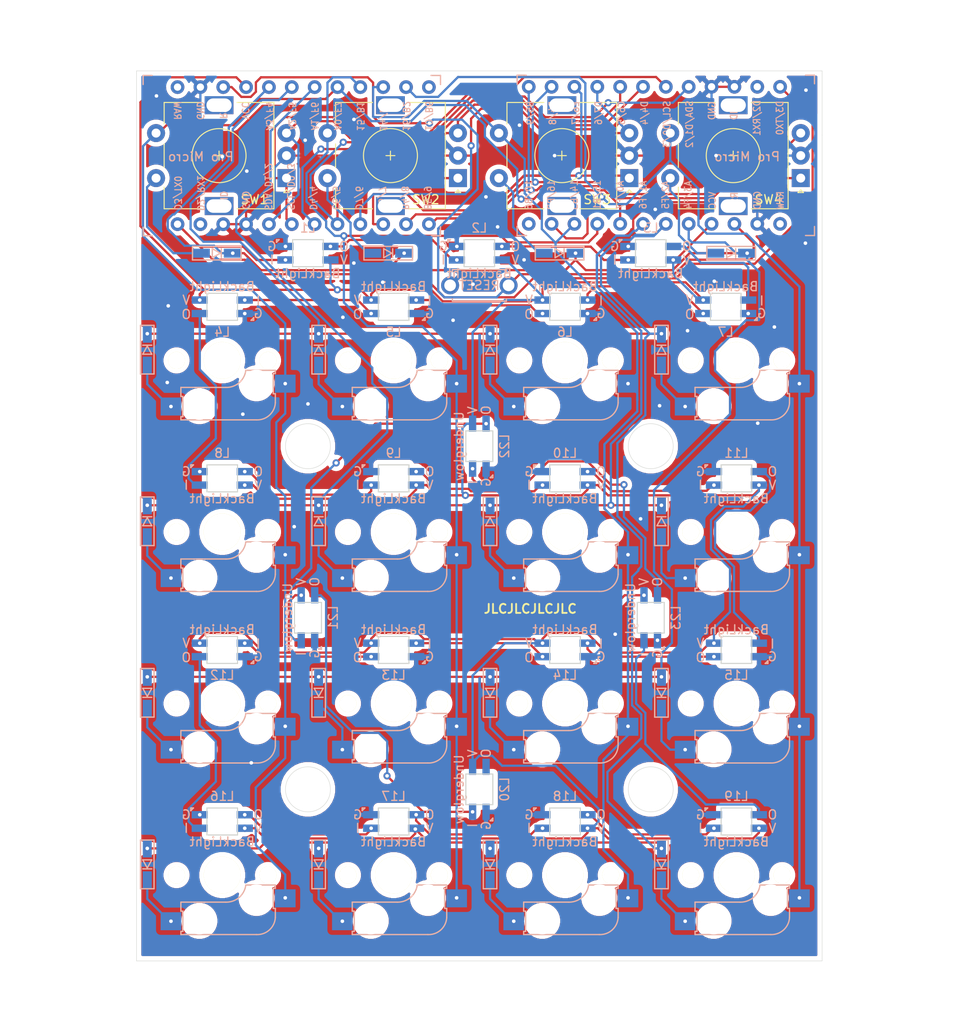
<source format=kicad_pcb>
(kicad_pcb (version 20171130) (host pcbnew "(5.1.4-0-10_14)")
  (layers (0 F.Cu signal) (31 B.Cu signal) (34 B.Paste user) (35 F.Paste user) (36 B.SilkS user) (37 F.SilkS user) (38 B.Mask user) (39 F.Mask user) (44 Edge.Cuts user))
  (net 0 "")
  (net 1 "Net-(D1-Pad2)")
  (net 2 R0)
  (net 3 "Net-(D2-Pad2)")
  (net 4 "Net-(D3-Pad2)")
  (net 5 "Net-(D4-Pad2)")
  (net 6 "Net-(D5-Pad2)")
  (net 7 R1)
  (net 8 "Net-(D6-Pad2)")
  (net 9 "Net-(D7-Pad2)")
  (net 10 "Net-(D8-Pad2)")
  (net 11 "Net-(D9-Pad2)")
  (net 12 R2)
  (net 13 "Net-(D10-Pad2)")
  (net 14 "Net-(D11-Pad2)")
  (net 15 "Net-(D12-Pad2)")
  (net 16 "Net-(D13-Pad1)")
  (net 17 "Net-(D14-Pad1)")
  (net 18 "Net-(D15-Pad1)")
  (net 19 "Net-(D16-Pad1)")
  (net 20 "Net-(D17-Pad1)")
  (net 21 "Net-(D18-Pad1)")
  (net 22 "Net-(D19-Pad1)")
  (net 23 "Net-(D20-Pad1)")
  (net 24 VCC)
  (net 25 "Net-(L1-Pad2)")
  (net 26 GND)
  (net 27 LED)
  (net 28 "Net-(L2-Pad2)")
  (net 29 "Net-(L3-Pad2)")
  (net 30 "Net-(L4-Pad2)")
  (net 31 "Net-(L4-Pad4)")
  (net 32 "Net-(L5-Pad4)")
  (net 33 "Net-(L6-Pad4)")
  (net 34 "Net-(L8-Pad2)")
  (net 35 "Net-(L10-Pad4)")
  (net 36 "Net-(L10-Pad2)")
  (net 37 "Net-(L11-Pad2)")
  (net 38 "Net-(L12-Pad2)")
  (net 39 "Net-(L12-Pad4)")
  (net 40 "Net-(L13-Pad4)")
  (net 41 "Net-(L14-Pad4)")
  (net 42 "Net-(L16-Pad2)")
  (net 43 "Net-(L17-Pad2)")
  (net 44 "Net-(L18-Pad2)")
  (net 45 "Net-(L19-Pad2)")
  (net 46 "Net-(L20-Pad4)")
  (net 47 "Net-(L21-Pad4)")
  (net 48 "Net-(L22-Pad4)")
  (net 49 RST)
  (net 50 E0L)
  (net 51 E0R)
  (net 52 C0)
  (net 53 E1L)
  (net 54 E1R)
  (net 55 C1)
  (net 56 E2L)
  (net 57 E2R)
  (net 58 C2)
  (net 59 E3L)
  (net 60 E3R)
  (net 61 C3)
  (module kbd:ResetSW_1side (layer B.Cu) (at 128.58804 46.43457)
    (fp_text reference R_SW1 hide)
    (fp_text value SW_PUSH)
    (fp_text user RESET (at 0 0 unlocked) (layer B.SilkS) (effects (justify mirror)))
    (pad 2 thru_hole circle (at -3.25 0) (size 2 2) (drill 1.3) (layers *.Cu *.Mask) (net 26 GND))
    (pad 1 thru_hole circle (at 3.25 0) (size 2 2) (drill 1.3) (layers *.Cu *.Mask) (net 49 RST))
  )
  (module kbd:CherryMX_Hotswap (layer F.Cu) (at 157.16316 111.91922 180)
    (fp_text reference SW20 hide)
    (fp_text value SW_PUSH hide)
    (pad 2 smd rect (at 5.7 -5.12) (size 2.3 2) (layers B.Cu B.Paste B.Mask) (net 23 "Net-(D20-Pad1)"))
    (pad "" np_thru_hole circle (at -5.08 0 180) (size 1.9 1.9) (drill 1.9) (layers *.Cu *.Mask F.SilkS))
    (pad "" np_thru_hole circle (at 5.08 0 180) (size 1.9 1.9) (drill 1.9) (layers *.Cu *.Mask F.SilkS))
    (pad "" np_thru_hole circle (at 0 0 270) (size 4.1 4.1) (drill 4.1) (layers *.Cu *.Mask F.SilkS))
    (pad "" np_thru_hole circle (at 2.54 -5.08) (size 3 3) (drill 3) (layers *.Cu *.Mask))
    (pad "" np_thru_hole circle (at -3.81 -2.54) (size 3 3) (drill 3) (layers *.Cu *.Mask))
    (pad 1 smd rect (at -7 -2.58) (size 2.3 2) (layers B.Cu B.Paste B.Mask) (net 61 C3))
  )
  (module kbd:CherryMX_Hotswap (layer F.Cu) (at 138.11308 111.91922 180)
    (fp_text reference SW19 hide)
    (fp_text value SW_PUSH hide)
    (pad 2 smd rect (at 5.7 -5.12) (size 2.3 2) (layers B.Cu B.Paste B.Mask) (net 22 "Net-(D19-Pad1)"))
    (pad "" np_thru_hole circle (at -5.08 0 180) (size 1.9 1.9) (drill 1.9) (layers *.Cu *.Mask F.SilkS))
    (pad "" np_thru_hole circle (at 5.08 0 180) (size 1.9 1.9) (drill 1.9) (layers *.Cu *.Mask F.SilkS))
    (pad "" np_thru_hole circle (at 0 0 270) (size 4.1 4.1) (drill 4.1) (layers *.Cu *.Mask F.SilkS))
    (pad "" np_thru_hole circle (at 2.54 -5.08) (size 3 3) (drill 3) (layers *.Cu *.Mask))
    (pad "" np_thru_hole circle (at -3.81 -2.54) (size 3 3) (drill 3) (layers *.Cu *.Mask))
    (pad 1 smd rect (at -7 -2.58) (size 2.3 2) (layers B.Cu B.Paste B.Mask) (net 58 C2))
  )
  (module kbd:CherryMX_Hotswap (layer F.Cu) (at 119.063 111.91922 180)
    (fp_text reference SW18 hide)
    (fp_text value SW_PUSH hide)
    (pad 2 smd rect (at 5.7 -5.12) (size 2.3 2) (layers B.Cu B.Paste B.Mask) (net 21 "Net-(D18-Pad1)"))
    (pad "" np_thru_hole circle (at -5.08 0 180) (size 1.9 1.9) (drill 1.9) (layers *.Cu *.Mask F.SilkS))
    (pad "" np_thru_hole circle (at 5.08 0 180) (size 1.9 1.9) (drill 1.9) (layers *.Cu *.Mask F.SilkS))
    (pad "" np_thru_hole circle (at 0 0 270) (size 4.1 4.1) (drill 4.1) (layers *.Cu *.Mask F.SilkS))
    (pad "" np_thru_hole circle (at 2.54 -5.08) (size 3 3) (drill 3) (layers *.Cu *.Mask))
    (pad "" np_thru_hole circle (at -3.81 -2.54) (size 3 3) (drill 3) (layers *.Cu *.Mask))
    (pad 1 smd rect (at -7 -2.58) (size 2.3 2) (layers B.Cu B.Paste B.Mask) (net 55 C1))
  )
  (module kbd:CherryMX_Hotswap (layer F.Cu) (at 100.01292 111.91922 180)
    (fp_text reference SW17 hide)
    (fp_text value SW_PUSH hide)
    (pad 2 smd rect (at 5.7 -5.12) (size 2.3 2) (layers B.Cu B.Paste B.Mask) (net 20 "Net-(D17-Pad1)"))
    (pad "" np_thru_hole circle (at -5.08 0 180) (size 1.9 1.9) (drill 1.9) (layers *.Cu *.Mask F.SilkS))
    (pad "" np_thru_hole circle (at 5.08 0 180) (size 1.9 1.9) (drill 1.9) (layers *.Cu *.Mask F.SilkS))
    (pad "" np_thru_hole circle (at 0 0 270) (size 4.1 4.1) (drill 4.1) (layers *.Cu *.Mask F.SilkS))
    (pad "" np_thru_hole circle (at 2.54 -5.08) (size 3 3) (drill 3) (layers *.Cu *.Mask))
    (pad "" np_thru_hole circle (at -3.81 -2.54) (size 3 3) (drill 3) (layers *.Cu *.Mask))
    (pad 1 smd rect (at -7 -2.58) (size 2.3 2) (layers B.Cu B.Paste B.Mask) (net 52 C0))
  )
  (module kbd:CherryMX_Hotswap (layer F.Cu) (at 157.16316 92.86914 180)
    (fp_text reference SW16 hide)
    (fp_text value SW_PUSH hide)
    (pad 2 smd rect (at 5.7 -5.12) (size 2.3 2) (layers B.Cu B.Paste B.Mask) (net 19 "Net-(D16-Pad1)"))
    (pad "" np_thru_hole circle (at -5.08 0 180) (size 1.9 1.9) (drill 1.9) (layers *.Cu *.Mask F.SilkS))
    (pad "" np_thru_hole circle (at 5.08 0 180) (size 1.9 1.9) (drill 1.9) (layers *.Cu *.Mask F.SilkS))
    (pad "" np_thru_hole circle (at 0 0 270) (size 4.1 4.1) (drill 4.1) (layers *.Cu *.Mask F.SilkS))
    (pad "" np_thru_hole circle (at 2.54 -5.08) (size 3 3) (drill 3) (layers *.Cu *.Mask))
    (pad "" np_thru_hole circle (at -3.81 -2.54) (size 3 3) (drill 3) (layers *.Cu *.Mask))
    (pad 1 smd rect (at -7 -2.58) (size 2.3 2) (layers B.Cu B.Paste B.Mask) (net 61 C3))
  )
  (module kbd:CherryMX_Hotswap (layer F.Cu) (at 138.11308 92.86914 180)
    (fp_text reference SW15 hide)
    (fp_text value SW_PUSH hide)
    (pad 2 smd rect (at 5.7 -5.12) (size 2.3 2) (layers B.Cu B.Paste B.Mask) (net 18 "Net-(D15-Pad1)"))
    (pad "" np_thru_hole circle (at -5.08 0 180) (size 1.9 1.9) (drill 1.9) (layers *.Cu *.Mask F.SilkS))
    (pad "" np_thru_hole circle (at 5.08 0 180) (size 1.9 1.9) (drill 1.9) (layers *.Cu *.Mask F.SilkS))
    (pad "" np_thru_hole circle (at 0 0 270) (size 4.1 4.1) (drill 4.1) (layers *.Cu *.Mask F.SilkS))
    (pad "" np_thru_hole circle (at 2.54 -5.08) (size 3 3) (drill 3) (layers *.Cu *.Mask))
    (pad "" np_thru_hole circle (at -3.81 -2.54) (size 3 3) (drill 3) (layers *.Cu *.Mask))
    (pad 1 smd rect (at -7 -2.58) (size 2.3 2) (layers B.Cu B.Paste B.Mask) (net 58 C2))
  )
  (module kbd:CherryMX_Hotswap (layer F.Cu) (at 119.063 92.86914 180)
    (fp_text reference SW14 hide)
    (fp_text value SW_PUSH hide)
    (pad 2 smd rect (at 5.7 -5.12) (size 2.3 2) (layers B.Cu B.Paste B.Mask) (net 17 "Net-(D14-Pad1)"))
    (pad "" np_thru_hole circle (at -5.08 0 180) (size 1.9 1.9) (drill 1.9) (layers *.Cu *.Mask F.SilkS))
    (pad "" np_thru_hole circle (at 5.08 0 180) (size 1.9 1.9) (drill 1.9) (layers *.Cu *.Mask F.SilkS))
    (pad "" np_thru_hole circle (at 0 0 270) (size 4.1 4.1) (drill 4.1) (layers *.Cu *.Mask F.SilkS))
    (pad "" np_thru_hole circle (at 2.54 -5.08) (size 3 3) (drill 3) (layers *.Cu *.Mask))
    (pad "" np_thru_hole circle (at -3.81 -2.54) (size 3 3) (drill 3) (layers *.Cu *.Mask))
    (pad 1 smd rect (at -7 -2.58) (size 2.3 2) (layers B.Cu B.Paste B.Mask) (net 55 C1))
  )
  (module kbd:CherryMX_Hotswap (layer F.Cu) (at 100.01292 92.86914 180)
    (fp_text reference SW13 hide)
    (fp_text value SW_PUSH hide)
    (pad 2 smd rect (at 5.7 -5.12) (size 2.3 2) (layers B.Cu B.Paste B.Mask) (net 16 "Net-(D13-Pad1)"))
    (pad "" np_thru_hole circle (at -5.08 0 180) (size 1.9 1.9) (drill 1.9) (layers *.Cu *.Mask F.SilkS))
    (pad "" np_thru_hole circle (at 5.08 0 180) (size 1.9 1.9) (drill 1.9) (layers *.Cu *.Mask F.SilkS))
    (pad "" np_thru_hole circle (at 0 0 270) (size 4.1 4.1) (drill 4.1) (layers *.Cu *.Mask F.SilkS))
    (pad "" np_thru_hole circle (at 2.54 -5.08) (size 3 3) (drill 3) (layers *.Cu *.Mask))
    (pad "" np_thru_hole circle (at -3.81 -2.54) (size 3 3) (drill 3) (layers *.Cu *.Mask))
    (pad 1 smd rect (at -7 -2.58) (size 2.3 2) (layers B.Cu B.Paste B.Mask) (net 52 C0))
  )
  (module kbd:CherryMX_Hotswap (layer F.Cu) (at 157.16316 73.81906 180)
    (fp_text reference SW12 hide)
    (fp_text value SW_PUSH hide)
    (pad 2 smd rect (at 5.7 -5.12) (size 2.3 2) (layers B.Cu B.Paste B.Mask) (net 15 "Net-(D12-Pad2)"))
    (pad "" np_thru_hole circle (at -5.08 0 180) (size 1.9 1.9) (drill 1.9) (layers *.Cu *.Mask F.SilkS))
    (pad "" np_thru_hole circle (at 5.08 0 180) (size 1.9 1.9) (drill 1.9) (layers *.Cu *.Mask F.SilkS))
    (pad "" np_thru_hole circle (at 0 0 270) (size 4.1 4.1) (drill 4.1) (layers *.Cu *.Mask F.SilkS))
    (pad "" np_thru_hole circle (at 2.54 -5.08) (size 3 3) (drill 3) (layers *.Cu *.Mask))
    (pad "" np_thru_hole circle (at -3.81 -2.54) (size 3 3) (drill 3) (layers *.Cu *.Mask))
    (pad 1 smd rect (at -7 -2.58) (size 2.3 2) (layers B.Cu B.Paste B.Mask) (net 61 C3))
  )
  (module kbd:CherryMX_Hotswap (layer F.Cu) (at 138.11308 73.81906 180)
    (fp_text reference SW11 hide)
    (fp_text value SW_PUSH hide)
    (pad 2 smd rect (at 5.7 -5.12) (size 2.3 2) (layers B.Cu B.Paste B.Mask) (net 14 "Net-(D11-Pad2)"))
    (pad "" np_thru_hole circle (at -5.08 0 180) (size 1.9 1.9) (drill 1.9) (layers *.Cu *.Mask F.SilkS))
    (pad "" np_thru_hole circle (at 5.08 0 180) (size 1.9 1.9) (drill 1.9) (layers *.Cu *.Mask F.SilkS))
    (pad "" np_thru_hole circle (at 0 0 270) (size 4.1 4.1) (drill 4.1) (layers *.Cu *.Mask F.SilkS))
    (pad "" np_thru_hole circle (at 2.54 -5.08) (size 3 3) (drill 3) (layers *.Cu *.Mask))
    (pad "" np_thru_hole circle (at -3.81 -2.54) (size 3 3) (drill 3) (layers *.Cu *.Mask))
    (pad 1 smd rect (at -7 -2.58) (size 2.3 2) (layers B.Cu B.Paste B.Mask) (net 58 C2))
  )
  (module kbd:CherryMX_Hotswap (layer F.Cu) (at 119.063 73.81906 180)
    (fp_text reference SW10 hide)
    (fp_text value SW_PUSH hide)
    (pad 2 smd rect (at 5.7 -5.12) (size 2.3 2) (layers B.Cu B.Paste B.Mask) (net 13 "Net-(D10-Pad2)"))
    (pad "" np_thru_hole circle (at -5.08 0 180) (size 1.9 1.9) (drill 1.9) (layers *.Cu *.Mask F.SilkS))
    (pad "" np_thru_hole circle (at 5.08 0 180) (size 1.9 1.9) (drill 1.9) (layers *.Cu *.Mask F.SilkS))
    (pad "" np_thru_hole circle (at 0 0 270) (size 4.1 4.1) (drill 4.1) (layers *.Cu *.Mask F.SilkS))
    (pad "" np_thru_hole circle (at 2.54 -5.08) (size 3 3) (drill 3) (layers *.Cu *.Mask))
    (pad "" np_thru_hole circle (at -3.81 -2.54) (size 3 3) (drill 3) (layers *.Cu *.Mask))
    (pad 1 smd rect (at -7 -2.58) (size 2.3 2) (layers B.Cu B.Paste B.Mask) (net 55 C1))
  )
  (module kbd:CherryMX_Hotswap (layer F.Cu) (at 100.01292 73.81906 180)
    (fp_text reference SW9 hide)
    (fp_text value SW_PUSH hide)
    (pad 2 smd rect (at 5.7 -5.12) (size 2.3 2) (layers B.Cu B.Paste B.Mask) (net 11 "Net-(D9-Pad2)"))
    (pad "" np_thru_hole circle (at -5.08 0 180) (size 1.9 1.9) (drill 1.9) (layers *.Cu *.Mask F.SilkS))
    (pad "" np_thru_hole circle (at 5.08 0 180) (size 1.9 1.9) (drill 1.9) (layers *.Cu *.Mask F.SilkS))
    (pad "" np_thru_hole circle (at 0 0 270) (size 4.1 4.1) (drill 4.1) (layers *.Cu *.Mask F.SilkS))
    (pad "" np_thru_hole circle (at 2.54 -5.08) (size 3 3) (drill 3) (layers *.Cu *.Mask))
    (pad "" np_thru_hole circle (at -3.81 -2.54) (size 3 3) (drill 3) (layers *.Cu *.Mask))
    (pad 1 smd rect (at -7 -2.58) (size 2.3 2) (layers B.Cu B.Paste B.Mask) (net 52 C0))
  )
  (module kbd:CherryMX_Hotswap (layer F.Cu) (at 157.16316 54.76898 180)
    (fp_text reference SW8 hide)
    (fp_text value SW_PUSH hide)
    (pad 2 smd rect (at 5.7 -5.12) (size 2.3 2) (layers B.Cu B.Paste B.Mask) (net 10 "Net-(D8-Pad2)"))
    (pad "" np_thru_hole circle (at -5.08 0 180) (size 1.9 1.9) (drill 1.9) (layers *.Cu *.Mask F.SilkS))
    (pad "" np_thru_hole circle (at 5.08 0 180) (size 1.9 1.9) (drill 1.9) (layers *.Cu *.Mask F.SilkS))
    (pad "" np_thru_hole circle (at 0 0 270) (size 4.1 4.1) (drill 4.1) (layers *.Cu *.Mask F.SilkS))
    (pad "" np_thru_hole circle (at 2.54 -5.08) (size 3 3) (drill 3) (layers *.Cu *.Mask))
    (pad "" np_thru_hole circle (at -3.81 -2.54) (size 3 3) (drill 3) (layers *.Cu *.Mask))
    (pad 1 smd rect (at -7 -2.58) (size 2.3 2) (layers B.Cu B.Paste B.Mask) (net 61 C3))
  )
  (module kbd:CherryMX_Hotswap (layer F.Cu) (at 138.11308 54.76898 180)
    (fp_text reference SW7 hide)
    (fp_text value SW_PUSH hide)
    (pad 2 smd rect (at 5.7 -5.12) (size 2.3 2) (layers B.Cu B.Paste B.Mask) (net 9 "Net-(D7-Pad2)"))
    (pad "" np_thru_hole circle (at -5.08 0 180) (size 1.9 1.9) (drill 1.9) (layers *.Cu *.Mask F.SilkS))
    (pad "" np_thru_hole circle (at 5.08 0 180) (size 1.9 1.9) (drill 1.9) (layers *.Cu *.Mask F.SilkS))
    (pad "" np_thru_hole circle (at 0 0 270) (size 4.1 4.1) (drill 4.1) (layers *.Cu *.Mask F.SilkS))
    (pad "" np_thru_hole circle (at 2.54 -5.08) (size 3 3) (drill 3) (layers *.Cu *.Mask))
    (pad "" np_thru_hole circle (at -3.81 -2.54) (size 3 3) (drill 3) (layers *.Cu *.Mask))
    (pad 1 smd rect (at -7 -2.58) (size 2.3 2) (layers B.Cu B.Paste B.Mask) (net 58 C2))
  )
  (module kbd:CherryMX_Hotswap (layer F.Cu) (at 119.063 54.76898 180)
    (fp_text reference SW6 hide)
    (fp_text value SW_PUSH hide)
    (pad 2 smd rect (at 5.7 -5.12) (size 2.3 2) (layers B.Cu B.Paste B.Mask) (net 8 "Net-(D6-Pad2)"))
    (pad "" np_thru_hole circle (at -5.08 0 180) (size 1.9 1.9) (drill 1.9) (layers *.Cu *.Mask F.SilkS))
    (pad "" np_thru_hole circle (at 5.08 0 180) (size 1.9 1.9) (drill 1.9) (layers *.Cu *.Mask F.SilkS))
    (pad "" np_thru_hole circle (at 0 0 270) (size 4.1 4.1) (drill 4.1) (layers *.Cu *.Mask F.SilkS))
    (pad "" np_thru_hole circle (at 2.54 -5.08) (size 3 3) (drill 3) (layers *.Cu *.Mask))
    (pad "" np_thru_hole circle (at -3.81 -2.54) (size 3 3) (drill 3) (layers *.Cu *.Mask))
    (pad 1 smd rect (at -7 -2.58) (size 2.3 2) (layers B.Cu B.Paste B.Mask) (net 55 C1))
  )
  (module kbd:CherryMX_Hotswap (layer F.Cu) (at 100.01292 54.76898 180)
    (fp_text reference SW5 hide)
    (fp_text value SW_PUSH hide)
    (pad 2 smd rect (at 5.7 -5.12) (size 2.3 2) (layers B.Cu B.Paste B.Mask) (net 6 "Net-(D5-Pad2)"))
    (pad "" np_thru_hole circle (at -5.08 0 180) (size 1.9 1.9) (drill 1.9) (layers *.Cu *.Mask F.SilkS))
    (pad "" np_thru_hole circle (at 5.08 0 180) (size 1.9 1.9) (drill 1.9) (layers *.Cu *.Mask F.SilkS))
    (pad "" np_thru_hole circle (at 0 0 270) (size 4.1 4.1) (drill 4.1) (layers *.Cu *.Mask F.SilkS))
    (pad "" np_thru_hole circle (at 2.54 -5.08) (size 3 3) (drill 3) (layers *.Cu *.Mask))
    (pad "" np_thru_hole circle (at -3.81 -2.54) (size 3 3) (drill 3) (layers *.Cu *.Mask))
    (pad 1 smd rect (at -7 -2.58) (size 2.3 2) (layers B.Cu B.Paste B.Mask) (net 52 C0))
  )
  (module Rotary_Encoder:RotaryEncoder_Alps_EC11E-Switch_Vertical_H20mm (layer F.Cu) (at 126.20678 34.52827 180)
    (fp_text reference SW2 (at 3.57189 -2.38126 180) (layer F.SilkS))
    (fp_text value Rotary_Encoder_Switch)
    (pad A thru_hole rect (at 0 0 180) (size 2 2) (drill 1) (layers *.Cu *.Mask) (net 53 E1L))
    (pad C thru_hole circle (at 0 2.5 180) (size 2 2) (drill 1) (layers *.Cu *.Mask) (net 26 GND))
    (pad B thru_hole circle (at 0 5 180) (size 2 2) (drill 1) (layers *.Cu *.Mask) (net 54 E1R))
    (pad MP thru_hole rect (at 7.5 -3.1 180) (size 3.2 2) (drill oval 2.8 1.5) (layers *.Cu *.Mask))
    (pad MP thru_hole rect (at 7.5 8.1 180) (size 3.2 2) (drill oval 2.8 1.5) (layers *.Cu *.Mask))
    (pad S2 thru_hole circle (at 14.5 0 180) (size 2 2) (drill 1) (layers *.Cu *.Mask) (net 3 "Net-(D2-Pad2)"))
    (pad S1 thru_hole circle (at 14.5 5 180) (size 2 2) (drill 1) (layers *.Cu *.Mask) (net 55 C1))
  )
  (module Rotary_Encoder:RotaryEncoder_Alps_EC11E-Switch_Vertical_H20mm (layer F.Cu) (at 164.30694 34.52827 180)
    (fp_text reference SW4 (at 3.57189 -2.38126) (layer F.SilkS))
    (fp_text value Rotary_Encoder_Switch)
    (pad A thru_hole rect (at 0 0 180) (size 2 2) (drill 1) (layers *.Cu *.Mask) (net 59 E3L))
    (pad C thru_hole circle (at 0 2.5 180) (size 2 2) (drill 1) (layers *.Cu *.Mask) (net 26 GND))
    (pad B thru_hole circle (at 0 5 180) (size 2 2) (drill 1) (layers *.Cu *.Mask) (net 60 E3R))
    (pad MP thru_hole rect (at 7.5 -3.1 180) (size 3.2 2) (drill oval 2.8 1.5) (layers *.Cu *.Mask))
    (pad MP thru_hole rect (at 7.5 8.1 180) (size 3.2 2) (drill oval 2.8 1.5) (layers *.Cu *.Mask))
    (pad S2 thru_hole circle (at 14.5 0 180) (size 2 2) (drill 1) (layers *.Cu *.Mask) (net 5 "Net-(D4-Pad2)"))
    (pad S1 thru_hole circle (at 14.5 5 180) (size 2 2) (drill 1) (layers *.Cu *.Mask) (net 61 C3))
  )
  (module Rotary_Encoder:RotaryEncoder_Alps_EC11E-Switch_Vertical_H20mm (layer F.Cu) (at 145.25686 34.52827 180)
    (fp_text reference SW3 (at 3.57189 -2.38126) (layer F.SilkS))
    (fp_text value Rotary_Encoder_Switch)
    (pad A thru_hole rect (at 0 0 180) (size 2 2) (drill 1) (layers *.Cu *.Mask) (net 56 E2L))
    (pad C thru_hole circle (at 0 2.5 180) (size 2 2) (drill 1) (layers *.Cu *.Mask) (net 26 GND))
    (pad B thru_hole circle (at 0 5 180) (size 2 2) (drill 1) (layers *.Cu *.Mask) (net 57 E2R))
    (pad MP thru_hole rect (at 7.5 -3.1 180) (size 3.2 2) (drill oval 2.8 1.5) (layers *.Cu *.Mask))
    (pad MP thru_hole rect (at 7.5 8.1 180) (size 3.2 2) (drill oval 2.8 1.5) (layers *.Cu *.Mask))
    (pad S2 thru_hole circle (at 14.5 0 180) (size 2 2) (drill 1) (layers *.Cu *.Mask) (net 4 "Net-(D3-Pad2)"))
    (pad S1 thru_hole circle (at 14.5 5 180) (size 2 2) (drill 1) (layers *.Cu *.Mask) (net 58 C2))
  )
  (module Rotary_Encoder:RotaryEncoder_Alps_EC11E-Switch_Vertical_H20mm (layer F.Cu) (at 107.1567 34.52827 180)
    (fp_text reference SW1 (at 3.57189 -2.38126) (layer F.SilkS))
    (fp_text value Rotary_Encoder_Switch)
    (pad A thru_hole rect (at 0 0 180) (size 2 2) (drill 1) (layers *.Cu *.Mask) (net 50 E0L))
    (pad C thru_hole circle (at 0 2.5 180) (size 2 2) (drill 1) (layers *.Cu *.Mask) (net 26 GND))
    (pad B thru_hole circle (at 0 5 180) (size 2 2) (drill 1) (layers *.Cu *.Mask) (net 51 E0R))
    (pad MP thru_hole rect (at 7.5 -3.1 180) (size 3.2 2) (drill oval 2.8 1.5) (layers *.Cu *.Mask))
    (pad MP thru_hole rect (at 7.5 8.1 180) (size 3.2 2) (drill oval 2.8 1.5) (layers *.Cu *.Mask))
    (pad S2 thru_hole circle (at 14.5 0 180) (size 2 2) (drill 1) (layers *.Cu *.Mask) (net 1 "Net-(D1-Pad2)"))
    (pad S1 thru_hole circle (at 14.5 5 180) (size 2 2) (drill 1) (layers *.Cu *.Mask) (net 52 C0))
  )
  (module maou_kbd:YS-SK6812MINI-E (layer B.Cu) (at 155.97253 48.81583 180)
    (fp_text reference L7 (at 0 -2.8 unlocked) (layer B.SilkS) (effects (justify mirror)))
    (fp_text value YS-SK6812mini-E)
    (fp_text user G (at -4 -0.75 unlocked) (layer B.SilkS) (effects (justify mirror)))
    (fp_text user I (at -4 0.75 180 unlocked) (layer B.SilkS) (effects (justify mirror)))
    (fp_text user O (at 4 -0.75 180 unlocked) (layer B.SilkS) (effects (justify mirror)))
    (fp_text user V (at 4 0.75 unlocked) (layer B.SilkS) (effects (justify mirror)))
    (fp_text user BackLight (at 0 2.25 unlocked) (layer B.SilkS) (effects (justify mirror)))
    (fp_line (start 1.7 1.5) (end -1.7 1.5) (layer Edge.Cuts) (width 0.12))
    (fp_line (start 1.7 -1.5) (end 1.7 1.5) (layer Edge.Cuts) (width 0.12))
    (fp_line (start -1.7 -1.5) (end 1.7 -1.5) (layer Edge.Cuts) (width 0.12))
    (fp_line (start -1.7 1.5) (end -1.7 -1.5) (layer Edge.Cuts) (width 0.12))
    (pad 1 smd rect (at 2.5 0.75 180) (size 1.8 0.82) (layers B.Cu B.Paste B.Mask) (net 24 VCC))
    (pad 2 smd rect (at 2.5 -0.75 180) (size 1.8 0.82) (layers B.Cu B.Paste B.Mask) (net 33 "Net-(L6-Pad4)"))
    (pad 3 smd rect (at -2.5 -0.75 180) (size 1.8 0.82) (layers B.Cu B.Paste B.Mask) (net 26 GND))
    (pad 4 smd rect (at -2.5 0.75 180) (size 1.8 0.82) (layers B.Cu B.Paste B.Mask) (net 29 "Net-(L3-Pad2)"))
  )
  (module maou_kbd:YS-SK6812MINI-E (layer B.Cu) (at 128.58804 42.86268)
    (fp_text reference L2 (at 0 -2.8 unlocked) (layer B.SilkS) (effects (justify mirror)))
    (fp_text value YS-SK6812mini-E)
    (fp_text user G (at -4 -0.75 unlocked) (layer B.SilkS) (effects (justify mirror)))
    (fp_text user I (at -4 0.75 unlocked) (layer B.SilkS) (effects (justify mirror)))
    (fp_text user O (at 4 -0.75 unlocked) (layer B.SilkS) (effects (justify mirror)))
    (fp_text user V (at 4 0.75 unlocked) (layer B.SilkS) (effects (justify mirror)))
    (fp_text user BackLight (at 0 2.25 unlocked) (layer B.SilkS) (effects (justify mirror)))
    (fp_line (start 1.7 1.5) (end -1.7 1.5) (layer Edge.Cuts) (width 0.12))
    (fp_line (start 1.7 -1.5) (end 1.7 1.5) (layer Edge.Cuts) (width 0.12))
    (fp_line (start -1.7 -1.5) (end 1.7 -1.5) (layer Edge.Cuts) (width 0.12))
    (fp_line (start -1.7 1.5) (end -1.7 -1.5) (layer Edge.Cuts) (width 0.12))
    (pad 1 smd rect (at 2.5 0.75) (size 1.8 0.82) (layers B.Cu B.Paste B.Mask) (net 24 VCC))
    (pad 2 smd rect (at 2.5 -0.75) (size 1.8 0.82) (layers B.Cu B.Paste B.Mask) (net 28 "Net-(L2-Pad2)"))
    (pad 3 smd rect (at -2.5 -0.75) (size 1.8 0.82) (layers B.Cu B.Paste B.Mask) (net 26 GND))
    (pad 4 smd rect (at -2.5 0.75) (size 1.8 0.82) (layers B.Cu B.Paste B.Mask) (net 25 "Net-(L1-Pad2)"))
  )
  (module maou_kbd:YS-SK6812MINI-E-underglow (layer B.Cu) (at 147.63812 83.3441 270)
    (fp_text reference L23 (at 0 -2.8 270) (layer B.SilkS) (effects (justify mirror)))
    (fp_text value YS-SK6812mini-E)
    (fp_text user G (at 4 -0.75 270) (layer B.SilkS) (effects (justify mirror)))
    (fp_text user I (at 4 0.75 270) (layer B.SilkS) (effects (justify mirror)))
    (fp_text user O (at -4 -0.75 270) (layer B.SilkS) (effects (justify mirror)))
    (fp_text user V (at -4 0.75 270) (layer B.SilkS) (effects (justify mirror)))
    (fp_text user Underglow (at 0 2.25 270) (layer B.SilkS) (effects (justify mirror)))
    (fp_line (start 1.7 1.5) (end -1.7 1.5) (layer Edge.Cuts) (width 0.12))
    (fp_line (start 1.7 -1.5) (end 1.7 1.5) (layer Edge.Cuts) (width 0.12))
    (fp_line (start -1.7 -1.5) (end 1.7 -1.5) (layer Edge.Cuts) (width 0.12))
    (fp_line (start -1.7 1.5) (end -1.7 -1.5) (layer Edge.Cuts) (width 0.12))
    (pad 4 smd rect (at 2.5 0.75 270) (size 1.8 0.82) (layers B.Cu B.Paste B.Mask) (net 45 "Net-(L19-Pad2)"))
    (pad 3 smd rect (at 2.5 -0.75 270) (size 1.8 0.82) (layers B.Cu B.Paste B.Mask) (net 26 GND))
    (pad 2 smd rect (at -2.5 -0.75 270) (size 1.8 0.82) (layers B.Cu B.Paste B.Mask) (net 48 "Net-(L22-Pad4)"))
    (pad 1 smd rect (at -2.5 0.75 270) (size 1.8 0.82) (layers B.Cu B.Paste B.Mask) (net 24 VCC))
  )
  (module maou_kbd:YS-SK6812MINI-E-underglow (layer B.Cu) (at 128.58804 64.29402 270)
    (fp_text reference L22 (at 0 -2.8 270) (layer B.SilkS) (effects (justify mirror)))
    (fp_text value YS-SK6812mini-E)
    (fp_text user G (at 4 -0.75 270) (layer B.SilkS) (effects (justify mirror)))
    (fp_text user I (at 4 0.75 270) (layer B.SilkS) (effects (justify mirror)))
    (fp_text user O (at -4 -0.75 270) (layer B.SilkS) (effects (justify mirror)))
    (fp_text user V (at -4 0.75 270) (layer B.SilkS) (effects (justify mirror)))
    (fp_text user Underglow (at 0 2.25 270) (layer B.SilkS) (effects (justify mirror)))
    (fp_line (start 1.7 1.5) (end -1.7 1.5) (layer Edge.Cuts) (width 0.12))
    (fp_line (start 1.7 -1.5) (end 1.7 1.5) (layer Edge.Cuts) (width 0.12))
    (fp_line (start -1.7 -1.5) (end 1.7 -1.5) (layer Edge.Cuts) (width 0.12))
    (fp_line (start -1.7 1.5) (end -1.7 -1.5) (layer Edge.Cuts) (width 0.12))
    (pad 4 smd rect (at 2.5 0.75 270) (size 1.8 0.82) (layers B.Cu B.Paste B.Mask) (net 48 "Net-(L22-Pad4)"))
    (pad 3 smd rect (at 2.5 -0.75 270) (size 1.8 0.82) (layers B.Cu B.Paste B.Mask) (net 26 GND))
    (pad 2 smd rect (at -2.5 -0.75 270) (size 1.8 0.82) (layers B.Cu B.Paste B.Mask) (net 47 "Net-(L21-Pad4)"))
    (pad 1 smd rect (at -2.5 0.75 270) (size 1.8 0.82) (layers B.Cu B.Paste B.Mask) (net 24 VCC))
  )
  (module maou_kbd:YS-SK6812MINI-E-underglow (layer B.Cu) (at 109.53796 83.3441 270)
    (fp_text reference L21 (at 0 -2.8 270) (layer B.SilkS) (effects (justify mirror)))
    (fp_text value YS-SK6812mini-E)
    (fp_text user G (at 4 -0.75 270) (layer B.SilkS) (effects (justify mirror)))
    (fp_text user I (at 4 0.75 270) (layer B.SilkS) (effects (justify mirror)))
    (fp_text user O (at -4 -0.75 270) (layer B.SilkS) (effects (justify mirror)))
    (fp_text user V (at -4 0.75 270) (layer B.SilkS) (effects (justify mirror)))
    (fp_text user Underglow (at 0 2.25 270) (layer B.SilkS) (effects (justify mirror)))
    (fp_line (start 1.7 1.5) (end -1.7 1.5) (layer Edge.Cuts) (width 0.12))
    (fp_line (start 1.7 -1.5) (end 1.7 1.5) (layer Edge.Cuts) (width 0.12))
    (fp_line (start -1.7 -1.5) (end 1.7 -1.5) (layer Edge.Cuts) (width 0.12))
    (fp_line (start -1.7 1.5) (end -1.7 -1.5) (layer Edge.Cuts) (width 0.12))
    (pad 4 smd rect (at 2.5 0.75 270) (size 1.8 0.82) (layers B.Cu B.Paste B.Mask) (net 47 "Net-(L21-Pad4)"))
    (pad 3 smd rect (at 2.5 -0.75 270) (size 1.8 0.82) (layers B.Cu B.Paste B.Mask) (net 26 GND))
    (pad 2 smd rect (at -2.5 -0.75 270) (size 1.8 0.82) (layers B.Cu B.Paste B.Mask) (net 46 "Net-(L20-Pad4)"))
    (pad 1 smd rect (at -2.5 0.75 270) (size 1.8 0.82) (layers B.Cu B.Paste B.Mask) (net 24 VCC))
  )
  (module maou_kbd:YS-SK6812MINI-E-underglow (layer B.Cu) (at 128.58804 102.39418 270)
    (fp_text reference L20 (at 0 -2.8 270) (layer B.SilkS) (effects (justify mirror)))
    (fp_text value YS-SK6812mini-E)
    (fp_text user G (at 4 -0.75 270) (layer B.SilkS) (effects (justify mirror)))
    (fp_text user I (at 4 0.75 270) (layer B.SilkS) (effects (justify mirror)))
    (fp_text user O (at -4 -0.75 270) (layer B.SilkS) (effects (justify mirror)))
    (fp_text user V (at -4 0.75 270) (layer B.SilkS) (effects (justify mirror)))
    (fp_text user Underglow (at 0 2.25 270) (layer B.SilkS) (effects (justify mirror)))
    (fp_line (start 1.7 1.5) (end -1.7 1.5) (layer Edge.Cuts) (width 0.12))
    (fp_line (start 1.7 -1.5) (end 1.7 1.5) (layer Edge.Cuts) (width 0.12))
    (fp_line (start -1.7 -1.5) (end 1.7 -1.5) (layer Edge.Cuts) (width 0.12))
    (fp_line (start -1.7 1.5) (end -1.7 -1.5) (layer Edge.Cuts) (width 0.12))
    (pad 4 smd rect (at 2.5 0.75 270) (size 1.8 0.82) (layers B.Cu B.Paste B.Mask) (net 46 "Net-(L20-Pad4)"))
    (pad 3 smd rect (at 2.5 -0.75 270) (size 1.8 0.82) (layers B.Cu B.Paste B.Mask) (net 26 GND))
    (pad 2 smd rect (at -2.5 -0.75 270) (size 1.8 0.82) (layers B.Cu B.Paste B.Mask))
    (pad 1 smd rect (at -2.5 0.75 270) (size 1.8 0.82) (layers B.Cu B.Paste B.Mask) (net 24 VCC))
  )
  (module maou_kbd:YS-SK6812MINI-E (layer B.Cu) (at 157.16316 105.96607)
    (fp_text reference L19 (at 0 -2.8 unlocked) (layer B.SilkS) (effects (justify mirror)))
    (fp_text value YS-SK6812mini-E)
    (fp_text user G (at -4 -0.75 unlocked) (layer B.SilkS) (effects (justify mirror)))
    (fp_text user I (at -4 0.75 unlocked) (layer B.SilkS) (effects (justify mirror)))
    (fp_text user O (at 4 -0.75 unlocked) (layer B.SilkS) (effects (justify mirror)))
    (fp_text user V (at 4 0.75 unlocked) (layer B.SilkS) (effects (justify mirror)))
    (fp_text user BackLight (at 0 2.25 unlocked) (layer B.SilkS) (effects (justify mirror)))
    (fp_line (start 1.7 1.5) (end -1.7 1.5) (layer Edge.Cuts) (width 0.12))
    (fp_line (start 1.7 -1.5) (end 1.7 1.5) (layer Edge.Cuts) (width 0.12))
    (fp_line (start -1.7 -1.5) (end 1.7 -1.5) (layer Edge.Cuts) (width 0.12))
    (fp_line (start -1.7 1.5) (end -1.7 -1.5) (layer Edge.Cuts) (width 0.12))
    (pad 1 smd rect (at 2.5 0.75) (size 1.8 0.82) (layers B.Cu B.Paste B.Mask) (net 24 VCC))
    (pad 2 smd rect (at 2.5 -0.75) (size 1.8 0.82) (layers B.Cu B.Paste B.Mask) (net 45 "Net-(L19-Pad2)"))
    (pad 3 smd rect (at -2.5 -0.75) (size 1.8 0.82) (layers B.Cu B.Paste B.Mask) (net 26 GND))
    (pad 4 smd rect (at -2.5 0.75) (size 1.8 0.82) (layers B.Cu B.Paste B.Mask) (net 44 "Net-(L18-Pad2)"))
  )
  (module maou_kbd:YS-SK6812MINI-E (layer B.Cu) (at 138.11308 105.96607)
    (fp_text reference L18 (at 0 -2.8 unlocked) (layer B.SilkS) (effects (justify mirror)))
    (fp_text value YS-SK6812mini-E)
    (fp_text user G (at -4 -0.75 unlocked) (layer B.SilkS) (effects (justify mirror)))
    (fp_text user I (at -4 0.75 unlocked) (layer B.SilkS) (effects (justify mirror)))
    (fp_text user O (at 4 -0.75 unlocked) (layer B.SilkS) (effects (justify mirror)))
    (fp_text user V (at 4 0.75 unlocked) (layer B.SilkS) (effects (justify mirror)))
    (fp_text user BackLight (at 0 2.25 unlocked) (layer B.SilkS) (effects (justify mirror)))
    (fp_line (start 1.7 1.5) (end -1.7 1.5) (layer Edge.Cuts) (width 0.12))
    (fp_line (start 1.7 -1.5) (end 1.7 1.5) (layer Edge.Cuts) (width 0.12))
    (fp_line (start -1.7 -1.5) (end 1.7 -1.5) (layer Edge.Cuts) (width 0.12))
    (fp_line (start -1.7 1.5) (end -1.7 -1.5) (layer Edge.Cuts) (width 0.12))
    (pad 1 smd rect (at 2.5 0.75) (size 1.8 0.82) (layers B.Cu B.Paste B.Mask) (net 24 VCC))
    (pad 2 smd rect (at 2.5 -0.75) (size 1.8 0.82) (layers B.Cu B.Paste B.Mask) (net 44 "Net-(L18-Pad2)"))
    (pad 3 smd rect (at -2.5 -0.75) (size 1.8 0.82) (layers B.Cu B.Paste B.Mask) (net 26 GND))
    (pad 4 smd rect (at -2.5 0.75) (size 1.8 0.82) (layers B.Cu B.Paste B.Mask) (net 43 "Net-(L17-Pad2)"))
  )
  (module maou_kbd:YS-SK6812MINI-E (layer B.Cu) (at 119.063 105.96607)
    (fp_text reference L17 (at 0 -2.8 unlocked) (layer B.SilkS) (effects (justify mirror)))
    (fp_text value YS-SK6812mini-E)
    (fp_text user G (at -4 -0.75 unlocked) (layer B.SilkS) (effects (justify mirror)))
    (fp_text user I (at -4 0.75 unlocked) (layer B.SilkS) (effects (justify mirror)))
    (fp_text user O (at 4 -0.75 unlocked) (layer B.SilkS) (effects (justify mirror)))
    (fp_text user V (at 4 0.75 unlocked) (layer B.SilkS) (effects (justify mirror)))
    (fp_text user BackLight (at 0 2.25 unlocked) (layer B.SilkS) (effects (justify mirror)))
    (fp_line (start 1.7 1.5) (end -1.7 1.5) (layer Edge.Cuts) (width 0.12))
    (fp_line (start 1.7 -1.5) (end 1.7 1.5) (layer Edge.Cuts) (width 0.12))
    (fp_line (start -1.7 -1.5) (end 1.7 -1.5) (layer Edge.Cuts) (width 0.12))
    (fp_line (start -1.7 1.5) (end -1.7 -1.5) (layer Edge.Cuts) (width 0.12))
    (pad 1 smd rect (at 2.5 0.75) (size 1.8 0.82) (layers B.Cu B.Paste B.Mask) (net 24 VCC))
    (pad 2 smd rect (at 2.5 -0.75) (size 1.8 0.82) (layers B.Cu B.Paste B.Mask) (net 43 "Net-(L17-Pad2)"))
    (pad 3 smd rect (at -2.5 -0.75) (size 1.8 0.82) (layers B.Cu B.Paste B.Mask) (net 26 GND))
    (pad 4 smd rect (at -2.5 0.75) (size 1.8 0.82) (layers B.Cu B.Paste B.Mask) (net 42 "Net-(L16-Pad2)"))
  )
  (module maou_kbd:YS-SK6812MINI-E (layer B.Cu) (at 100.01292 105.96607)
    (fp_text reference L16 (at 0 -2.8 unlocked) (layer B.SilkS) (effects (justify mirror)))
    (fp_text value YS-SK6812mini-E)
    (fp_text user G (at -4 -0.75 unlocked) (layer B.SilkS) (effects (justify mirror)))
    (fp_text user I (at -4 0.75 unlocked) (layer B.SilkS) (effects (justify mirror)))
    (fp_text user O (at 4 -0.75 unlocked) (layer B.SilkS) (effects (justify mirror)))
    (fp_text user V (at 4 0.75 unlocked) (layer B.SilkS) (effects (justify mirror)))
    (fp_text user BackLight (at 0 2.25 unlocked) (layer B.SilkS) (effects (justify mirror)))
    (fp_line (start 1.7 1.5) (end -1.7 1.5) (layer Edge.Cuts) (width 0.12))
    (fp_line (start 1.7 -1.5) (end 1.7 1.5) (layer Edge.Cuts) (width 0.12))
    (fp_line (start -1.7 -1.5) (end 1.7 -1.5) (layer Edge.Cuts) (width 0.12))
    (fp_line (start -1.7 1.5) (end -1.7 -1.5) (layer Edge.Cuts) (width 0.12))
    (pad 1 smd rect (at 2.5 0.75) (size 1.8 0.82) (layers B.Cu B.Paste B.Mask) (net 24 VCC))
    (pad 2 smd rect (at 2.5 -0.75) (size 1.8 0.82) (layers B.Cu B.Paste B.Mask) (net 42 "Net-(L16-Pad2)"))
    (pad 3 smd rect (at -2.5 -0.75) (size 1.8 0.82) (layers B.Cu B.Paste B.Mask) (net 26 GND))
    (pad 4 smd rect (at -2.5 0.75) (size 1.8 0.82) (layers B.Cu B.Paste B.Mask) (net 38 "Net-(L12-Pad2)"))
  )
  (module maou_kbd:YS-SK6812MINI-E (layer B.Cu) (at 157.16316 86.91599 180)
    (fp_text reference L15 (at 0 -2.8 unlocked) (layer B.SilkS) (effects (justify mirror)))
    (fp_text value YS-SK6812mini-E)
    (fp_text user G (at -4 -0.75 unlocked) (layer B.SilkS) (effects (justify mirror)))
    (fp_text user I (at -4 0.75 180 unlocked) (layer B.SilkS) (effects (justify mirror)))
    (fp_text user O (at 4 -0.75 180 unlocked) (layer B.SilkS) (effects (justify mirror)))
    (fp_text user V (at 4 0.75 unlocked) (layer B.SilkS) (effects (justify mirror)))
    (fp_text user BackLight (at 0 2.25 unlocked) (layer B.SilkS) (effects (justify mirror)))
    (fp_line (start 1.7 1.5) (end -1.7 1.5) (layer Edge.Cuts) (width 0.12))
    (fp_line (start 1.7 -1.5) (end 1.7 1.5) (layer Edge.Cuts) (width 0.12))
    (fp_line (start -1.7 -1.5) (end 1.7 -1.5) (layer Edge.Cuts) (width 0.12))
    (fp_line (start -1.7 1.5) (end -1.7 -1.5) (layer Edge.Cuts) (width 0.12))
    (pad 1 smd rect (at 2.5 0.75 180) (size 1.8 0.82) (layers B.Cu B.Paste B.Mask) (net 24 VCC))
    (pad 2 smd rect (at 2.5 -0.75 180) (size 1.8 0.82) (layers B.Cu B.Paste B.Mask) (net 41 "Net-(L14-Pad4)"))
    (pad 3 smd rect (at -2.5 -0.75 180) (size 1.8 0.82) (layers B.Cu B.Paste B.Mask) (net 26 GND))
    (pad 4 smd rect (at -2.5 0.75 180) (size 1.8 0.82) (layers B.Cu B.Paste B.Mask) (net 37 "Net-(L11-Pad2)"))
  )
  (module maou_kbd:YS-SK6812MINI-E (layer B.Cu) (at 138.11308 86.91599 180)
    (fp_text reference L14 (at 0 -2.8 unlocked) (layer B.SilkS) (effects (justify mirror)))
    (fp_text value YS-SK6812mini-E)
    (fp_text user G (at -4 -0.75 unlocked) (layer B.SilkS) (effects (justify mirror)))
    (fp_text user I (at -4 0.75 180 unlocked) (layer B.SilkS) (effects (justify mirror)))
    (fp_text user O (at 4 -0.75 180 unlocked) (layer B.SilkS) (effects (justify mirror)))
    (fp_text user V (at 4 0.75 unlocked) (layer B.SilkS) (effects (justify mirror)))
    (fp_text user BackLight (at 0 2.25 unlocked) (layer B.SilkS) (effects (justify mirror)))
    (fp_line (start 1.7 1.5) (end -1.7 1.5) (layer Edge.Cuts) (width 0.12))
    (fp_line (start 1.7 -1.5) (end 1.7 1.5) (layer Edge.Cuts) (width 0.12))
    (fp_line (start -1.7 -1.5) (end 1.7 -1.5) (layer Edge.Cuts) (width 0.12))
    (fp_line (start -1.7 1.5) (end -1.7 -1.5) (layer Edge.Cuts) (width 0.12))
    (pad 1 smd rect (at 2.5 0.75 180) (size 1.8 0.82) (layers B.Cu B.Paste B.Mask) (net 24 VCC))
    (pad 2 smd rect (at 2.5 -0.75 180) (size 1.8 0.82) (layers B.Cu B.Paste B.Mask) (net 40 "Net-(L13-Pad4)"))
    (pad 3 smd rect (at -2.5 -0.75 180) (size 1.8 0.82) (layers B.Cu B.Paste B.Mask) (net 26 GND))
    (pad 4 smd rect (at -2.5 0.75 180) (size 1.8 0.82) (layers B.Cu B.Paste B.Mask) (net 41 "Net-(L14-Pad4)"))
  )
  (module maou_kbd:YS-SK6812MINI-E (layer B.Cu) (at 119.063 86.91599 180)
    (fp_text reference L13 (at 0 -2.8 unlocked) (layer B.SilkS) (effects (justify mirror)))
    (fp_text value YS-SK6812mini-E)
    (fp_text user G (at -4 -0.75 unlocked) (layer B.SilkS) (effects (justify mirror)))
    (fp_text user I (at -4 0.75 180 unlocked) (layer B.SilkS) (effects (justify mirror)))
    (fp_text user O (at 4 -0.75 180 unlocked) (layer B.SilkS) (effects (justify mirror)))
    (fp_text user V (at 4 0.75 unlocked) (layer B.SilkS) (effects (justify mirror)))
    (fp_text user BackLight (at 0 2.25 unlocked) (layer B.SilkS) (effects (justify mirror)))
    (fp_line (start 1.7 1.5) (end -1.7 1.5) (layer Edge.Cuts) (width 0.12))
    (fp_line (start 1.7 -1.5) (end 1.7 1.5) (layer Edge.Cuts) (width 0.12))
    (fp_line (start -1.7 -1.5) (end 1.7 -1.5) (layer Edge.Cuts) (width 0.12))
    (fp_line (start -1.7 1.5) (end -1.7 -1.5) (layer Edge.Cuts) (width 0.12))
    (pad 1 smd rect (at 2.5 0.75 180) (size 1.8 0.82) (layers B.Cu B.Paste B.Mask) (net 24 VCC))
    (pad 2 smd rect (at 2.5 -0.75 180) (size 1.8 0.82) (layers B.Cu B.Paste B.Mask) (net 39 "Net-(L12-Pad4)"))
    (pad 3 smd rect (at -2.5 -0.75 180) (size 1.8 0.82) (layers B.Cu B.Paste B.Mask) (net 26 GND))
    (pad 4 smd rect (at -2.5 0.75 180) (size 1.8 0.82) (layers B.Cu B.Paste B.Mask) (net 40 "Net-(L13-Pad4)"))
  )
  (module maou_kbd:YS-SK6812MINI-E (layer B.Cu) (at 100.01292 86.91599 180)
    (fp_text reference L12 (at 0 -2.8 unlocked) (layer B.SilkS) (effects (justify mirror)))
    (fp_text value YS-SK6812mini-E)
    (fp_text user G (at -4 -0.75 unlocked) (layer B.SilkS) (effects (justify mirror)))
    (fp_text user I (at -4 0.75 180 unlocked) (layer B.SilkS) (effects (justify mirror)))
    (fp_text user O (at 4 -0.75 180 unlocked) (layer B.SilkS) (effects (justify mirror)))
    (fp_text user V (at 4 0.75 unlocked) (layer B.SilkS) (effects (justify mirror)))
    (fp_text user BackLight (at 0 2.25 unlocked) (layer B.SilkS) (effects (justify mirror)))
    (fp_line (start 1.7 1.5) (end -1.7 1.5) (layer Edge.Cuts) (width 0.12))
    (fp_line (start 1.7 -1.5) (end 1.7 1.5) (layer Edge.Cuts) (width 0.12))
    (fp_line (start -1.7 -1.5) (end 1.7 -1.5) (layer Edge.Cuts) (width 0.12))
    (fp_line (start -1.7 1.5) (end -1.7 -1.5) (layer Edge.Cuts) (width 0.12))
    (pad 1 smd rect (at 2.5 0.75 180) (size 1.8 0.82) (layers B.Cu B.Paste B.Mask) (net 24 VCC))
    (pad 2 smd rect (at 2.5 -0.75 180) (size 1.8 0.82) (layers B.Cu B.Paste B.Mask) (net 38 "Net-(L12-Pad2)"))
    (pad 3 smd rect (at -2.5 -0.75 180) (size 1.8 0.82) (layers B.Cu B.Paste B.Mask) (net 26 GND))
    (pad 4 smd rect (at -2.5 0.75 180) (size 1.8 0.82) (layers B.Cu B.Paste B.Mask) (net 39 "Net-(L12-Pad4)"))
  )
  (module maou_kbd:YS-SK6812MINI-E (layer B.Cu) (at 157.16316 67.86591)
    (fp_text reference L11 (at 0 -2.8 unlocked) (layer B.SilkS) (effects (justify mirror)))
    (fp_text value YS-SK6812mini-E)
    (fp_text user G (at -4 -0.75 unlocked) (layer B.SilkS) (effects (justify mirror)))
    (fp_text user I (at -4 0.75 unlocked) (layer B.SilkS) (effects (justify mirror)))
    (fp_text user O (at 4 -0.75 unlocked) (layer B.SilkS) (effects (justify mirror)))
    (fp_text user V (at 4 0.75 unlocked) (layer B.SilkS) (effects (justify mirror)))
    (fp_text user BackLight (at 0 2.25 unlocked) (layer B.SilkS) (effects (justify mirror)))
    (fp_line (start 1.7 1.5) (end -1.7 1.5) (layer Edge.Cuts) (width 0.12))
    (fp_line (start 1.7 -1.5) (end 1.7 1.5) (layer Edge.Cuts) (width 0.12))
    (fp_line (start -1.7 -1.5) (end 1.7 -1.5) (layer Edge.Cuts) (width 0.12))
    (fp_line (start -1.7 1.5) (end -1.7 -1.5) (layer Edge.Cuts) (width 0.12))
    (pad 1 smd rect (at 2.5 0.75) (size 1.8 0.82) (layers B.Cu B.Paste B.Mask) (net 24 VCC))
    (pad 2 smd rect (at 2.5 -0.75) (size 1.8 0.82) (layers B.Cu B.Paste B.Mask) (net 37 "Net-(L11-Pad2)"))
    (pad 3 smd rect (at -2.5 -0.75) (size 1.8 0.82) (layers B.Cu B.Paste B.Mask) (net 26 GND))
    (pad 4 smd rect (at -2.5 0.75) (size 1.8 0.82) (layers B.Cu B.Paste B.Mask) (net 36 "Net-(L10-Pad2)"))
  )
  (module maou_kbd:YS-SK6812MINI-E (layer B.Cu) (at 138.11308 67.86591)
    (fp_text reference L10 (at 0 -2.8 unlocked) (layer B.SilkS) (effects (justify mirror)))
    (fp_text value YS-SK6812mini-E)
    (fp_text user G (at -4 -0.75 unlocked) (layer B.SilkS) (effects (justify mirror)))
    (fp_text user I (at -4 0.75 unlocked) (layer B.SilkS) (effects (justify mirror)))
    (fp_text user O (at 4 -0.75 unlocked) (layer B.SilkS) (effects (justify mirror)))
    (fp_text user V (at 4 0.75 unlocked) (layer B.SilkS) (effects (justify mirror)))
    (fp_text user BackLight (at 0 2.25 unlocked) (layer B.SilkS) (effects (justify mirror)))
    (fp_line (start 1.7 1.5) (end -1.7 1.5) (layer Edge.Cuts) (width 0.12))
    (fp_line (start 1.7 -1.5) (end 1.7 1.5) (layer Edge.Cuts) (width 0.12))
    (fp_line (start -1.7 -1.5) (end 1.7 -1.5) (layer Edge.Cuts) (width 0.12))
    (fp_line (start -1.7 1.5) (end -1.7 -1.5) (layer Edge.Cuts) (width 0.12))
    (pad 1 smd rect (at 2.5 0.75) (size 1.8 0.82) (layers B.Cu B.Paste B.Mask) (net 24 VCC))
    (pad 2 smd rect (at 2.5 -0.75) (size 1.8 0.82) (layers B.Cu B.Paste B.Mask) (net 36 "Net-(L10-Pad2)"))
    (pad 3 smd rect (at -2.5 -0.75) (size 1.8 0.82) (layers B.Cu B.Paste B.Mask) (net 26 GND))
    (pad 4 smd rect (at -2.5 0.75) (size 1.8 0.82) (layers B.Cu B.Paste B.Mask) (net 35 "Net-(L10-Pad4)"))
  )
  (module maou_kbd:YS-SK6812MINI-E (layer B.Cu) (at 119.063 67.86591)
    (fp_text reference L9 (at 0 -2.8 unlocked) (layer B.SilkS) (effects (justify mirror)))
    (fp_text value YS-SK6812mini-E)
    (fp_text user G (at -4 -0.75 unlocked) (layer B.SilkS) (effects (justify mirror)))
    (fp_text user I (at -4 0.75 unlocked) (layer B.SilkS) (effects (justify mirror)))
    (fp_text user O (at 4 -0.75 unlocked) (layer B.SilkS) (effects (justify mirror)))
    (fp_text user V (at 4 0.75 unlocked) (layer B.SilkS) (effects (justify mirror)))
    (fp_text user BackLight (at 0 2.25 unlocked) (layer B.SilkS) (effects (justify mirror)))
    (fp_line (start 1.7 1.5) (end -1.7 1.5) (layer Edge.Cuts) (width 0.12))
    (fp_line (start 1.7 -1.5) (end 1.7 1.5) (layer Edge.Cuts) (width 0.12))
    (fp_line (start -1.7 -1.5) (end 1.7 -1.5) (layer Edge.Cuts) (width 0.12))
    (fp_line (start -1.7 1.5) (end -1.7 -1.5) (layer Edge.Cuts) (width 0.12))
    (pad 1 smd rect (at 2.5 0.75) (size 1.8 0.82) (layers B.Cu B.Paste B.Mask) (net 24 VCC))
    (pad 2 smd rect (at 2.5 -0.75) (size 1.8 0.82) (layers B.Cu B.Paste B.Mask) (net 35 "Net-(L10-Pad4)"))
    (pad 3 smd rect (at -2.5 -0.75) (size 1.8 0.82) (layers B.Cu B.Paste B.Mask) (net 26 GND))
    (pad 4 smd rect (at -2.5 0.75) (size 1.8 0.82) (layers B.Cu B.Paste B.Mask) (net 34 "Net-(L8-Pad2)"))
  )
  (module maou_kbd:YS-SK6812MINI-E (layer B.Cu) (at 100.01292 67.86591)
    (fp_text reference L8 (at 0 -2.8 unlocked) (layer B.SilkS) (effects (justify mirror)))
    (fp_text value YS-SK6812mini-E)
    (fp_text user G (at -4 -0.75 unlocked) (layer B.SilkS) (effects (justify mirror)))
    (fp_text user I (at -4 0.75 unlocked) (layer B.SilkS) (effects (justify mirror)))
    (fp_text user O (at 4 -0.75 unlocked) (layer B.SilkS) (effects (justify mirror)))
    (fp_text user V (at 4 0.75 unlocked) (layer B.SilkS) (effects (justify mirror)))
    (fp_text user BackLight (at 0 2.25 unlocked) (layer B.SilkS) (effects (justify mirror)))
    (fp_line (start 1.7 1.5) (end -1.7 1.5) (layer Edge.Cuts) (width 0.12))
    (fp_line (start 1.7 -1.5) (end 1.7 1.5) (layer Edge.Cuts) (width 0.12))
    (fp_line (start -1.7 -1.5) (end 1.7 -1.5) (layer Edge.Cuts) (width 0.12))
    (fp_line (start -1.7 1.5) (end -1.7 -1.5) (layer Edge.Cuts) (width 0.12))
    (pad 1 smd rect (at 2.5 0.75) (size 1.8 0.82) (layers B.Cu B.Paste B.Mask) (net 24 VCC))
    (pad 2 smd rect (at 2.5 -0.75) (size 1.8 0.82) (layers B.Cu B.Paste B.Mask) (net 34 "Net-(L8-Pad2)"))
    (pad 3 smd rect (at -2.5 -0.75) (size 1.8 0.82) (layers B.Cu B.Paste B.Mask) (net 26 GND))
    (pad 4 smd rect (at -2.5 0.75) (size 1.8 0.82) (layers B.Cu B.Paste B.Mask) (net 30 "Net-(L4-Pad2)"))
  )
  (module maou_kbd:YS-SK6812MINI-E (layer B.Cu) (at 138.11308 48.81583 180)
    (fp_text reference L6 (at 0 -2.8 unlocked) (layer B.SilkS) (effects (justify mirror)))
    (fp_text value YS-SK6812mini-E)
    (fp_text user G (at -4 -0.75 unlocked) (layer B.SilkS) (effects (justify mirror)))
    (fp_text user I (at -4 0.75 180 unlocked) (layer B.SilkS) (effects (justify mirror)))
    (fp_text user O (at 4 -0.75 180 unlocked) (layer B.SilkS) (effects (justify mirror)))
    (fp_text user V (at 4 0.75 unlocked) (layer B.SilkS) (effects (justify mirror)))
    (fp_text user BackLight (at 0 2.25 unlocked) (layer B.SilkS) (effects (justify mirror)))
    (fp_line (start 1.7 1.5) (end -1.7 1.5) (layer Edge.Cuts) (width 0.12))
    (fp_line (start 1.7 -1.5) (end 1.7 1.5) (layer Edge.Cuts) (width 0.12))
    (fp_line (start -1.7 -1.5) (end 1.7 -1.5) (layer Edge.Cuts) (width 0.12))
    (fp_line (start -1.7 1.5) (end -1.7 -1.5) (layer Edge.Cuts) (width 0.12))
    (pad 1 smd rect (at 2.5 0.75 180) (size 1.8 0.82) (layers B.Cu B.Paste B.Mask) (net 24 VCC))
    (pad 2 smd rect (at 2.5 -0.75 180) (size 1.8 0.82) (layers B.Cu B.Paste B.Mask) (net 32 "Net-(L5-Pad4)"))
    (pad 3 smd rect (at -2.5 -0.75 180) (size 1.8 0.82) (layers B.Cu B.Paste B.Mask) (net 26 GND))
    (pad 4 smd rect (at -2.5 0.75 180) (size 1.8 0.82) (layers B.Cu B.Paste B.Mask) (net 33 "Net-(L6-Pad4)"))
  )
  (module maou_kbd:YS-SK6812MINI-E (layer B.Cu) (at 119.063 48.81583 180)
    (fp_text reference L5 (at 0 -2.8 unlocked) (layer B.SilkS) (effects (justify mirror)))
    (fp_text value YS-SK6812mini-E)
    (fp_text user G (at -4 -0.75 unlocked) (layer B.SilkS) (effects (justify mirror)))
    (fp_text user I (at -4 0.75 180 unlocked) (layer B.SilkS) (effects (justify mirror)))
    (fp_text user O (at 4 -0.75 180 unlocked) (layer B.SilkS) (effects (justify mirror)))
    (fp_text user V (at 4 0.75 unlocked) (layer B.SilkS) (effects (justify mirror)))
    (fp_text user BackLight (at 0 2.25 unlocked) (layer B.SilkS) (effects (justify mirror)))
    (fp_line (start 1.7 1.5) (end -1.7 1.5) (layer Edge.Cuts) (width 0.12))
    (fp_line (start 1.7 -1.5) (end 1.7 1.5) (layer Edge.Cuts) (width 0.12))
    (fp_line (start -1.7 -1.5) (end 1.7 -1.5) (layer Edge.Cuts) (width 0.12))
    (fp_line (start -1.7 1.5) (end -1.7 -1.5) (layer Edge.Cuts) (width 0.12))
    (pad 1 smd rect (at 2.5 0.75 180) (size 1.8 0.82) (layers B.Cu B.Paste B.Mask) (net 24 VCC))
    (pad 2 smd rect (at 2.5 -0.75 180) (size 1.8 0.82) (layers B.Cu B.Paste B.Mask) (net 31 "Net-(L4-Pad4)"))
    (pad 3 smd rect (at -2.5 -0.75 180) (size 1.8 0.82) (layers B.Cu B.Paste B.Mask) (net 26 GND))
    (pad 4 smd rect (at -2.5 0.75 180) (size 1.8 0.82) (layers B.Cu B.Paste B.Mask) (net 32 "Net-(L5-Pad4)"))
  )
  (module maou_kbd:YS-SK6812MINI-E (layer B.Cu) (at 100.01292 48.81583 180)
    (fp_text reference L4 (at 0 -2.8 unlocked) (layer B.SilkS) (effects (justify mirror)))
    (fp_text value YS-SK6812mini-E)
    (fp_text user G (at -4 -0.75 unlocked) (layer B.SilkS) (effects (justify mirror)))
    (fp_text user I (at -4 0.75 180 unlocked) (layer B.SilkS) (effects (justify mirror)))
    (fp_text user O (at 4 -0.75 180 unlocked) (layer B.SilkS) (effects (justify mirror)))
    (fp_text user V (at 4 0.75 unlocked) (layer B.SilkS) (effects (justify mirror)))
    (fp_text user BackLight (at 0 2.25 unlocked) (layer B.SilkS) (effects (justify mirror)))
    (fp_line (start 1.7 1.5) (end -1.7 1.5) (layer Edge.Cuts) (width 0.12))
    (fp_line (start 1.7 -1.5) (end 1.7 1.5) (layer Edge.Cuts) (width 0.12))
    (fp_line (start -1.7 -1.5) (end 1.7 -1.5) (layer Edge.Cuts) (width 0.12))
    (fp_line (start -1.7 1.5) (end -1.7 -1.5) (layer Edge.Cuts) (width 0.12))
    (pad 1 smd rect (at 2.5 0.75 180) (size 1.8 0.82) (layers B.Cu B.Paste B.Mask) (net 24 VCC))
    (pad 2 smd rect (at 2.5 -0.75 180) (size 1.8 0.82) (layers B.Cu B.Paste B.Mask) (net 30 "Net-(L4-Pad2)"))
    (pad 3 smd rect (at -2.5 -0.75 180) (size 1.8 0.82) (layers B.Cu B.Paste B.Mask) (net 26 GND))
    (pad 4 smd rect (at -2.5 0.75 180) (size 1.8 0.82) (layers B.Cu B.Paste B.Mask) (net 31 "Net-(L4-Pad4)"))
  )
  (module maou_kbd:YS-SK6812MINI-E (layer B.Cu) (at 147.63812 42.86268)
    (fp_text reference L3 (at 0 -2.8 unlocked) (layer B.SilkS) (effects (justify mirror)))
    (fp_text value YS-SK6812mini-E)
    (fp_text user G (at -4 -0.75 unlocked) (layer B.SilkS) (effects (justify mirror)))
    (fp_text user I (at -4 0.75 unlocked) (layer B.SilkS) (effects (justify mirror)))
    (fp_text user O (at 4 -0.75 unlocked) (layer B.SilkS) (effects (justify mirror)))
    (fp_text user V (at 4 0.75 unlocked) (layer B.SilkS) (effects (justify mirror)))
    (fp_text user BackLight (at 0 2.25 unlocked) (layer B.SilkS) (effects (justify mirror)))
    (fp_line (start 1.7 1.5) (end -1.7 1.5) (layer Edge.Cuts) (width 0.12))
    (fp_line (start 1.7 -1.5) (end 1.7 1.5) (layer Edge.Cuts) (width 0.12))
    (fp_line (start -1.7 -1.5) (end 1.7 -1.5) (layer Edge.Cuts) (width 0.12))
    (fp_line (start -1.7 1.5) (end -1.7 -1.5) (layer Edge.Cuts) (width 0.12))
    (pad 1 smd rect (at 2.5 0.75) (size 1.8 0.82) (layers B.Cu B.Paste B.Mask) (net 24 VCC))
    (pad 2 smd rect (at 2.5 -0.75) (size 1.8 0.82) (layers B.Cu B.Paste B.Mask) (net 29 "Net-(L3-Pad2)"))
    (pad 3 smd rect (at -2.5 -0.75) (size 1.8 0.82) (layers B.Cu B.Paste B.Mask) (net 26 GND))
    (pad 4 smd rect (at -2.5 0.75) (size 1.8 0.82) (layers B.Cu B.Paste B.Mask) (net 28 "Net-(L2-Pad2)"))
  )
  (module maou_kbd:YS-SK6812MINI-E (layer B.Cu) (at 109.53796 42.86268)
    (fp_text reference L1 (at 0 -2.8 unlocked) (layer B.SilkS) (effects (justify mirror)))
    (fp_text value YS-SK6812mini-E)
    (fp_text user G (at -4 -0.75 unlocked) (layer B.SilkS) (effects (justify mirror)))
    (fp_text user I (at -4 0.75 unlocked) (layer B.SilkS) (effects (justify mirror)))
    (fp_text user O (at 4 -0.75 unlocked) (layer B.SilkS) (effects (justify mirror)))
    (fp_text user V (at 4 0.75 unlocked) (layer B.SilkS) (effects (justify mirror)))
    (fp_text user BackLight (at 0 2.25 unlocked) (layer B.SilkS) (effects (justify mirror)))
    (fp_line (start 1.7 1.5) (end -1.7 1.5) (layer Edge.Cuts) (width 0.12))
    (fp_line (start 1.7 -1.5) (end 1.7 1.5) (layer Edge.Cuts) (width 0.12))
    (fp_line (start -1.7 -1.5) (end 1.7 -1.5) (layer Edge.Cuts) (width 0.12))
    (fp_line (start -1.7 1.5) (end -1.7 -1.5) (layer Edge.Cuts) (width 0.12))
    (pad 1 smd rect (at 2.5 0.75) (size 1.8 0.82) (layers B.Cu B.Paste B.Mask) (net 24 VCC))
    (pad 2 smd rect (at 2.5 -0.75) (size 1.8 0.82) (layers B.Cu B.Paste B.Mask) (net 25 "Net-(L1-Pad2)"))
    (pad 3 smd rect (at -2.5 -0.75) (size 1.8 0.82) (layers B.Cu B.Paste B.Mask) (net 26 GND))
    (pad 4 smd rect (at -2.5 0.75) (size 1.8 0.82) (layers B.Cu B.Paste B.Mask) (net 27 LED))
  )
  (module kbd:D3_SMD_v2 (layer B.Cu) (at 148.82875 110.72859 90)
    (fp_text reference D20 hide)
    (fp_text value D hide)
    (pad 2 smd rect (at 1.775 0 90) (size 2 1) (layers B.Cu B.Paste B.Mask) (net 7 R1))
    (pad 1 smd rect (at -1.775 0 90) (size 2 1) (layers B.Cu B.Paste B.Mask) (net 23 "Net-(D20-Pad1)"))
  )
  (module kbd:D3_SMD_v2 (layer B.Cu) (at 129.77867 110.72859 90)
    (fp_text reference D19 hide)
    (fp_text value D hide)
    (pad 2 smd rect (at 1.775 0 90) (size 2 1) (layers B.Cu B.Paste B.Mask) (net 7 R1))
    (pad 1 smd rect (at -1.775 0 90) (size 2 1) (layers B.Cu B.Paste B.Mask) (net 22 "Net-(D19-Pad1)"))
  )
  (module kbd:D3_SMD_v2 (layer B.Cu) (at 110.72859 110.72859 90)
    (fp_text reference D18 hide)
    (fp_text value D hide)
    (pad 2 smd rect (at 1.775 0 90) (size 2 1) (layers B.Cu B.Paste B.Mask) (net 7 R1))
    (pad 1 smd rect (at -1.775 0 90) (size 2 1) (layers B.Cu B.Paste B.Mask) (net 21 "Net-(D18-Pad1)"))
  )
  (module kbd:D3_SMD_v2 (layer B.Cu) (at 91.67851 110.72859 90)
    (fp_text reference D17 hide)
    (fp_text value D hide)
    (pad 2 smd rect (at 1.775 0 90) (size 2 1) (layers B.Cu B.Paste B.Mask) (net 7 R1))
    (pad 1 smd rect (at -1.775 0 90) (size 2 1) (layers B.Cu B.Paste B.Mask) (net 20 "Net-(D17-Pad1)"))
  )
  (module kbd:D3_SMD_v2 (layer B.Cu) (at 148.82875 91.67851 90)
    (fp_text reference D16 hide)
    (fp_text value D hide)
    (pad 2 smd rect (at 1.775 0 90) (size 2 1) (layers B.Cu B.Paste B.Mask) (net 2 R0))
    (pad 1 smd rect (at -1.775 0 90) (size 2 1) (layers B.Cu B.Paste B.Mask) (net 19 "Net-(D16-Pad1)"))
  )
  (module kbd:D3_SMD_v2 (layer B.Cu) (at 129.77867 91.67851 90)
    (fp_text reference D15 hide)
    (fp_text value D hide)
    (pad 2 smd rect (at 1.775 0 90) (size 2 1) (layers B.Cu B.Paste B.Mask) (net 2 R0))
    (pad 1 smd rect (at -1.775 0 90) (size 2 1) (layers B.Cu B.Paste B.Mask) (net 18 "Net-(D15-Pad1)"))
  )
  (module kbd:D3_SMD_v2 (layer B.Cu) (at 110.72859 91.67851 90)
    (fp_text reference D14 hide)
    (fp_text value D hide)
    (pad 2 smd rect (at 1.775 0 90) (size 2 1) (layers B.Cu B.Paste B.Mask) (net 2 R0))
    (pad 1 smd rect (at -1.775 0 90) (size 2 1) (layers B.Cu B.Paste B.Mask) (net 17 "Net-(D14-Pad1)"))
  )
  (module kbd:D3_SMD_v2 (layer B.Cu) (at 91.67851 91.67851 90)
    (fp_text reference D13 hide)
    (fp_text value D hide)
    (pad 2 smd rect (at 1.775 0 90) (size 2 1) (layers B.Cu B.Paste B.Mask) (net 2 R0))
    (pad 1 smd rect (at -1.775 0 90) (size 2 1) (layers B.Cu B.Paste B.Mask) (net 16 "Net-(D13-Pad1)"))
  )
  (module kbd:D3_SMD_v2 (layer B.Cu) (at 148.82875 72.62843 270)
    (fp_text reference D12 hide)
    (fp_text value D hide)
    (pad 2 smd rect (at 1.775 0 270) (size 2 1) (layers B.Cu B.Paste B.Mask) (net 15 "Net-(D12-Pad2)"))
    (pad 1 smd rect (at -1.775 0 270) (size 2 1) (layers B.Cu B.Paste B.Mask) (net 12 R2))
  )
  (module kbd:D3_SMD_v2 (layer B.Cu) (at 129.77867 72.62843 270)
    (fp_text reference D11 hide)
    (fp_text value D hide)
    (pad 2 smd rect (at 1.775 0 270) (size 2 1) (layers B.Cu B.Paste B.Mask) (net 14 "Net-(D11-Pad2)"))
    (pad 1 smd rect (at -1.775 0 270) (size 2 1) (layers B.Cu B.Paste B.Mask) (net 12 R2))
  )
  (module kbd:D3_SMD_v2 (layer B.Cu) (at 110.72859 72.62843 270)
    (fp_text reference D10 hide)
    (fp_text value D hide)
    (pad 2 smd rect (at 1.775 0 270) (size 2 1) (layers B.Cu B.Paste B.Mask) (net 13 "Net-(D10-Pad2)"))
    (pad 1 smd rect (at -1.775 0 270) (size 2 1) (layers B.Cu B.Paste B.Mask) (net 12 R2))
  )
  (module kbd:D3_SMD_v2 (layer B.Cu) (at 91.67851 72.62843 270)
    (fp_text reference D9 hide)
    (fp_text value D hide)
    (pad 2 smd rect (at 1.775 0 270) (size 2 1) (layers B.Cu B.Paste B.Mask) (net 11 "Net-(D9-Pad2)"))
    (pad 1 smd rect (at -1.775 0 270) (size 2 1) (layers B.Cu B.Paste B.Mask) (net 12 R2))
  )
  (module kbd:D3_SMD_v2 (layer B.Cu) (at 148.82875 53.57835 270)
    (fp_text reference D8 hide)
    (fp_text value D hide)
    (pad 2 smd rect (at 1.775 0 270) (size 2 1) (layers B.Cu B.Paste B.Mask) (net 10 "Net-(D8-Pad2)"))
    (pad 1 smd rect (at -1.775 0 270) (size 2 1) (layers B.Cu B.Paste B.Mask) (net 7 R1))
  )
  (module kbd:D3_SMD_v2 (layer B.Cu) (at 129.77867 53.57835 270)
    (fp_text reference D7 hide)
    (fp_text value D hide)
    (pad 2 smd rect (at 1.775 0 270) (size 2 1) (layers B.Cu B.Paste B.Mask) (net 9 "Net-(D7-Pad2)"))
    (pad 1 smd rect (at -1.775 0 270) (size 2 1) (layers B.Cu B.Paste B.Mask) (net 7 R1))
  )
  (module kbd:D3_SMD_v2 (layer B.Cu) (at 110.72859 53.57835 270)
    (fp_text reference D6 hide)
    (fp_text value D hide)
    (pad 2 smd rect (at 1.775 0 270) (size 2 1) (layers B.Cu B.Paste B.Mask) (net 8 "Net-(D6-Pad2)"))
    (pad 1 smd rect (at -1.775 0 270) (size 2 1) (layers B.Cu B.Paste B.Mask) (net 7 R1))
  )
  (module kbd:D3_SMD_v2 (layer B.Cu) (at 91.67851 53.57835 270)
    (fp_text reference D5 hide)
    (fp_text value D hide)
    (pad 2 smd rect (at 1.775 0 270) (size 2 1) (layers B.Cu B.Paste B.Mask) (net 6 "Net-(D5-Pad2)"))
    (pad 1 smd rect (at -1.775 0 270) (size 2 1) (layers B.Cu B.Paste B.Mask) (net 7 R1))
  )
  (module kbd:ProMicro_v3 (layer B.Cu) (at 147.54 32 90)
    (fp_text reference U2 hide)
    (fp_text value ProMicro hide)
    (fp_text user "Pro Micro" (at -0.14701 10.81379 unlocked) (layer B.SilkS) (effects (justify mirror)))
    (fp_text user RAW (at -4.995 14.5 90 unlocked) (layer B.SilkS) (effects (font (size 0.75 0.67) (thickness 0.125)) (justify mirror)))
    (fp_text user GND (at -4.995 11.95 90 unlocked) (layer B.SilkS) (effects (font (size 0.75 0.67) (thickness 0.125)) (justify mirror)))
    (fp_text user RST (at -4.995 9.4 90 unlocked) (layer B.SilkS) (effects (font (size 0.75 0.67) (thickness 0.125)) (justify mirror)))
    (fp_text user VCC (at -4.995 6.95 90 unlocked) (layer B.SilkS) (effects (font (size 0.75 0.67) (thickness 0.125)) (justify mirror)))
    (fp_text user A3/F4 (at -4.395 4.25 90 unlocked) (layer B.SilkS) (effects (font (size 0.75 0.67) (thickness 0.125)) (justify mirror)))
    (fp_text user A2/F5 (at -4.395 1.75 90 unlocked) (layer B.SilkS) (effects (font (size 0.75 0.67) (thickness 0.125)) (justify mirror)))
    (fp_text user A1/F6 (at -4.395 -0.75 90 unlocked) (layer B.SilkS) (effects (font (size 0.75 0.67) (thickness 0.125)) (justify mirror)))
    (fp_text user A0/F7 (at -4.395 -3.3 90 unlocked) (layer B.SilkS) (effects (font (size 0.75 0.67) (thickness 0.125)) (justify mirror)))
    (fp_text user 15/B1 (at -4.395 -5.85 90 unlocked) (layer B.SilkS) (effects (font (size 0.75 0.67) (thickness 0.125)) (justify mirror)))
    (fp_text user 14/B3 (at -4.395 -8.4 90 unlocked) (layer B.SilkS) (effects (font (size 0.75 0.67) (thickness 0.125)) (justify mirror)))
    (fp_text user 10/B6 (at -4.395 -13.45 90 unlocked) (layer B.SilkS) (effects (font (size 0.75 0.67) (thickness 0.125)) (justify mirror)))
    (fp_text user 16/B2 (at -4.395 -10.95 90 unlocked) (layer B.SilkS) (effects (font (size 0.75 0.67) (thickness 0.125)) (justify mirror)))
    (fp_text user E6/7 (at 4.705 -8.25 90 unlocked) (layer B.SilkS) (effects (font (size 0.75 0.67) (thickness 0.125)) (justify mirror)))
    (fp_text user D7/6 (at 4.705 -5.7 90 unlocked) (layer B.SilkS) (effects (font (size 0.75 0.67) (thickness 0.125)) (justify mirror)))
    (fp_text user GND (at 4.955 9.35 90 unlocked) (layer B.SilkS) (effects (font (size 0.75 0.67) (thickness 0.125)) (justify mirror)))
    (fp_text user GND (at 4.955 6.9 90 unlocked) (layer B.SilkS) (effects (font (size 0.75 0.67) (thickness 0.125)) (justify mirror)))
    (fp_text user D3/TX0 (at 4.155 14.45 90 unlocked) (layer B.SilkS) (effects (font (size 0.75 0.67) (thickness 0.125)) (justify mirror)))
    (fp_text user D4/4 (at 4.705 -0.6 90 unlocked) (layer B.SilkS) (effects (font (size 0.75 0.67) (thickness 0.125)) (justify mirror)))
    (fp_text user SDA/D1/2 (at 3.455 4.4 90 unlocked) (layer B.SilkS) (effects (font (size 0.75 0.67) (thickness 0.125)) (justify mirror)))
    (fp_text user SCL/D0/3 (at 3.455 1.9 90 unlocked) (layer B.SilkS) (effects (font (size 0.75 0.67) (thickness 0.125)) (justify mirror)))
    (fp_text user C6/5 (at 4.705 -3.15 90 unlocked) (layer B.SilkS) (effects (font (size 0.75 0.67) (thickness 0.125)) (justify mirror)))
    (fp_text user B5/9 (at 4.705 -13.3 90 unlocked) (layer B.SilkS) (effects (font (size 0.75 0.67) (thickness 0.125)) (justify mirror)))
    (fp_text user D2/RX1 (at 4.155 11.9 90 unlocked) (layer B.SilkS) (effects (font (size 0.75 0.67) (thickness 0.125)) (justify mirror)))
    (fp_text user B4/8 (at 4.705 -10.8 90 unlocked) (layer B.SilkS) (effects (font (size 0.75 0.67) (thickness 0.125)) (justify mirror)))
    (pad 24 thru_hole circle (at -7.6086 14.478 90) (size 1.524 1.524) (drill 0.8128) (layers *.Cu *.Mask))
    (pad 23 thru_hole circle (at -7.6086 11.938 90) (size 1.524 1.524) (drill 0.8128) (layers *.Cu *.Mask) (net 26 GND))
    (pad 22 thru_hole circle (at -7.6086 9.398 90) (size 1.524 1.524) (drill 0.8128) (layers *.Cu *.Mask) (net 49 RST))
    (pad 21 thru_hole circle (at -7.6086 6.858 90) (size 1.524 1.524) (drill 0.8128) (layers *.Cu *.Mask) (net 24 VCC))
    (pad 20 thru_hole circle (at -7.6086 4.318 90) (size 1.524 1.524) (drill 0.8128) (layers *.Cu *.Mask) (net 2 R0))
    (pad 19 thru_hole circle (at -7.6086 1.778 90) (size 1.524 1.524) (drill 0.8128) (layers *.Cu *.Mask) (net 7 R1))
    (pad 18 thru_hole circle (at -7.6086 -0.762 90) (size 1.524 1.524) (drill 0.8128) (layers *.Cu *.Mask) (net 12 R2))
    (pad 17 thru_hole circle (at -7.6086 -3.302 90) (size 1.524 1.524) (drill 0.8128) (layers *.Cu *.Mask) (net 52 C0))
    (pad 16 thru_hole circle (at -7.6086 -5.842 90) (size 1.524 1.524) (drill 0.8128) (layers *.Cu *.Mask) (net 55 C1))
    (pad 15 thru_hole circle (at -7.6086 -8.382 90) (size 1.524 1.524) (drill 0.8128) (layers *.Cu *.Mask) (net 58 C2))
    (pad 14 thru_hole circle (at -7.6086 -10.922 90) (size 1.524 1.524) (drill 0.8128) (layers *.Cu *.Mask) (net 61 C3))
    (pad 13 thru_hole circle (at -7.6086 -13.462 90) (size 1.524 1.524) (drill 0.8128) (layers *.Cu *.Mask))
    (pad 12 thru_hole circle (at 7.6114 -13.462 90) (size 1.524 1.524) (drill 0.8128) (layers *.Cu *.Mask) (net 59 E3L))
    (pad 11 thru_hole circle (at 7.6114 -10.922 90) (size 1.524 1.524) (drill 0.8128) (layers *.Cu *.Mask) (net 60 E3R))
    (pad 10 thru_hole circle (at 7.6114 -8.382 90) (size 1.524 1.524) (drill 0.8128) (layers *.Cu *.Mask) (net 56 E2L))
    (pad 9 thru_hole circle (at 7.6114 -5.842 90) (size 1.524 1.524) (drill 0.8128) (layers *.Cu *.Mask) (net 57 E2R))
    (pad 8 thru_hole circle (at 7.6114 -3.302 90) (size 1.524 1.524) (drill 0.8128) (layers *.Cu *.Mask) (net 53 E1L))
    (pad 7 thru_hole circle (at 7.6114 -0.762 90) (size 1.524 1.524) (drill 0.8128) (layers *.Cu *.Mask) (net 54 E1R))
    (pad 6 thru_hole circle (at 7.6114 1.778 90) (size 1.524 1.524) (drill 0.8128) (layers *.Cu *.Mask) (net 50 E0L))
    (pad 5 thru_hole circle (at 7.6114 4.318 90) (size 1.524 1.524) (drill 0.8128) (layers *.Cu *.Mask) (net 51 E0R))
    (pad 4 thru_hole circle (at 7.6114 6.858 90) (size 1.524 1.524) (drill 0.8128) (layers *.Cu *.Mask) (net 26 GND))
    (pad 3 thru_hole circle (at 7.6114 9.398 90) (size 1.524 1.524) (drill 0.8128) (layers *.Cu *.Mask) (net 26 GND))
    (pad 2 thru_hole circle (at 7.6114 11.938 90) (size 1.524 1.524) (drill 0.8128) (layers *.Cu *.Mask))
    (pad 1 thru_hole circle (at 7.6114 14.478 90) (size 1.524 1.524) (drill 0.8128) (layers *.Cu *.Mask) (net 27 LED))
  )
  (module kbd:ProMicro_v3 (layer B.Cu) (at 109.52 32.03 270)
    (fp_text reference U1 hide)
    (fp_text value ProMicro hide)
    (fp_text user "Pro Micro" (at 0.11701 11.88834 unlocked) (layer B.SilkS) (effects (justify mirror)))
    (fp_text user RAW (at -4.995 14.5 270 unlocked) (layer B.SilkS) (effects (font (size 0.75 0.67) (thickness 0.125)) (justify mirror)))
    (fp_text user GND (at -4.995 11.95 270 unlocked) (layer B.SilkS) (effects (font (size 0.75 0.67) (thickness 0.125)) (justify mirror)))
    (fp_text user RST (at -4.995 9.4 270 unlocked) (layer B.SilkS) (effects (font (size 0.75 0.67) (thickness 0.125)) (justify mirror)))
    (fp_text user VCC (at -4.995 6.95 270 unlocked) (layer B.SilkS) (effects (font (size 0.75 0.67) (thickness 0.125)) (justify mirror)))
    (fp_text user A3/F4 (at -4.395 4.25 270 unlocked) (layer B.SilkS) (effects (font (size 0.75 0.67) (thickness 0.125)) (justify mirror)))
    (fp_text user A2/F5 (at -4.395 1.75 270 unlocked) (layer B.SilkS) (effects (font (size 0.75 0.67) (thickness 0.125)) (justify mirror)))
    (fp_text user A1/F6 (at -4.395 -0.75 270 unlocked) (layer B.SilkS) (effects (font (size 0.75 0.67) (thickness 0.125)) (justify mirror)))
    (fp_text user A0/F7 (at -4.395 -3.3 270 unlocked) (layer B.SilkS) (effects (font (size 0.75 0.67) (thickness 0.125)) (justify mirror)))
    (fp_text user 15/B1 (at -4.395 -5.85 270 unlocked) (layer B.SilkS) (effects (font (size 0.75 0.67) (thickness 0.125)) (justify mirror)))
    (fp_text user 14/B3 (at -4.395 -8.4 270 unlocked) (layer B.SilkS) (effects (font (size 0.75 0.67) (thickness 0.125)) (justify mirror)))
    (fp_text user 10/B6 (at -4.395 -13.45 270 unlocked) (layer B.SilkS) (effects (font (size 0.75 0.67) (thickness 0.125)) (justify mirror)))
    (fp_text user 16/B2 (at -4.395 -10.95 270 unlocked) (layer B.SilkS) (effects (font (size 0.75 0.67) (thickness 0.125)) (justify mirror)))
    (fp_text user E6/7 (at 4.705 -8.25 270 unlocked) (layer B.SilkS) (effects (font (size 0.75 0.67) (thickness 0.125)) (justify mirror)))
    (fp_text user D7/6 (at 4.705 -5.7 270 unlocked) (layer B.SilkS) (effects (font (size 0.75 0.67) (thickness 0.125)) (justify mirror)))
    (fp_text user GND (at 4.955 9.35 270 unlocked) (layer B.SilkS) (effects (font (size 0.75 0.67) (thickness 0.125)) (justify mirror)))
    (fp_text user GND (at 4.955 6.9 270 unlocked) (layer B.SilkS) (effects (font (size 0.75 0.67) (thickness 0.125)) (justify mirror)))
    (fp_text user D3/TX0 (at 4.155 14.45 270 unlocked) (layer B.SilkS) (effects (font (size 0.75 0.67) (thickness 0.125)) (justify mirror)))
    (fp_text user D4/4 (at 4.705 -0.6 270 unlocked) (layer B.SilkS) (effects (font (size 0.75 0.67) (thickness 0.125)) (justify mirror)))
    (fp_text user SDA/D1/2 (at 3.455 4.4 270 unlocked) (layer B.SilkS) (effects (font (size 0.75 0.67) (thickness 0.125)) (justify mirror)))
    (fp_text user SCL/D0/3 (at 3.455 1.9 270 unlocked) (layer B.SilkS) (effects (font (size 0.75 0.67) (thickness 0.125)) (justify mirror)))
    (fp_text user C6/5 (at 4.705 -3.15 270 unlocked) (layer B.SilkS) (effects (font (size 0.75 0.67) (thickness 0.125)) (justify mirror)))
    (fp_text user B5/9 (at 4.705 -13.3 270 unlocked) (layer B.SilkS) (effects (font (size 0.75 0.67) (thickness 0.125)) (justify mirror)))
    (fp_text user D2/RX1 (at 4.155 11.9 270 unlocked) (layer B.SilkS) (effects (font (size 0.75 0.67) (thickness 0.125)) (justify mirror)))
    (fp_text user B4/8 (at 4.705 -10.8 270 unlocked) (layer B.SilkS) (effects (font (size 0.75 0.67) (thickness 0.125)) (justify mirror)))
    (pad 24 thru_hole circle (at -7.6086 14.478 270) (size 1.524 1.524) (drill 0.8128) (layers *.Cu *.Mask))
    (pad 23 thru_hole circle (at -7.6086 11.938 270) (size 1.524 1.524) (drill 0.8128) (layers *.Cu *.Mask) (net 26 GND))
    (pad 22 thru_hole circle (at -7.6086 9.398 270) (size 1.524 1.524) (drill 0.8128) (layers *.Cu *.Mask) (net 49 RST))
    (pad 21 thru_hole circle (at -7.6086 6.858 270) (size 1.524 1.524) (drill 0.8128) (layers *.Cu *.Mask) (net 24 VCC))
    (pad 20 thru_hole circle (at -7.6086 4.318 270) (size 1.524 1.524) (drill 0.8128) (layers *.Cu *.Mask) (net 2 R0))
    (pad 19 thru_hole circle (at -7.6086 1.778 270) (size 1.524 1.524) (drill 0.8128) (layers *.Cu *.Mask) (net 7 R1))
    (pad 18 thru_hole circle (at -7.6086 -0.762 270) (size 1.524 1.524) (drill 0.8128) (layers *.Cu *.Mask) (net 12 R2))
    (pad 17 thru_hole circle (at -7.6086 -3.302 270) (size 1.524 1.524) (drill 0.8128) (layers *.Cu *.Mask) (net 52 C0))
    (pad 16 thru_hole circle (at -7.6086 -5.842 270) (size 1.524 1.524) (drill 0.8128) (layers *.Cu *.Mask) (net 55 C1))
    (pad 15 thru_hole circle (at -7.6086 -8.382 270) (size 1.524 1.524) (drill 0.8128) (layers *.Cu *.Mask) (net 58 C2))
    (pad 14 thru_hole circle (at -7.6086 -10.922 270) (size 1.524 1.524) (drill 0.8128) (layers *.Cu *.Mask) (net 61 C3))
    (pad 13 thru_hole circle (at -7.6086 -13.462 270) (size 1.524 1.524) (drill 0.8128) (layers *.Cu *.Mask))
    (pad 12 thru_hole circle (at 7.6114 -13.462 270) (size 1.524 1.524) (drill 0.8128) (layers *.Cu *.Mask) (net 59 E3L))
    (pad 11 thru_hole circle (at 7.6114 -10.922 270) (size 1.524 1.524) (drill 0.8128) (layers *.Cu *.Mask) (net 60 E3R))
    (pad 10 thru_hole circle (at 7.6114 -8.382 270) (size 1.524 1.524) (drill 0.8128) (layers *.Cu *.Mask) (net 56 E2L))
    (pad 9 thru_hole circle (at 7.6114 -5.842 270) (size 1.524 1.524) (drill 0.8128) (layers *.Cu *.Mask) (net 57 E2R))
    (pad 8 thru_hole circle (at 7.6114 -3.302 270) (size 1.524 1.524) (drill 0.8128) (layers *.Cu *.Mask) (net 53 E1L))
    (pad 7 thru_hole circle (at 7.6114 -0.762 270) (size 1.524 1.524) (drill 0.8128) (layers *.Cu *.Mask) (net 54 E1R))
    (pad 6 thru_hole circle (at 7.6114 1.778 270) (size 1.524 1.524) (drill 0.8128) (layers *.Cu *.Mask) (net 50 E0L))
    (pad 5 thru_hole circle (at 7.6114 4.318 270) (size 1.524 1.524) (drill 0.8128) (layers *.Cu *.Mask) (net 51 E0R))
    (pad 4 thru_hole circle (at 7.6114 6.858 270) (size 1.524 1.524) (drill 0.8128) (layers *.Cu *.Mask) (net 26 GND))
    (pad 3 thru_hole circle (at 7.6114 9.398 270) (size 1.524 1.524) (drill 0.8128) (layers *.Cu *.Mask) (net 26 GND))
    (pad 2 thru_hole circle (at 7.6114 11.938 270) (size 1.524 1.524) (drill 0.8128) (layers *.Cu *.Mask))
    (pad 1 thru_hole circle (at 7.6114 14.478 270) (size 1.524 1.524) (drill 0.8128) (layers *.Cu *.Mask) (net 27 LED))
  )
  (module kbd:D3_SMD_v2 (layer B.Cu) (at 156.57879 42.86268 180)
    (fp_text reference D4 hide)
    (fp_text value D hide)
    (pad 2 smd rect (at 1.775 0 180) (size 2 1) (layers B.Cu B.Paste B.Mask) (net 5 "Net-(D4-Pad2)"))
    (pad 1 smd rect (at -1.775 0 180) (size 2 1) (layers B.Cu B.Paste B.Mask) (net 2 R0))
  )
  (module kbd:D3_SMD_v2 (layer B.Cu) (at 137.50682 42.86268 180)
    (fp_text reference D3 hide)
    (fp_text value D hide)
    (pad 2 smd rect (at 1.775 0 180) (size 2 1) (layers B.Cu B.Paste B.Mask) (net 4 "Net-(D3-Pad2)"))
    (pad 1 smd rect (at -1.775 0 180) (size 2 1) (layers B.Cu B.Paste B.Mask) (net 2 R0))
  )
  (module kbd:D3_SMD_v2 (layer B.Cu) (at 118.45674 42.86268 180)
    (fp_text reference D2 hide)
    (fp_text value D hide)
    (pad 2 smd rect (at 1.775 0 180) (size 2 1) (layers B.Cu B.Paste B.Mask) (net 3 "Net-(D2-Pad2)"))
    (pad 1 smd rect (at -1.775 0 180) (size 2 1) (layers B.Cu B.Paste B.Mask) (net 2 R0))
  )
  (module kbd:D3_SMD_v2 (layer B.Cu) (at 99.40666 42.86268 180)
    (fp_text reference D1 hide)
    (fp_text value D hide)
    (pad 2 smd rect (at 1.775 0 180) (size 2 1) (layers B.Cu B.Paste B.Mask) (net 1 "Net-(D1-Pad2)"))
    (pad 1 smd rect (at -1.775 0 180) (size 2 1) (layers B.Cu B.Paste B.Mask) (net 2 R0))
  )
  (gr_text JLCJLCJLCJLC (at 134.25 82.35) (layer F.SilkS) (effects (font (size 1 1) (thickness 0.2))))
  (gr_circle (center 109.538 64.29398) (end 112.038 64.29398) (layer Edge.Cuts) (width 0.05))
  (gr_circle (center 109.538 102.39414) (end 112.038 102.39414) (layer Edge.Cuts) (width 0.05))
  (gr_circle (center 147.63816 102.39414) (end 150.13816 102.39414) (layer Edge.Cuts) (width 0.05))
  (gr_circle (center 147.63812 64.29402) (end 150.13812 64.29402) (layer Edge.Cuts) (width 0.05))
  (gr_line (start 90.48788 121.44426) (end 166.6882 121.44426) (layer Edge.Cuts) (width 0.05))
  (gr_line (start 166.6882 22.62197) (end 166.6882 29.76575) (layer Edge.Cuts) (width 0.05))
  (gr_line (start 90.48788 22.62197) (end 166.6882 22.62197) (layer Edge.Cuts) (width 0.05))
  (gr_line (start 90.48788 29.76575) (end 90.48788 22.62197) (layer Edge.Cuts) (width 0.05))
  (gr_line (start 166.6882 29.76575) (end 166.6882 121.44426) (layer Edge.Cuts) (width 0.05))
  (gr_line (start 90.48788 121.44426) (end 90.48788 29.76575) (layer Edge.Cuts) (width 0.05))
  (segment (start 92.6567 34.52827) (end 91.656701 35.528269) (width 0.25) (layer B.Cu) (net 1))
  (segment (start 91.656701 35.528269) (end 91.656701 39.926701) (width 0.25) (layer B.Cu) (net 1))
  (segment (start 94.59268 42.86268) (end 97.63166 42.86268) (width 0.25) (layer B.Cu) (net 1))
  (segment (start 91.656701 39.926701) (end 94.59268 42.86268) (width 0.25) (layer B.Cu) (net 1))
  (via (at 101.18166 42.86268) (size 0.8) (drill 0.4) (layers F.Cu B.Cu) (net 2))
  (segment (start 118.34673 44.74769) (end 120.23174 42.86268) (width 0.25) (layer F.Cu) (net 2))
  (via (at 120.23174 42.86268) (size 0.8) (drill 0.4) (layers F.Cu B.Cu) (net 2))
  (segment (start 102.43166 42.86268) (end 104.31667 44.74769) (width 0.25) (layer F.Cu) (net 2))
  (segment (start 101.18166 42.86268) (end 102.43166 42.86268) (width 0.25) (layer F.Cu) (net 2))
  (via (at 139.28182 42.86268) (size 0.8) (drill 0.4) (layers F.Cu B.Cu) (net 2))
  (via (at 158.35379 42.86268) (size 0.8) (drill 0.4) (layers F.Cu B.Cu) (net 2))
  (segment (start 152.228902 41.67205) (end 151.858 41.301148) (width 0.25) (layer B.Cu) (net 2))
  (segment (start 157.10379 42.86268) (end 155.91316 41.67205) (width 0.25) (layer B.Cu) (net 2))
  (segment (start 151.858 41.301148) (end 151.858 39.6086) (width 0.25) (layer B.Cu) (net 2))
  (segment (start 155.91316 41.67205) (end 152.228902 41.67205) (width 0.25) (layer B.Cu) (net 2))
  (segment (start 158.35379 42.86268) (end 157.10379 42.86268) (width 0.25) (layer B.Cu) (net 2))
  (segment (start 139.28182 42.86268) (end 139.28182 43.61268) (width 0.25) (layer F.Cu) (net 2))
  (segment (start 138.14681 44.74769) (end 138.66732 44.22718) (width 0.25) (layer F.Cu) (net 2))
  (segment (start 138.14681 44.74769) (end 139.28182 43.61268) (width 0.25) (layer F.Cu) (net 2))
  (segment (start 127.98231 44.74769) (end 138.14681 44.74769) (width 0.25) (layer F.Cu) (net 2))
  (segment (start 126.08231 44.74769) (end 127.98231 44.74769) (width 0.25) (layer F.Cu) (net 2))
  (segment (start 104.31667 44.74769) (end 118.18231 44.74769) (width 0.25) (layer F.Cu) (net 2))
  (segment (start 118.18231 44.74769) (end 127.98231 44.74769) (width 0.25) (layer F.Cu) (net 2))
  (segment (start 118.18231 44.74769) (end 118.34673 44.74769) (width 0.25) (layer F.Cu) (net 2))
  (segment (start 150.076112 44.74769) (end 140.41683 44.74769) (width 0.25) (layer F.Cu) (net 2))
  (segment (start 151.961122 42.86268) (end 150.076112 44.74769) (width 0.25) (layer F.Cu) (net 2))
  (segment (start 140.41683 44.74769) (end 139.28182 43.61268) (width 0.25) (layer F.Cu) (net 2))
  (segment (start 158.35379 42.86268) (end 151.961122 42.86268) (width 0.25) (layer F.Cu) (net 2))
  (segment (start 101.18166 42.86268) (end 101.42268 42.86268) (width 0.25) (layer B.Cu) (net 2))
  (via (at 91.67851 89.90351) (size 0.8) (drill 0.4) (layers F.Cu B.Cu) (net 2))
  (via (at 110.72859 89.90351) (size 0.8) (drill 0.4) (layers F.Cu B.Cu) (net 2))
  (segment (start 91.67851 89.90351) (end 110.72859 89.90351) (width 0.25) (layer F.Cu) (net 2))
  (via (at 129.77867 89.90351) (size 0.8) (drill 0.4) (layers F.Cu B.Cu) (net 2))
  (segment (start 110.72859 89.90351) (end 129.77867 89.90351) (width 0.25) (layer F.Cu) (net 2))
  (via (at 148.82875 89.90351) (size 0.8) (drill 0.4) (layers F.Cu B.Cu) (net 2))
  (segment (start 129.77867 89.90351) (end 148.82875 89.90351) (width 0.25) (layer F.Cu) (net 2))
  (segment (start 149.988159 80.199061) (end 149.988159 86.139063) (width 0.25) (layer B.Cu) (net 2))
  (segment (start 148.003749 78.214651) (end 149.988159 80.199061) (width 0.25) (layer B.Cu) (net 2))
  (segment (start 156.448161 60.724981) (end 148.003749 69.169393) (width 0.25) (layer B.Cu) (net 2))
  (segment (start 148.82875 87.298472) (end 148.82875 89.90351) (width 0.25) (layer B.Cu) (net 2))
  (segment (start 156.448161 57.568983) (end 156.448161 60.724981) (width 0.25) (layer B.Cu) (net 2))
  (segment (start 154.788159 55.908981) (end 156.448161 57.568983) (width 0.25) (layer B.Cu) (net 2))
  (segment (start 158.232015 50.300831) (end 154.788159 53.744687) (width 0.25) (layer B.Cu) (net 2))
  (segment (start 159.697531 50.235831) (end 159.632531 50.300831) (width 0.25) (layer B.Cu) (net 2))
  (segment (start 159.632531 50.300831) (end 158.232015 50.300831) (width 0.25) (layer B.Cu) (net 2))
  (segment (start 154.788159 53.744687) (end 154.788159 55.908981) (width 0.25) (layer B.Cu) (net 2))
  (segment (start 159.697531 44.956421) (end 159.697531 50.235831) (width 0.25) (layer B.Cu) (net 2))
  (segment (start 148.003749 69.169393) (end 148.003749 78.214651) (width 0.25) (layer B.Cu) (net 2))
  (segment (start 149.988159 86.139063) (end 148.82875 87.298472) (width 0.25) (layer B.Cu) (net 2))
  (segment (start 158.35379 43.61268) (end 159.697531 44.956421) (width 0.25) (layer B.Cu) (net 2))
  (segment (start 158.35379 42.86268) (end 158.35379 43.61268) (width 0.25) (layer B.Cu) (net 2))
  (segment (start 95.829517 42.037679) (end 99.106659 42.037679) (width 0.25) (layer B.Cu) (net 2))
  (segment (start 94.520239 38.554399) (end 93.954999 39.119639) (width 0.25) (layer B.Cu) (net 2))
  (segment (start 99.93166 42.86268) (end 101.18166 42.86268) (width 0.25) (layer B.Cu) (net 2))
  (segment (start 94.678533 38.554399) (end 94.520239 38.554399) (width 0.25) (layer B.Cu) (net 2))
  (segment (start 99.106659 42.037679) (end 99.93166 42.86268) (width 0.25) (layer B.Cu) (net 2))
  (segment (start 100.737921 32.495011) (end 94.678533 38.554399) (width 0.25) (layer B.Cu) (net 2))
  (segment (start 93.954999 40.163161) (end 95.829517 42.037679) (width 0.25) (layer B.Cu) (net 2))
  (segment (start 93.954999 39.119639) (end 93.954999 40.163161) (width 0.25) (layer B.Cu) (net 2))
  (segment (start 100.737921 28.885479) (end 100.737921 32.495011) (width 0.25) (layer B.Cu) (net 2))
  (segment (start 105.202 24.4214) (end 100.737921 28.885479) (width 0.25) (layer B.Cu) (net 2))
  (segment (start 116.18174 42.86268) (end 116.68174 42.86268) (width 0.25) (layer B.Cu) (net 3))
  (segment (start 114.274999 39.485637) (end 114.274999 40.955939) (width 0.25) (layer B.Cu) (net 3))
  (segment (start 111.71 35.945703) (end 111.71 36.920638) (width 0.25) (layer B.Cu) (net 3))
  (segment (start 111.70678 35.942483) (end 111.71 35.945703) (width 0.25) (layer B.Cu) (net 3))
  (segment (start 114.274999 40.955939) (end 116.18174 42.86268) (width 0.25) (layer B.Cu) (net 3))
  (segment (start 111.71 36.920638) (end 114.274999 39.485637) (width 0.25) (layer B.Cu) (net 3))
  (segment (start 111.70678 34.52827) (end 111.70678 35.942483) (width 0.25) (layer B.Cu) (net 3))
  (segment (start 132.34999 39.98085) (end 132.34999 36.1214) (width 0.25) (layer B.Cu) (net 4))
  (segment (start 135.23182 42.86268) (end 132.34999 39.98085) (width 0.25) (layer B.Cu) (net 4))
  (segment (start 132.34999 36.1214) (end 130.75686 34.52827) (width 0.25) (layer B.Cu) (net 4))
  (segment (start 135.73182 42.86268) (end 135.23182 42.86268) (width 0.25) (layer B.Cu) (net 4))
  (segment (start 152.783122 42.86268) (end 154.80379 42.86268) (width 0.25) (layer B.Cu) (net 5))
  (segment (start 150.770999 36.906542) (end 150.770999 40.850557) (width 0.25) (layer B.Cu) (net 5))
  (segment (start 149.80694 35.942483) (end 150.770999 36.906542) (width 0.25) (layer B.Cu) (net 5))
  (segment (start 150.770999 40.850557) (end 152.783122 42.86268) (width 0.25) (layer B.Cu) (net 5))
  (segment (start 149.80694 34.52827) (end 149.80694 35.942483) (width 0.25) (layer B.Cu) (net 5))
  (segment (start 94.16292 59.88898) (end 94.31292 59.88898) (width 0.25) (layer B.Cu) (net 6))
  (segment (start 91.67851 57.40457) (end 94.16292 59.88898) (width 0.25) (layer B.Cu) (net 6))
  (segment (start 91.67851 55.35335) (end 91.67851 57.40457) (width 0.25) (layer B.Cu) (net 6))
  (via (at 94.31292 59.88898) (size 0.8) (drill 0.4) (layers F.Cu B.Cu) (net 6))
  (via (at 91.67851 51.80335) (size 0.8) (drill 0.4) (layers F.Cu B.Cu) (net 7))
  (via (at 110.72859 51.80335) (size 0.8) (drill 0.4) (layers F.Cu B.Cu) (net 7))
  (segment (start 91.67851 51.80335) (end 110.72859 51.80335) (width 0.25) (layer F.Cu) (net 7))
  (via (at 129.77867 51.80335) (size 0.8) (drill 0.4) (layers F.Cu B.Cu) (net 7))
  (segment (start 110.72859 51.80335) (end 129.77867 51.80335) (width 0.25) (layer F.Cu) (net 7))
  (via (at 148.82875 51.80335) (size 0.8) (drill 0.4) (layers F.Cu B.Cu) (net 7))
  (segment (start 129.77867 51.80335) (end 148.82875 51.80335) (width 0.25) (layer F.Cu) (net 7))
  (via (at 91.67851 108.95359) (size 0.8) (drill 0.4) (layers F.Cu B.Cu) (net 7))
  (via (at 110.72859 108.95359) (size 0.8) (drill 0.4) (layers F.Cu B.Cu) (net 7))
  (via (at 129.77867 108.95359) (size 0.8) (drill 0.4) (layers F.Cu B.Cu) (net 7))
  (via (at 148.82875 108.95359) (size 0.8) (drill 0.4) (layers F.Cu B.Cu) (net 7))
  (segment (start 97.919507 41.587669) (end 101.991651 41.587669) (width 0.25) (layer B.Cu) (net 7))
  (segment (start 110.72859 50.324608) (end 110.72859 51.80335) (width 0.25) (layer B.Cu) (net 7))
  (segment (start 96.494999 40.163161) (end 97.919507 41.587669) (width 0.25) (layer B.Cu) (net 7))
  (segment (start 96.494999 37.374343) (end 96.494999 40.163161) (width 0.25) (layer B.Cu) (net 7))
  (segment (start 107.742 24.4214) (end 106.3067 25.8567) (width 0.25) (layer B.Cu) (net 7))
  (segment (start 101.18793 32.681412) (end 96.494999 37.374343) (width 0.25) (layer B.Cu) (net 7))
  (segment (start 104.40311 25.8567) (end 101.187931 29.071879) (width 0.25) (layer B.Cu) (net 7))
  (segment (start 101.991651 41.587669) (end 110.72859 50.324608) (width 0.25) (layer B.Cu) (net 7))
  (segment (start 106.3067 25.8567) (end 104.40311 25.8567) (width 0.25) (layer B.Cu) (net 7))
  (segment (start 101.187931 29.071879) (end 101.18793 32.681412) (width 0.25) (layer B.Cu) (net 7))
  (segment (start 147.94893 40.97767) (end 149.318 39.6086) (width 0.25) (layer B.Cu) (net 7))
  (segment (start 145.778644 40.97767) (end 147.94893 40.97767) (width 0.25) (layer B.Cu) (net 7))
  (segment (start 145.378635 41.377679) (end 145.778644 40.97767) (width 0.25) (layer B.Cu) (net 7))
  (segment (start 143.978119 41.377679) (end 145.378635 41.377679) (width 0.25) (layer B.Cu) (net 7))
  (segment (start 145.378634 41.37768) (end 143.978119 41.377679) (width 0.25) (layer B.Cu) (net 7))
  (segment (start 145.935705 40.820609) (end 145.378634 41.37768) (width 0.25) (layer B.Cu) (net 7))
  (segment (start 143.978119 41.377679) (end 142.11001 43.245788) (width 0.25) (layer B.Cu) (net 7))
  (segment (start 148.105991 40.820609) (end 145.935705 40.820609) (width 0.25) (layer B.Cu) (net 7))
  (segment (start 149.318 39.6086) (end 148.105991 40.820609) (width 0.25) (layer B.Cu) (net 7))
  (segment (start 142.11001 43.245788) (end 142.11001 46.394938) (width 0.25) (layer B.Cu) (net 7))
  (segment (start 147.518422 51.80335) (end 148.82875 51.80335) (width 0.25) (layer B.Cu) (net 7))
  (segment (start 142.11001 46.394938) (end 147.518422 51.80335) (width 0.25) (layer B.Cu) (net 7))
  (segment (start 104.789999 108.30109) (end 104.137499 108.95359) (width 0.25) (layer F.Cu) (net 7))
  (segment (start 148.82875 108.34875) (end 148.78109 108.30109) (width 0.25) (layer F.Cu) (net 7))
  (segment (start 104.137499 108.95359) (end 91.67851 108.95359) (width 0.25) (layer F.Cu) (net 7))
  (segment (start 148.82875 108.95359) (end 148.82875 108.34875) (width 0.25) (layer F.Cu) (net 7))
  (segment (start 129.77867 108.33133) (end 129.80891 108.30109) (width 0.25) (layer F.Cu) (net 7))
  (segment (start 129.77867 108.95359) (end 129.77867 108.33133) (width 0.25) (layer F.Cu) (net 7))
  (segment (start 148.78109 108.30109) (end 129.80891 108.30109) (width 0.25) (layer F.Cu) (net 7))
  (segment (start 110.72859 108.36141) (end 110.78891 108.30109) (width 0.25) (layer F.Cu) (net 7))
  (segment (start 110.72859 108.95359) (end 110.72859 108.36141) (width 0.25) (layer F.Cu) (net 7))
  (segment (start 110.78891 108.30109) (end 104.789999 108.30109) (width 0.25) (layer F.Cu) (net 7))
  (segment (start 129.80891 108.30109) (end 110.78891 108.30109) (width 0.25) (layer F.Cu) (net 7))
  (segment (start 148.07875 108.95359) (end 148.82875 108.95359) (width 0.25) (layer B.Cu) (net 7))
  (segment (start 146.588081 96.709141) (end 142.83001 100.467212) (width 0.25) (layer B.Cu) (net 7))
  (segment (start 142.83001 103.70485) (end 148.07875 108.95359) (width 0.25) (layer B.Cu) (net 7))
  (segment (start 145.56309 78.80691) (end 145.56309 93.06309) (width 0.25) (layer B.Cu) (net 7))
  (segment (start 146.588081 74.690649) (end 146.588081 77.659061) (width 0.25) (layer B.Cu) (net 7))
  (segment (start 143.934999 72.037567) (end 146.588081 74.690649) (width 0.25) (layer B.Cu) (net 7))
  (segment (start 146.588081 94.088081) (end 146.588081 96.709141) (width 0.25) (layer B.Cu) (net 7))
  (segment (start 147.038091 52.283681) (end 147.038091 60.853917) (width 0.25) (layer B.Cu) (net 7))
  (segment (start 146.258571 77.988571) (end 146.258571 78.111429) (width 0.25) (layer B.Cu) (net 7))
  (segment (start 143.934999 63.957009) (end 143.934999 72.037567) (width 0.25) (layer B.Cu) (net 7))
  (segment (start 145.56309 93.06309) (end 146.588081 94.088081) (width 0.25) (layer B.Cu) (net 7))
  (segment (start 147.038091 60.853917) (end 143.934999 63.957009) (width 0.25) (layer B.Cu) (net 7))
  (segment (start 146.588081 77.659061) (end 146.258571 77.988571) (width 0.25) (layer B.Cu) (net 7))
  (segment (start 142.83001 100.467212) (end 142.83001 103.70485) (width 0.25) (layer B.Cu) (net 7))
  (segment (start 146.258571 78.111429) (end 145.56309 78.80691) (width 0.25) (layer B.Cu) (net 7))
  (segment (start 147.518422 51.80335) (end 147.038091 52.283681) (width 0.25) (layer B.Cu) (net 7))
  (segment (start 113.213 59.88898) (end 113.363 59.88898) (width 0.25) (layer B.Cu) (net 8))
  (segment (start 110.72859 57.40457) (end 113.213 59.88898) (width 0.25) (layer B.Cu) (net 8))
  (segment (start 110.72859 55.35335) (end 110.72859 57.40457) (width 0.25) (layer B.Cu) (net 8))
  (via (at 113.363 59.88898) (size 0.8) (drill 0.4) (layers F.Cu B.Cu) (net 8))
  (segment (start 132.26308 59.88898) (end 132.41308 59.88898) (width 0.25) (layer B.Cu) (net 9))
  (segment (start 129.77867 57.40457) (end 132.26308 59.88898) (width 0.25) (layer B.Cu) (net 9))
  (segment (start 129.77867 55.35335) (end 129.77867 57.40457) (width 0.25) (layer B.Cu) (net 9))
  (via (at 132.41308 59.88898) (size 0.8) (drill 0.4) (layers F.Cu B.Cu) (net 9))
  (segment (start 148.82875 57.40457) (end 151.31316 59.88898) (width 0.25) (layer B.Cu) (net 10))
  (segment (start 151.31316 59.88898) (end 151.46316 59.88898) (width 0.25) (layer B.Cu) (net 10))
  (segment (start 148.82875 55.35335) (end 148.82875 57.40457) (width 0.25) (layer B.Cu) (net 10))
  (via (at 151.46316 59.88898) (size 0.8) (drill 0.4) (layers F.Cu B.Cu) (net 10))
  (segment (start 94.16292 78.93906) (end 94.31292 78.93906) (width 0.25) (layer B.Cu) (net 11))
  (segment (start 91.67851 76.45465) (end 94.16292 78.93906) (width 0.25) (layer B.Cu) (net 11))
  (segment (start 91.67851 74.40343) (end 91.67851 76.45465) (width 0.25) (layer B.Cu) (net 11))
  (via (at 94.31292 78.93906) (size 0.8) (drill 0.4) (layers F.Cu B.Cu) (net 11))
  (via (at 91.67851 70.85343) (size 0.8) (drill 0.4) (layers F.Cu B.Cu) (net 12))
  (via (at 110.72859 70.85343) (size 0.8) (drill 0.4) (layers F.Cu B.Cu) (net 12))
  (segment (start 91.67851 70.85343) (end 110.72859 70.85343) (width 0.25) (layer F.Cu) (net 12))
  (via (at 129.77867 70.85343) (size 0.8) (drill 0.4) (layers F.Cu B.Cu) (net 12))
  (segment (start 110.72859 70.85343) (end 129.77867 70.85343) (width 0.25) (layer F.Cu) (net 12))
  (via (at 148.82875 70.85343) (size 0.8) (drill 0.4) (layers F.Cu B.Cu) (net 12))
  (segment (start 129.77867 70.85343) (end 148.82875 70.85343) (width 0.25) (layer F.Cu) (net 12))
  (segment (start 110.72859 70.35343) (end 110.72859 70.85343) (width 0.25) (layer B.Cu) (net 12))
  (segment (start 118.348001 62.734019) (end 110.72859 70.35343) (width 0.25) (layer B.Cu) (net 12))
  (segment (start 118.348001 58.972979) (end 118.348001 62.734019) (width 0.25) (layer B.Cu) (net 12))
  (segment (start 101.574999 39.119639) (end 101.574999 40.473977) (width 0.25) (layer B.Cu) (net 12))
  (segment (start 105.381689 35.312949) (end 101.574999 39.119639) (width 0.25) (layer B.Cu) (net 12))
  (segment (start 116.687999 57.312977) (end 118.348001 58.972979) (width 0.25) (layer B.Cu) (net 12))
  (segment (start 116.687999 55.586977) (end 116.687999 57.312977) (width 0.25) (layer B.Cu) (net 12))
  (segment (start 105.381689 29.321711) (end 105.381689 35.312949) (width 0.25) (layer B.Cu) (net 12))
  (segment (start 101.574999 40.473977) (end 116.687999 55.586977) (width 0.25) (layer B.Cu) (net 12))
  (segment (start 110.282 24.4214) (end 105.381689 29.321711) (width 0.25) (layer B.Cu) (net 12))
  (segment (start 145.749305 40.370599) (end 146.016001 40.370599) (width 0.25) (layer B.Cu) (net 12))
  (segment (start 145.192234 40.92767) (end 145.749305 40.370599) (width 0.25) (layer B.Cu) (net 12))
  (segment (start 143.791718 40.92767) (end 145.192234 40.92767) (width 0.25) (layer B.Cu) (net 12))
  (segment (start 141.66 43.059388) (end 143.791718 40.92767) (width 0.25) (layer B.Cu) (net 12))
  (segment (start 146.588081 51.509419) (end 141.66 46.581338) (width 0.25) (layer B.Cu) (net 12))
  (segment (start 141.66 46.581338) (end 141.66 43.059388) (width 0.25) (layer B.Cu) (net 12))
  (segment (start 146.016001 40.370599) (end 146.778 39.6086) (width 0.25) (layer B.Cu) (net 12))
  (segment (start 141.660001 43.059387) (end 143.791719 40.927669) (width 0.25) (layer B.Cu) (net 12))
  (segment (start 141.66 46.581338) (end 141.660001 43.059387) (width 0.25) (layer B.Cu) (net 12))
  (segment (start 143.791719 40.927669) (end 145.192235 40.927669) (width 0.25) (layer B.Cu) (net 12))
  (segment (start 143.209999 64.045599) (end 143.209999 70.85343) (width 0.25) (layer B.Cu) (net 12))
  (segment (start 146.588081 60.667517) (end 143.209999 64.045599) (width 0.25) (layer B.Cu) (net 12))
  (segment (start 146.588081 57.781919) (end 146.588081 60.667517) (width 0.25) (layer B.Cu) (net 12))
  (via (at 143.209999 70.85343) (size 0.8) (drill 0.4) (layers F.Cu B.Cu) (net 12))
  (segment (start 146.588081 57.95) (end 146.588081 57.781919) (width 0.25) (layer B.Cu) (net 12))
  (segment (start 146.588081 57.781919) (end 146.588081 51.509419) (width 0.25) (layer B.Cu) (net 12))
  (segment (start 110.72859 76.45465) (end 113.213 78.93906) (width 0.25) (layer B.Cu) (net 13))
  (segment (start 113.213 78.93906) (end 113.363 78.93906) (width 0.25) (layer B.Cu) (net 13))
  (segment (start 110.72859 74.40343) (end 110.72859 76.45465) (width 0.25) (layer B.Cu) (net 13))
  (via (at 113.363 78.93906) (size 0.8) (drill 0.4) (layers F.Cu B.Cu) (net 13))
  (segment (start 132.26308 78.93906) (end 132.41308 78.93906) (width 0.25) (layer B.Cu) (net 14))
  (segment (start 129.77867 76.45465) (end 132.26308 78.93906) (width 0.25) (layer B.Cu) (net 14))
  (segment (start 129.77867 74.40343) (end 129.77867 76.45465) (width 0.25) (layer B.Cu) (net 14))
  (via (at 132.41308 78.93906) (size 0.8) (drill 0.4) (layers F.Cu B.Cu) (net 14))
  (via (at 151.46316 78.93906) (size 0.8) (drill 0.4) (layers F.Cu B.Cu) (net 15))
  (segment (start 148.82875 74.40343) (end 148.82875 78.35125) (width 0.25) (layer B.Cu) (net 15))
  (segment (start 149.41656 78.93906) (end 151.46316 78.93906) (width 0.25) (layer B.Cu) (net 15))
  (segment (start 148.82875 78.35125) (end 149.41656 78.93906) (width 0.25) (layer B.Cu) (net 15))
  (segment (start 91.67851 95.50473) (end 94.16292 97.98914) (width 0.25) (layer B.Cu) (net 16))
  (segment (start 94.16292 97.98914) (end 94.31292 97.98914) (width 0.25) (layer B.Cu) (net 16))
  (segment (start 91.67851 93.45351) (end 91.67851 95.50473) (width 0.25) (layer B.Cu) (net 16))
  (via (at 94.31292 97.98914) (size 0.8) (drill 0.4) (layers F.Cu B.Cu) (net 16))
  (via (at 113.363 97.98914) (size 0.8) (drill 0.4) (layers F.Cu B.Cu) (net 17))
  (segment (start 113.363 95.56941) (end 113.363 97.98914) (width 0.25) (layer B.Cu) (net 17))
  (segment (start 111.2471 93.45351) (end 113.363 95.56941) (width 0.25) (layer B.Cu) (net 17))
  (segment (start 110.72859 93.45351) (end 111.2471 93.45351) (width 0.25) (layer B.Cu) (net 17))
  (segment (start 132.26308 97.98914) (end 132.41308 97.98914) (width 0.25) (layer B.Cu) (net 18))
  (segment (start 129.77867 95.50473) (end 132.26308 97.98914) (width 0.25) (layer B.Cu) (net 18))
  (segment (start 129.77867 93.45351) (end 129.77867 95.50473) (width 0.25) (layer B.Cu) (net 18))
  (via (at 132.41308 97.98914) (size 0.8) (drill 0.4) (layers F.Cu B.Cu) (net 18))
  (via (at 151.46316 97.98914) (size 0.8) (drill 0.4) (layers F.Cu B.Cu) (net 19))
  (segment (start 148.82875 93.45351) (end 148.82875 97.01875) (width 0.25) (layer B.Cu) (net 19))
  (segment (start 149.79914 97.98914) (end 151.46316 97.98914) (width 0.25) (layer B.Cu) (net 19))
  (segment (start 148.82875 97.01875) (end 149.79914 97.98914) (width 0.25) (layer B.Cu) (net 19))
  (segment (start 94.16292 117.03922) (end 94.31292 117.03922) (width 0.25) (layer B.Cu) (net 20))
  (segment (start 91.67851 114.55481) (end 94.16292 117.03922) (width 0.25) (layer B.Cu) (net 20))
  (segment (start 91.67851 112.50359) (end 91.67851 114.55481) (width 0.25) (layer B.Cu) (net 20))
  (via (at 94.31292 117.03922) (size 0.8) (drill 0.4) (layers F.Cu B.Cu) (net 20))
  (segment (start 113.213 117.03922) (end 113.363 117.03922) (width 0.25) (layer B.Cu) (net 21))
  (segment (start 110.72859 114.55481) (end 113.213 117.03922) (width 0.25) (layer B.Cu) (net 21))
  (segment (start 110.72859 112.50359) (end 110.72859 114.55481) (width 0.25) (layer B.Cu) (net 21))
  (via (at 113.363 117.03922) (size 0.8) (drill 0.4) (layers F.Cu B.Cu) (net 21))
  (segment (start 132.26308 117.03922) (end 132.41308 117.03922) (width 0.25) (layer B.Cu) (net 22))
  (segment (start 129.77867 114.55481) (end 132.26308 117.03922) (width 0.25) (layer B.Cu) (net 22))
  (segment (start 129.77867 112.50359) (end 129.77867 114.55481) (width 0.25) (layer B.Cu) (net 22))
  (via (at 132.41308 117.03922) (size 0.8) (drill 0.4) (layers F.Cu B.Cu) (net 22))
  (segment (start 148.82875 114.55481) (end 151.31316 117.03922) (width 0.25) (layer B.Cu) (net 23))
  (segment (start 151.31316 117.03922) (end 151.46316 117.03922) (width 0.25) (layer B.Cu) (net 23))
  (segment (start 148.82875 112.50359) (end 148.82875 114.55481) (width 0.25) (layer B.Cu) (net 23))
  (via (at 151.46316 117.03922) (size 0.8) (drill 0.4) (layers F.Cu B.Cu) (net 23))
  (via (at 150.13812 43.61268) (size 0.8) (drill 0.4) (layers F.Cu B.Cu) (net 24))
  (segment (start 150.39392 43.61268) (end 150.13812 43.61268) (width 0.25) (layer F.Cu) (net 24))
  (segment (start 154.398 39.6086) (end 150.39392 43.61268) (width 0.25) (layer F.Cu) (net 24))
  (via (at 102.51292 106.71607) (size 0.8) (drill 0.4) (layers F.Cu B.Cu) (net 24))
  (via (at 121.470347 106.808723) (size 0.8) (drill 0.4) (layers F.Cu B.Cu) (net 24))
  (segment (start 103.66292 106.71607) (end 104.79793 107.85108) (width 0.25) (layer F.Cu) (net 24))
  (segment (start 104.79793 107.85108) (end 120.922476 107.85108) (width 0.25) (layer F.Cu) (net 24))
  (segment (start 121.470347 107.303209) (end 121.470347 106.808723) (width 0.25) (layer F.Cu) (net 24))
  (segment (start 120.922476 107.85108) (end 121.470347 107.303209) (width 0.25) (layer F.Cu) (net 24))
  (segment (start 102.51292 106.71607) (end 103.66292 106.71607) (width 0.25) (layer F.Cu) (net 24))
  (via (at 140.61308 106.71607) (size 0.8) (drill 0.4) (layers F.Cu B.Cu) (net 24))
  (segment (start 140.61308 107.210556) (end 140.61308 106.71607) (width 0.25) (layer F.Cu) (net 24))
  (segment (start 139.972556 107.85108) (end 140.61308 107.210556) (width 0.25) (layer F.Cu) (net 24))
  (segment (start 122.512704 107.85108) (end 139.972556 107.85108) (width 0.25) (layer F.Cu) (net 24))
  (segment (start 121.470347 106.808723) (end 122.512704 107.85108) (width 0.25) (layer F.Cu) (net 24))
  (via (at 159.66316 106.71607) (size 0.8) (drill 0.4) (layers F.Cu B.Cu) (net 24))
  (segment (start 159.66316 107.210556) (end 159.66316 106.71607) (width 0.25) (layer F.Cu) (net 24))
  (segment (start 159.022636 107.85108) (end 159.66316 107.210556) (width 0.25) (layer F.Cu) (net 24))
  (segment (start 142.89809 107.85108) (end 159.022636 107.85108) (width 0.25) (layer F.Cu) (net 24))
  (segment (start 141.76308 106.71607) (end 142.89809 107.85108) (width 0.25) (layer F.Cu) (net 24))
  (segment (start 140.61308 106.71607) (end 141.76308 106.71607) (width 0.25) (layer F.Cu) (net 24))
  (via (at 154.66316 86.16599) (size 0.8) (drill 0.4) (layers F.Cu B.Cu) (net 24))
  (segment (start 135.61308 85.671504) (end 135.61308 86.16599) (width 0.25) (layer F.Cu) (net 24))
  (segment (start 136.253604 85.03098) (end 135.61308 85.671504) (width 0.25) (layer F.Cu) (net 24))
  (via (at 135.61308 86.16599) (size 0.8) (drill 0.4) (layers F.Cu B.Cu) (net 24))
  (segment (start 140.551072 85.03098) (end 136.253604 85.03098) (width 0.25) (layer F.Cu) (net 24))
  (via (at 116.563 86.16599) (size 0.8) (drill 0.4) (layers F.Cu B.Cu) (net 24))
  (via (at 97.51292 86.16599) (size 0.8) (drill 0.4) (layers F.Cu B.Cu) (net 24))
  (via (at 102.51292 68.61591) (size 0.8) (drill 0.4) (layers F.Cu B.Cu) (net 24))
  (via (at 121.563 68.61591) (size 0.8) (drill 0.4) (layers F.Cu B.Cu) (net 24))
  (segment (start 139.972556 69.75092) (end 140.61308 69.110396) (width 0.25) (layer F.Cu) (net 24))
  (segment (start 140.61308 69.110396) (end 140.61308 68.61591) (width 0.25) (layer F.Cu) (net 24))
  (via (at 140.61308 68.61591) (size 0.8) (drill 0.4) (layers F.Cu B.Cu) (net 24))
  (segment (start 122.713 68.61591) (end 123.84801 69.75092) (width 0.25) (layer F.Cu) (net 24))
  (segment (start 121.563 68.61591) (end 122.713 68.61591) (width 0.25) (layer F.Cu) (net 24))
  (segment (start 142.89809 69.75092) (end 159.022636 69.75092) (width 0.25) (layer F.Cu) (net 24))
  (segment (start 159.66316 69.110396) (end 159.66316 68.61591) (width 0.25) (layer F.Cu) (net 24))
  (segment (start 159.022636 69.75092) (end 159.66316 69.110396) (width 0.25) (layer F.Cu) (net 24))
  (segment (start 141.76308 68.61591) (end 142.89809 69.75092) (width 0.25) (layer F.Cu) (net 24))
  (via (at 159.66316 68.61591) (size 0.8) (drill 0.4) (layers F.Cu B.Cu) (net 24))
  (segment (start 140.61308 68.61591) (end 141.76308 68.61591) (width 0.25) (layer F.Cu) (net 24))
  (via (at 97.51292 48.06583) (size 0.8) (drill 0.4) (layers F.Cu B.Cu) (net 24))
  (via (at 116.563 48.06583) (size 0.8) (drill 0.4) (layers F.Cu B.Cu) (net 24))
  (segment (start 97.98793 46.93082) (end 115.42799 46.93082) (width 0.25) (layer F.Cu) (net 24))
  (segment (start 97.51292 47.40583) (end 97.98793 46.93082) (width 0.25) (layer F.Cu) (net 24))
  (segment (start 115.42799 46.93082) (end 116.563 48.06583) (width 0.25) (layer F.Cu) (net 24))
  (segment (start 97.51292 48.06583) (end 97.51292 47.40583) (width 0.25) (layer F.Cu) (net 24))
  (via (at 135.61308 48.06583) (size 0.8) (drill 0.4) (layers F.Cu B.Cu) (net 24))
  (via (at 153.47253 48.06583) (size 0.8) (drill 0.4) (layers F.Cu B.Cu) (net 24))
  (segment (start 135.61308 47.64772) (end 135.61308 48.06583) (width 0.25) (layer B.Cu) (net 24))
  (segment (start 131.57804 43.61268) (end 135.61308 47.64772) (width 0.25) (layer B.Cu) (net 24))
  (segment (start 131.08804 43.61268) (end 131.57804 43.61268) (width 0.25) (layer B.Cu) (net 24))
  (segment (start 131.431188 48.06583) (end 135.61308 48.06583) (width 0.25) (layer B.Cu) (net 24))
  (segment (start 127.83804 51.658978) (end 131.431188 48.06583) (width 0.25) (layer B.Cu) (net 24))
  (segment (start 127.83804 61.79402) (end 127.83804 51.658978) (width 0.25) (layer B.Cu) (net 24))
  (via (at 127.03908 69.75092) (size 0.8) (drill 0.4) (layers F.Cu B.Cu) (net 24))
  (segment (start 126.70303 69.41487) (end 127.03908 69.75092) (width 0.25) (layer B.Cu) (net 24))
  (segment (start 127.17804 61.79402) (end 126.70303 62.26903) (width 0.25) (layer B.Cu) (net 24))
  (segment (start 126.70303 62.26903) (end 126.70303 69.41487) (width 0.25) (layer B.Cu) (net 24))
  (segment (start 127.83804 61.79402) (end 127.17804 61.79402) (width 0.25) (layer B.Cu) (net 24))
  (segment (start 127.03908 69.75092) (end 139.972556 69.75092) (width 0.25) (layer F.Cu) (net 24))
  (segment (start 123.84801 69.75092) (end 127.03908 69.75092) (width 0.25) (layer F.Cu) (net 24))
  (via (at 146.88812 80.8441) (size 0.8) (drill 0.4) (layers F.Cu B.Cu) (net 24))
  (segment (start 144.737952 80.8441) (end 140.551072 85.03098) (width 0.25) (layer F.Cu) (net 24))
  (segment (start 146.88812 80.8441) (end 144.737952 80.8441) (width 0.25) (layer F.Cu) (net 24))
  (segment (start 142.736072 87.21598) (end 140.551072 85.03098) (width 0.25) (layer F.Cu) (net 24))
  (segment (start 153.12317 87.21598) (end 142.736072 87.21598) (width 0.25) (layer F.Cu) (net 24))
  (segment (start 154.17316 86.16599) (end 153.12317 87.21598) (width 0.25) (layer F.Cu) (net 24))
  (segment (start 154.66316 86.16599) (end 154.17316 86.16599) (width 0.25) (layer F.Cu) (net 24))
  (segment (start 127.83804 99.40418) (end 127.83804 99.89418) (width 0.25) (layer B.Cu) (net 24))
  (segment (start 128.573041 98.669179) (end 127.83804 99.40418) (width 0.25) (layer B.Cu) (net 24))
  (segment (start 130.008041 98.669179) (end 128.573041 98.669179) (width 0.25) (layer B.Cu) (net 24))
  (segment (start 131.113003 99.774141) (end 130.008041 98.669179) (width 0.25) (layer B.Cu) (net 24))
  (segment (start 137.066153 99.774141) (end 131.113003 99.774141) (width 0.25) (layer B.Cu) (net 24))
  (segment (start 141.838081 104.546069) (end 137.066153 99.774141) (width 0.25) (layer B.Cu) (net 24))
  (segment (start 141.838081 105.981069) (end 141.838081 104.546069) (width 0.25) (layer B.Cu) (net 24))
  (segment (start 141.10308 106.71607) (end 141.838081 105.981069) (width 0.25) (layer B.Cu) (net 24))
  (segment (start 140.61308 106.71607) (end 141.10308 106.71607) (width 0.25) (layer B.Cu) (net 24))
  (segment (start 131.431188 86.16599) (end 135.61308 86.16599) (width 0.25) (layer B.Cu) (net 24))
  (segment (start 127.83804 89.759138) (end 131.431188 86.16599) (width 0.25) (layer B.Cu) (net 24))
  (segment (start 127.83804 99.89418) (end 127.83804 89.759138) (width 0.25) (layer B.Cu) (net 24))
  (segment (start 90.92 39.86289) (end 97.98793 46.93082) (width 0.25) (layer F.Cu) (net 24))
  (segment (start 90.92 26.106998) (end 90.92 39.86289) (width 0.25) (layer F.Cu) (net 24))
  (segment (start 93.692599 23.334399) (end 90.92 26.106998) (width 0.25) (layer F.Cu) (net 24))
  (segment (start 101.574999 23.334399) (end 93.692599 23.334399) (width 0.25) (layer F.Cu) (net 24))
  (segment (start 102.662 24.4214) (end 101.574999 23.334399) (width 0.25) (layer F.Cu) (net 24))
  (via (at 112.803657 46.93082) (size 0.8) (drill 0.4) (layers F.Cu B.Cu) (net 24))
  (segment (start 112.03796 46.165123) (end 112.803657 46.93082) (width 0.25) (layer B.Cu) (net 24))
  (segment (start 112.03796 43.61268) (end 112.03796 46.165123) (width 0.25) (layer B.Cu) (net 24))
  (segment (start 152.98253 48.06583) (end 153.47253 48.06583) (width 0.25) (layer B.Cu) (net 24))
  (segment (start 150.13812 45.22142) (end 152.98253 48.06583) (width 0.25) (layer B.Cu) (net 24))
  (segment (start 150.13812 43.61268) (end 150.13812 45.22142) (width 0.25) (layer B.Cu) (net 24))
  (via (at 108.78796 80.8441) (size 0.8) (drill 0.4) (layers F.Cu B.Cu) (net 24))
  (segment (start 159.66316 69.27591) (end 159.66316 68.61591) (width 0.25) (layer B.Cu) (net 24))
  (segment (start 157.945021 70.994049) (end 159.66316 69.27591) (width 0.25) (layer B.Cu) (net 24))
  (segment (start 155.836759 70.994049) (end 157.945021 70.994049) (width 0.25) (layer B.Cu) (net 24))
  (segment (start 154.33815 72.492658) (end 155.836759 70.994049) (width 0.25) (layer B.Cu) (net 24))
  (segment (start 156.448161 82.701839) (end 156.448161 77.858161) (width 0.25) (layer B.Cu) (net 24))
  (segment (start 154.338149 75.748149) (end 154.33815 72.492658) (width 0.25) (layer B.Cu) (net 24))
  (segment (start 156.448161 77.858161) (end 154.338149 75.748149) (width 0.25) (layer B.Cu) (net 24))
  (segment (start 154.66316 84.48684) (end 156.448161 82.701839) (width 0.25) (layer B.Cu) (net 24))
  (segment (start 154.66316 86.16599) (end 154.66316 84.48684) (width 0.25) (layer B.Cu) (net 24))
  (segment (start 107.40401 87.18599) (end 107.37402 87.21598) (width 0.25) (layer F.Cu) (net 24))
  (segment (start 107.40401 81.56805) (end 107.40401 87.18599) (width 0.25) (layer F.Cu) (net 24))
  (segment (start 108.12796 80.8441) (end 107.40401 81.56805) (width 0.25) (layer F.Cu) (net 24))
  (segment (start 108.78796 80.8441) (end 108.12796 80.8441) (width 0.25) (layer F.Cu) (net 24))
  (segment (start 104.63402 87.21598) (end 107.37402 87.21598) (width 0.25) (layer F.Cu) (net 24))
  (segment (start 103.237921 85.819881) (end 104.63402 87.21598) (width 0.25) (layer F.Cu) (net 24))
  (segment (start 103.237921 85.817989) (end 103.237921 85.819881) (width 0.25) (layer F.Cu) (net 24))
  (segment (start 102.450912 85.03098) (end 103.237921 85.817989) (width 0.25) (layer F.Cu) (net 24))
  (segment (start 98.153444 85.03098) (end 102.450912 85.03098) (width 0.25) (layer F.Cu) (net 24))
  (segment (start 97.51292 85.671504) (end 98.153444 85.03098) (width 0.25) (layer F.Cu) (net 24))
  (segment (start 97.51292 86.16599) (end 97.51292 85.671504) (width 0.25) (layer F.Cu) (net 24))
  (segment (start 107.37402 87.21598) (end 115.76402 87.21598) (width 0.25) (layer F.Cu) (net 24))
  (segment (start 116.563 86.16599) (end 116.563 86.417) (width 0.25) (layer F.Cu) (net 24))
  (segment (start 116.563 86.417) (end 115.76402 87.21598) (width 0.25) (layer F.Cu) (net 24))
  (segment (start 135.12308 86.16599) (end 135.61308 86.16599) (width 0.25) (layer F.Cu) (net 24))
  (segment (start 134.67307 85.71598) (end 135.12308 86.16599) (width 0.25) (layer F.Cu) (net 24))
  (segment (start 122.44598 85.71598) (end 134.67307 85.71598) (width 0.25) (layer F.Cu) (net 24))
  (segment (start 121.76098 85.03098) (end 122.44598 85.71598) (width 0.25) (layer F.Cu) (net 24))
  (segment (start 117.203524 85.03098) (end 121.76098 85.03098) (width 0.25) (layer F.Cu) (net 24))
  (segment (start 116.563 85.671504) (end 117.203524 85.03098) (width 0.25) (layer F.Cu) (net 24))
  (segment (start 116.563 86.16599) (end 116.563 85.671504) (width 0.25) (layer F.Cu) (net 24))
  (segment (start 120.544967 70.128429) (end 121.563 69.110396) (width 0.25) (layer F.Cu) (net 24))
  (segment (start 104.948429 70.128429) (end 120.544967 70.128429) (width 0.25) (layer F.Cu) (net 24))
  (segment (start 121.563 69.110396) (end 121.563 68.61591) (width 0.25) (layer F.Cu) (net 24))
  (segment (start 103.43591 68.61591) (end 104.948429 70.128429) (width 0.25) (layer F.Cu) (net 24))
  (segment (start 102.51292 68.61591) (end 103.43591 68.61591) (width 0.25) (layer F.Cu) (net 24))
  (segment (start 135.61308 48.06583) (end 135.61308 46.834639) (width 0.25) (layer F.Cu) (net 24))
  (segment (start 135.61308 46.834639) (end 136.35 46.097719) (width 0.25) (layer F.Cu) (net 24))
  (segment (start 151.504419 46.097719) (end 153.47253 48.06583) (width 0.25) (layer F.Cu) (net 24))
  (segment (start 136.35 46.097719) (end 151.504419 46.097719) (width 0.25) (layer F.Cu) (net 24))
  (segment (start 124.515639 48.209581) (end 134.319329 48.209581) (width 0.25) (layer F.Cu) (net 24))
  (segment (start 134.46308 48.06583) (end 135.61308 48.06583) (width 0.25) (layer F.Cu) (net 24))
  (segment (start 123.236878 46.93082) (end 124.515639 48.209581) (width 0.25) (layer F.Cu) (net 24))
  (segment (start 117.203524 46.93082) (end 123.236878 46.93082) (width 0.25) (layer F.Cu) (net 24))
  (segment (start 134.319329 48.209581) (end 134.46308 48.06583) (width 0.25) (layer F.Cu) (net 24))
  (segment (start 117.019415 46.949415) (end 117.184929 46.949415) (width 0.25) (layer F.Cu) (net 24))
  (segment (start 117.184929 46.949415) (end 117.203524 46.93082) (width 0.25) (layer F.Cu) (net 24))
  (segment (start 116.563 47.40583) (end 117.019415 46.949415) (width 0.25) (layer F.Cu) (net 24))
  (segment (start 116.563 48.06583) (end 116.563 47.40583) (width 0.25) (layer F.Cu) (net 24))
  (via (at 112.03796 42.11268) (size 0.8) (drill 0.4) (layers F.Cu B.Cu) (net 25))
  (via (at 126.08804 43.61268) (size 0.8) (drill 0.4) (layers F.Cu B.Cu) (net 25))
  (segment (start 123.37304 41.38768) (end 125.59804 43.61268) (width 0.25) (layer F.Cu) (net 25))
  (segment (start 114.151649 41.38768) (end 123.37304 41.38768) (width 0.25) (layer F.Cu) (net 25))
  (segment (start 113.426649 42.11268) (end 114.151649 41.38768) (width 0.25) (layer F.Cu) (net 25))
  (segment (start 125.59804 43.61268) (end 126.08804 43.61268) (width 0.25) (layer F.Cu) (net 25))
  (segment (start 112.03796 42.11268) (end 113.426649 42.11268) (width 0.25) (layer F.Cu) (net 25))
  (via (at 107.03796 42.11268) (size 0.8) (drill 0.4) (layers F.Cu B.Cu) (net 26))
  (via (at 126.08804 42.11268) (size 0.8) (drill 0.4) (layers F.Cu B.Cu) (net 26))
  (via (at 145.13812 42.11268) (size 0.8) (drill 0.4) (layers F.Cu B.Cu) (net 26))
  (segment (start 145.25686 32.02827) (end 136.95173 32.02827) (width 0.25) (layer F.Cu) (net 26))
  (segment (start 126.20678 32.02827) (end 107.1567 32.02827) (width 0.25) (layer F.Cu) (net 26))
  (segment (start 100.122 39.6414) (end 102.662 39.6414) (width 0.25) (layer F.Cu) (net 26))
  (segment (start 154.398 24.3886) (end 156.938 24.3886) (width 0.25) (layer F.Cu) (net 26))
  (via (at 154.90064 32.02827) (size 0.8) (drill 0.4) (layers F.Cu B.Cu) (net 26))
  (segment (start 154.398 31.52563) (end 154.90064 32.02827) (width 0.25) (layer B.Cu) (net 26))
  (segment (start 154.398 24.3886) (end 154.398 31.52563) (width 0.25) (layer B.Cu) (net 26))
  (segment (start 145.25686 32.02827) (end 154.90064 32.02827) (width 0.25) (layer F.Cu) (net 26))
  (segment (start 159.478 36.60563) (end 154.90064 32.02827) (width 0.25) (layer B.Cu) (net 26))
  (segment (start 159.478 39.6086) (end 159.478 36.60563) (width 0.25) (layer B.Cu) (net 26))
  (segment (start 97.582 29.71609) (end 100.01292 32.14701) (width 0.25) (layer B.Cu) (net 26))
  (via (at 100.01292 32.14701) (size 0.8) (drill 0.4) (layers F.Cu B.Cu) (net 26))
  (segment (start 97.582 24.4214) (end 97.582 29.71609) (width 0.25) (layer B.Cu) (net 26))
  (segment (start 102.662 34.79609) (end 102.662 39.6414) (width 0.25) (layer F.Cu) (net 26))
  (segment (start 100.01292 32.14701) (end 102.662 34.79609) (width 0.25) (layer F.Cu) (net 26))
  (segment (start 154.90064 32.02827) (end 164.30694 32.02827) (width 0.25) (layer B.Cu) (net 26))
  (segment (start 105.13328 42.11268) (end 102.662 39.6414) (width 0.25) (layer B.Cu) (net 26))
  (segment (start 107.03796 42.11268) (end 105.13328 42.11268) (width 0.25) (layer B.Cu) (net 26))
  (segment (start 105.831699 36.461699) (end 105.831699 33.353271) (width 0.25) (layer B.Cu) (net 26))
  (segment (start 105.831699 33.353271) (end 107.1567 32.02827) (width 0.25) (layer B.Cu) (net 26))
  (segment (start 105.0917 37.201698) (end 105.831699 36.461699) (width 0.25) (layer B.Cu) (net 26))
  (segment (start 105.0917 37.2117) (end 105.0917 37.201698) (width 0.25) (layer B.Cu) (net 26))
  (segment (start 102.662 39.6414) (end 105.0917 37.2117) (width 0.25) (layer B.Cu) (net 26))
  (segment (start 126.20678 32.02827) (end 126.20678 32.82678) (width 0.25) (layer F.Cu) (net 26))
  (via (at 92.7 25.4) (size 0.8) (drill 0.4) (layers F.Cu B.Cu) (net 26))
  (via (at 127.88 46.31) (size 0.8) (drill 0.4) (layers F.Cu B.Cu) (net 26))
  (via (at 130.62 39.94) (size 0.8) (drill 0.4) (layers F.Cu B.Cu) (net 26))
  (via (at 114.65 28.01) (size 0.8) (drill 0.4) (layers F.Cu B.Cu) (net 26))
  (via (at 164.89 24.76) (size 0.8) (drill 0.4) (layers F.Cu B.Cu) (net 26))
  (via (at 133.56 43.6) (size 0.8) (drill 0.4) (layers F.Cu B.Cu) (net 26))
  (via (at 114.64 43.96) (size 0.8) (drill 0.4) (layers F.Cu B.Cu) (net 26))
  (segment (start 136.95173 32.02827) (end 126.20678 32.02827) (width 0.25) (layer F.Cu) (net 26))
  (via (at 136.95173 32.02827) (size 0.8) (drill 0.4) (layers F.Cu B.Cu) (net 26))
  (via (at 133.05 28.65) (size 0.8) (drill 0.4) (layers F.Cu B.Cu) (net 26))
  (segment (start 145.690999 41.065315) (end 145.13812 41.618194) (width 0.25) (layer F.Cu) (net 26))
  (segment (start 145.690999 39.086839) (end 145.690999 41.065315) (width 0.25) (layer F.Cu) (net 26))
  (segment (start 145.13812 41.618194) (end 145.13812 42.11268) (width 0.25) (layer F.Cu) (net 26))
  (segment (start 147.57455 37.203288) (end 145.690999 39.086839) (width 0.25) (layer F.Cu) (net 26))
  (segment (start 159.478 36.388) (end 158.81 35.72) (width 0.25) (layer F.Cu) (net 26))
  (segment (start 154.04692 37.203288) (end 147.57455 37.203288) (width 0.25) (layer F.Cu) (net 26))
  (segment (start 155.530208 35.72) (end 154.04692 37.203288) (width 0.25) (layer F.Cu) (net 26))
  (segment (start 158.81 35.72) (end 155.530208 35.72) (width 0.25) (layer F.Cu) (net 26))
  (segment (start 159.478 39.6086) (end 159.478 36.388) (width 0.25) (layer F.Cu) (net 26))
  (via (at 148.14 38) (size 0.8) (drill 0.4) (layers F.Cu B.Cu) (net 26))
  (via (at 109.23 30.32) (size 0.8) (drill 0.4) (layers F.Cu B.Cu) (net 26))
  (via (at 148.38812 85.8441) (size 0.8) (drill 0.4) (layers F.Cu B.Cu) (net 26))
  (via (at 143.69 85.17) (size 0.8) (drill 0.4) (layers F.Cu B.Cu) (net 26))
  (segment (start 144.3641 85.8441) (end 143.69 85.17) (width 0.25) (layer F.Cu) (net 26))
  (segment (start 148.38812 85.8441) (end 144.3641 85.8441) (width 0.25) (layer F.Cu) (net 26))
  (segment (start 141.19401 87.66599) (end 140.61308 87.66599) (width 0.25) (layer B.Cu) (net 26))
  (segment (start 143.69 85.17) (end 141.19401 87.66599) (width 0.25) (layer B.Cu) (net 26))
  (via (at 97.51292 105.21607) (size 0.8) (drill 0.4) (layers F.Cu B.Cu) (net 26))
  (via (at 117.85 46.09) (size 0.8) (drill 0.4) (layers F.Cu B.Cu) (net 26))
  (via (at 102.51292 49.56583) (size 0.8) (drill 0.4) (layers F.Cu B.Cu) (net 26))
  (via (at 97.51292 67.11591) (size 0.8) (drill 0.4) (layers F.Cu B.Cu) (net 26))
  (via (at 158.47253 49.56583) (size 0.8) (drill 0.4) (layers F.Cu B.Cu) (net 26))
  (via (at 140.61308 49.56583) (size 0.8) (drill 0.4) (layers F.Cu B.Cu) (net 26))
  (via (at 164.83 41.75) (size 0.8) (drill 0.4) (layers F.Cu B.Cu) (net 26))
  (via (at 129.32 36.61) (size 0.8) (drill 0.4) (layers F.Cu B.Cu) (net 26))
  (via (at 94.01 48.71) (size 0.8) (drill 0.4) (layers F.Cu B.Cu) (net 26))
  (via (at 93.9 57.22) (size 0.8) (drill 0.4) (layers F.Cu B.Cu) (net 26))
  (via (at 159.53 61.74) (size 0.8) (drill 0.4) (layers F.Cu B.Cu) (net 26))
  (via (at 102.3 60.74) (size 0.8) (drill 0.4) (layers F.Cu B.Cu) (net 26))
  (via (at 109.54 59.6) (size 0.8) (drill 0.4) (layers F.Cu B.Cu) (net 26))
  (via (at 151.73 51.47) (size 0.8) (drill 0.4) (layers F.Cu B.Cu) (net 26))
  (via (at 161.38 51.06) (size 0.8) (drill 0.4) (layers F.Cu B.Cu) (net 26))
  (via (at 103.24 99.45) (size 0.8) (drill 0.4) (layers F.Cu B.Cu) (net 26))
  (segment (start 125.33804 45.020357) (end 125.33804 46.43457) (width 0.25) (layer B.Cu) (net 26))
  (segment (start 124.863039 44.545356) (end 125.33804 45.020357) (width 0.25) (layer B.Cu) (net 26))
  (segment (start 125.59804 42.11268) (end 124.863039 42.847681) (width 0.25) (layer B.Cu) (net 26))
  (segment (start 124.863039 42.847681) (end 124.863039 44.545356) (width 0.25) (layer B.Cu) (net 26))
  (segment (start 126.08804 42.11268) (end 125.59804 42.11268) (width 0.25) (layer B.Cu) (net 26))
  (via (at 102.74 33.75) (size 0.8) (drill 0.4) (layers F.Cu B.Cu) (net 26))
  (via (at 148.62 59.8) (size 0.8) (drill 0.4) (layers F.Cu B.Cu) (net 26))
  (via (at 113.42 49.98) (size 0.8) (drill 0.4) (layers F.Cu B.Cu) (net 26))
  (via (at 125.67 50.31) (size 0.8) (drill 0.4) (layers F.Cu B.Cu) (net 26))
  (via (at 108.01 73.23) (size 0.8) (drill 0.4) (layers F.Cu B.Cu) (net 26))
  (via (at 146.51 72.36) (size 0.8) (drill 0.4) (layers F.Cu B.Cu) (net 26))
  (via (at 154.7 45.98) (size 0.8) (drill 0.4) (layers F.Cu B.Cu) (net 26))
  (via (at 107.03796 43.61268) (size 0.8) (drill 0.4) (layers F.Cu B.Cu) (net 27))
  (segment (start 96.129001 40.728401) (end 95.042 39.6414) (width 0.25) (layer F.Cu) (net 27))
  (segment (start 95.042 39.6414) (end 97.1403 41.7397) (width 0.25) (layer F.Cu) (net 27))
  (segment (start 97.538279 42.137679) (end 97.1403 41.7397) (width 0.25) (layer F.Cu) (net 27))
  (segment (start 103.81807 43.61268) (end 102.343069 42.137679) (width 0.25) (layer F.Cu) (net 27))
  (segment (start 102.343069 42.137679) (end 97.538279 42.137679) (width 0.25) (layer F.Cu) (net 27))
  (segment (start 107.03796 43.61268) (end 103.81807 43.61268) (width 0.25) (layer F.Cu) (net 27))
  (segment (start 102.526285 43.593715) (end 98.994315 43.593715) (width 0.25) (layer F.Cu) (net 27))
  (segment (start 98.994315 43.593715) (end 97.1403 41.7397) (width 0.25) (layer F.Cu) (net 27))
  (segment (start 122.140168 45.1977) (end 104.13027 45.1977) (width 0.25) (layer F.Cu) (net 27))
  (segment (start 104.13027 45.1977) (end 102.526285 43.593715) (width 0.25) (layer F.Cu) (net 27))
  (segment (start 124.702039 47.759571) (end 122.140168 45.1977) (width 0.25) (layer F.Cu) (net 27))
  (segment (start 150.448911 45.647709) (end 134.585903 45.647709) (width 0.25) (layer F.Cu) (net 27))
  (segment (start 159.197672 44.03769) (end 152.058931 44.037691) (width 0.25) (layer F.Cu) (net 27))
  (segment (start 162.018 24.3886) (end 165.631941 28.002541) (width 0.25) (layer F.Cu) (net 27))
  (segment (start 134.585903 45.647709) (end 132.474041 47.759571) (width 0.25) (layer F.Cu) (net 27))
  (segment (start 165.631941 28.002541) (end 165.631941 37.603421) (width 0.25) (layer F.Cu) (net 27))
  (segment (start 152.058931 44.037691) (end 150.448911 45.647709) (width 0.25) (layer F.Cu) (net 27))
  (segment (start 165.631941 37.603421) (end 159.197672 44.03769) (width 0.25) (layer F.Cu) (net 27))
  (segment (start 132.474041 47.759571) (end 124.702039 47.759571) (width 0.25) (layer F.Cu) (net 27))
  (via (at 131.08804 42.11268) (size 0.8) (drill 0.4) (layers F.Cu B.Cu) (net 28))
  (via (at 145.13812 43.61268) (size 0.8) (drill 0.4) (layers F.Cu B.Cu) (net 28))
  (segment (start 142.43497 43.61268) (end 145.13812 43.61268) (width 0.25) (layer F.Cu) (net 28))
  (segment (start 140.959969 42.137679) (end 142.43497 43.61268) (width 0.25) (layer F.Cu) (net 28))
  (segment (start 136.617679 42.137679) (end 140.959969 42.137679) (width 0.25) (layer F.Cu) (net 28))
  (segment (start 136.59268 42.11268) (end 136.617679 42.137679) (width 0.25) (layer F.Cu) (net 28))
  (segment (start 131.08804 42.11268) (end 136.59268 42.11268) (width 0.25) (layer F.Cu) (net 28))
  (segment (start 150.13812 42.11268) (end 150.62812 42.11268) (width 0.25) (layer B.Cu) (net 29))
  (segment (start 151.396712 42.11268) (end 153.224032 43.94) (width 0.25) (layer B.Cu) (net 29))
  (segment (start 150.13812 42.11268) (end 151.396712 42.11268) (width 0.25) (layer B.Cu) (net 29))
  (segment (start 153.224032 43.94) (end 157.96 43.94) (width 0.25) (layer B.Cu) (net 29))
  (segment (start 158.47253 44.45253) (end 158.47253 48.06583) (width 0.25) (layer B.Cu) (net 29))
  (segment (start 157.96 43.94) (end 158.47253 44.45253) (width 0.25) (layer B.Cu) (net 29))
  (segment (start 97.02292 68.61591) (end 97.51292 68.61591) (width 0.25) (layer B.Cu) (net 30))
  (segment (start 96.287919 67.880909) (end 97.02292 68.61591) (width 0.25) (layer B.Cu) (net 30))
  (segment (start 99.297921 63.435907) (end 96.287919 66.445909) (width 0.25) (layer B.Cu) (net 30))
  (segment (start 99.297921 57.568983) (end 99.297921 63.435907) (width 0.25) (layer B.Cu) (net 30))
  (segment (start 96.287919 66.445909) (end 96.287919 67.880909) (width 0.25) (layer B.Cu) (net 30))
  (segment (start 97.51292 55.783982) (end 99.297921 57.568983) (width 0.25) (layer B.Cu) (net 30))
  (segment (start 97.51292 49.56583) (end 97.51292 55.783982) (width 0.25) (layer B.Cu) (net 30))
  (via (at 102.51292 48.06583) (size 0.8) (drill 0.4) (layers F.Cu B.Cu) (net 31))
  (via (at 116.563 49.56583) (size 0.8) (drill 0.4) (layers F.Cu B.Cu) (net 31))
  (segment (start 115.063 48.06583) (end 116.563 49.56583) (width 0.25) (layer F.Cu) (net 31))
  (segment (start 102.51292 48.06583) (end 115.063 48.06583) (width 0.25) (layer F.Cu) (net 31))
  (via (at 121.563 48.06583) (size 0.8) (drill 0.4) (layers F.Cu B.Cu) (net 32))
  (via (at 135.61308 49.56583) (size 0.8) (drill 0.4) (layers F.Cu B.Cu) (net 32))
  (segment (start 124.329239 48.659591) (end 134.279591 48.659591) (width 0.25) (layer F.Cu) (net 32))
  (segment (start 121.563 48.06583) (end 123.735478 48.06583) (width 0.25) (layer F.Cu) (net 32))
  (segment (start 134.279591 48.722341) (end 134.279591 48.659591) (width 0.25) (layer F.Cu) (net 32))
  (segment (start 135.12308 49.56583) (end 134.279591 48.722341) (width 0.25) (layer F.Cu) (net 32))
  (segment (start 135.61308 49.56583) (end 135.12308 49.56583) (width 0.25) (layer F.Cu) (net 32))
  (segment (start 123.735478 48.06583) (end 124.329239 48.659591) (width 0.25) (layer F.Cu) (net 32))
  (via (at 140.61308 48.06583) (size 0.8) (drill 0.4) (layers F.Cu B.Cu) (net 33))
  (via (at 153.47253 49.56583) (size 0.8) (drill 0.4) (layers F.Cu B.Cu) (net 33))
  (segment (start 150.454429 46.547729) (end 153.47253 49.56583) (width 0.25) (layer F.Cu) (net 33))
  (segment (start 141.471181 46.547729) (end 150.454429 46.547729) (width 0.25) (layer F.Cu) (net 33))
  (segment (start 140.61308 47.40583) (end 141.471181 46.547729) (width 0.25) (layer F.Cu) (net 33))
  (segment (start 140.61308 48.06583) (end 140.61308 47.40583) (width 0.25) (layer F.Cu) (net 33))
  (via (at 102.51292 67.11591) (size 0.8) (drill 0.4) (layers F.Cu B.Cu) (net 34))
  (via (at 116.563 68.61591) (size 0.8) (drill 0.4) (layers F.Cu B.Cu) (net 34))
  (segment (start 116.160491 69.678419) (end 116.563 69.27591) (width 0.25) (layer F.Cu) (net 34))
  (segment (start 105.565429 69.678419) (end 116.160491 69.678419) (width 0.25) (layer F.Cu) (net 34))
  (segment (start 116.563 69.27591) (end 116.563 68.61591) (width 0.25) (layer F.Cu) (net 34))
  (segment (start 103.00292 67.11591) (end 105.565429 69.678419) (width 0.25) (layer F.Cu) (net 34))
  (segment (start 102.51292 67.11591) (end 103.00292 67.11591) (width 0.25) (layer F.Cu) (net 34))
  (via (at 121.563 67.11591) (size 0.8) (drill 0.4) (layers F.Cu B.Cu) (net 35))
  (via (at 135.61308 68.61591) (size 0.8) (drill 0.4) (layers F.Cu B.Cu) (net 35))
  (segment (start 122.053 67.11591) (end 121.563 67.11591) (width 0.25) (layer F.Cu) (net 35))
  (segment (start 127.387081 69.025919) (end 123.963009 69.025919) (width 0.25) (layer F.Cu) (net 35))
  (segment (start 123.963009 69.025919) (end 122.053 67.11591) (width 0.25) (layer F.Cu) (net 35))
  (segment (start 135.61308 68.61591) (end 135.37409 68.61591) (width 0.25) (layer F.Cu) (net 35))
  (segment (start 134.68909 69.30091) (end 127.662072 69.30091) (width 0.25) (layer F.Cu) (net 35))
  (segment (start 135.37409 68.61591) (end 134.68909 69.30091) (width 0.25) (layer F.Cu) (net 35))
  (segment (start 127.662072 69.30091) (end 127.387081 69.025919) (width 0.25) (layer F.Cu) (net 35))
  (via (at 140.61308 67.11591) (size 0.8) (drill 0.4) (layers F.Cu B.Cu) (net 36))
  (via (at 154.66316 68.61591) (size 0.8) (drill 0.4) (layers F.Cu B.Cu) (net 36))
  (segment (start 141.10308 67.11591) (end 143.27717 69.29) (width 0.25) (layer F.Cu) (net 36))
  (segment (start 140.61308 67.11591) (end 141.10308 67.11591) (width 0.25) (layer F.Cu) (net 36))
  (segment (start 147.04 69.29) (end 147.05091 69.30091) (width 0.25) (layer F.Cu) (net 36))
  (segment (start 143.27717 69.29) (end 147.04 69.29) (width 0.25) (layer F.Cu) (net 36))
  (segment (start 147.05091 69.30091) (end 147.10182 69.25) (width 0.25) (layer F.Cu) (net 36))
  (segment (start 147.10182 69.25) (end 153.85 69.25) (width 0.25) (layer F.Cu) (net 36))
  (segment (start 154.48409 68.61591) (end 153.85 69.25) (width 0.25) (layer F.Cu) (net 36))
  (segment (start 154.66316 68.61591) (end 154.48409 68.61591) (width 0.25) (layer F.Cu) (net 36))
  (segment (start 159.66316 85.50599) (end 159.66316 86.16599) (width 0.25) (layer B.Cu) (net 37))
  (segment (start 156.898171 82.741001) (end 159.66316 85.50599) (width 0.25) (layer B.Cu) (net 37))
  (segment (start 156.898171 77.671761) (end 156.898171 82.741001) (width 0.25) (layer B.Cu) (net 37))
  (segment (start 154.788159 72.679059) (end 154.788159 75.561749) (width 0.25) (layer B.Cu) (net 37))
  (segment (start 154.788159 75.561749) (end 156.898171 77.671761) (width 0.25) (layer B.Cu) (net 37))
  (segment (start 156.023159 71.444059) (end 154.788159 72.679059) (width 0.25) (layer B.Cu) (net 37))
  (segment (start 160.888161 69.285911) (end 158.730013 71.444059) (width 0.25) (layer B.Cu) (net 37))
  (segment (start 158.730013 71.444059) (end 156.023159 71.444059) (width 0.25) (layer B.Cu) (net 37))
  (segment (start 160.888161 67.850911) (end 160.888161 69.285911) (width 0.25) (layer B.Cu) (net 37))
  (segment (start 160.15316 67.11591) (end 160.888161 67.850911) (width 0.25) (layer B.Cu) (net 37))
  (segment (start 159.66316 67.11591) (end 160.15316 67.11591) (width 0.25) (layer B.Cu) (net 37))
  (segment (start 97.02292 106.71607) (end 97.51292 106.71607) (width 0.25) (layer B.Cu) (net 38))
  (segment (start 99.297921 101.536067) (end 96.287919 104.546069) (width 0.25) (layer B.Cu) (net 38))
  (segment (start 96.287919 105.981069) (end 97.02292 106.71607) (width 0.25) (layer B.Cu) (net 38))
  (segment (start 96.287919 104.546069) (end 96.287919 105.981069) (width 0.25) (layer B.Cu) (net 38))
  (segment (start 99.297921 97.073139) (end 99.297921 101.536067) (width 0.25) (layer B.Cu) (net 38))
  (segment (start 97.51292 95.288138) (end 99.297921 97.073139) (width 0.25) (layer B.Cu) (net 38))
  (segment (start 97.51292 87.66599) (end 97.51292 95.288138) (width 0.25) (layer B.Cu) (net 38))
  (via (at 102.51292 86.16599) (size 0.8) (drill 0.4) (layers F.Cu B.Cu) (net 39))
  (via (at 116.563 87.66599) (size 0.8) (drill 0.4) (layers F.Cu B.Cu) (net 39))
  (segment (start 102.51292 86.16599) (end 102.93599 86.16599) (width 0.25) (layer F.Cu) (net 39))
  (segment (start 104.43599 87.66599) (end 116.563 87.66599) (width 0.25) (layer F.Cu) (net 39))
  (segment (start 102.93599 86.16599) (end 104.43599 87.66599) (width 0.25) (layer F.Cu) (net 39))
  (via (at 121.563 86.16599) (size 0.8) (drill 0.4) (layers F.Cu B.Cu) (net 40))
  (via (at 135.61308 87.66599) (size 0.8) (drill 0.4) (layers F.Cu B.Cu) (net 40))
  (segment (start 134.11308 86.16599) (end 135.61308 87.66599) (width 0.25) (layer F.Cu) (net 40))
  (segment (start 121.563 86.16599) (end 134.11308 86.16599) (width 0.25) (layer F.Cu) (net 40))
  (via (at 140.61308 86.16599) (size 0.8) (drill 0.4) (layers F.Cu B.Cu) (net 41))
  (via (at 154.66316 87.66599) (size 0.8) (drill 0.4) (layers F.Cu B.Cu) (net 41))
  (segment (start 140.61308 86.82599) (end 140.61308 86.16599) (width 0.25) (layer F.Cu) (net 41))
  (segment (start 141.45308 87.66599) (end 140.61308 86.82599) (width 0.25) (layer F.Cu) (net 41))
  (segment (start 154.66316 87.66599) (end 141.45308 87.66599) (width 0.25) (layer F.Cu) (net 41))
  (via (at 102.51292 105.21607) (size 0.8) (drill 0.4) (layers F.Cu B.Cu) (net 42))
  (via (at 116.563 106.71607) (size 0.8) (drill 0.4) (layers F.Cu B.Cu) (net 42))
  (segment (start 116.563 106.853) (end 116.563 106.71607) (width 0.25) (layer F.Cu) (net 42))
  (segment (start 116.01493 107.40107) (end 116.563 106.853) (width 0.25) (layer F.Cu) (net 42))
  (segment (start 105.18792 107.40107) (end 116.01493 107.40107) (width 0.25) (layer F.Cu) (net 42))
  (segment (start 103.00292 105.21607) (end 105.18792 107.40107) (width 0.25) (layer F.Cu) (net 42))
  (segment (start 102.51292 105.21607) (end 103.00292 105.21607) (width 0.25) (layer F.Cu) (net 42))
  (via (at 121.563 105.21607) (size 0.8) (drill 0.4) (layers F.Cu B.Cu) (net 43))
  (via (at 135.61308 106.71607) (size 0.8) (drill 0.4) (layers F.Cu B.Cu) (net 43))
  (segment (start 121.563 105.87607) (end 121.563 105.21607) (width 0.25) (layer F.Cu) (net 43))
  (segment (start 123.088 107.40107) (end 121.563 105.87607) (width 0.25) (layer F.Cu) (net 43))
  (segment (start 134.31893 107.40107) (end 123.088 107.40107) (width 0.25) (layer F.Cu) (net 43))
  (segment (start 135.00393 106.71607) (end 134.31893 107.40107) (width 0.25) (layer F.Cu) (net 43))
  (segment (start 135.61308 106.71607) (end 135.00393 106.71607) (width 0.25) (layer F.Cu) (net 43))
  (via (at 140.61308 105.21607) (size 0.8) (drill 0.4) (layers F.Cu B.Cu) (net 44))
  (via (at 154.66316 106.71607) (size 0.8) (drill 0.4) (layers F.Cu B.Cu) (net 44))
  (segment (start 140.92607 105.21607) (end 143.11107 107.40107) (width 0.25) (layer F.Cu) (net 44))
  (segment (start 140.61308 105.21607) (end 140.92607 105.21607) (width 0.25) (layer F.Cu) (net 44))
  (segment (start 154.66316 106.71607) (end 154.49393 106.71607) (width 0.25) (layer F.Cu) (net 44))
  (segment (start 153.81893 107.39107) (end 153.81893 107.40107) (width 0.25) (layer F.Cu) (net 44))
  (segment (start 154.49393 106.71607) (end 153.81893 107.39107) (width 0.25) (layer F.Cu) (net 44))
  (segment (start 143.11107 107.40107) (end 153.81893 107.40107) (width 0.25) (layer F.Cu) (net 44))
  (segment (start 159.18815 104.08106) (end 159.66316 104.55607) (width 0.25) (layer B.Cu) (net 45))
  (segment (start 147.038091 97.348091) (end 153.77106 104.08106) (width 0.25) (layer B.Cu) (net 45))
  (segment (start 146.0131 87.86912) (end 146.0131 92.87669) (width 0.25) (layer B.Cu) (net 45))
  (segment (start 153.77106 104.08106) (end 159.18815 104.08106) (width 0.25) (layer B.Cu) (net 45))
  (segment (start 146.0131 92.87669) (end 147.038091 93.901681) (width 0.25) (layer B.Cu) (net 45))
  (segment (start 146.88812 86.9941) (end 146.0131 87.86912) (width 0.25) (layer B.Cu) (net 45))
  (segment (start 147.038091 93.901681) (end 147.038091 97.348091) (width 0.25) (layer B.Cu) (net 45))
  (segment (start 159.66316 104.55607) (end 159.66316 105.21607) (width 0.25) (layer B.Cu) (net 45))
  (segment (start 146.88812 85.8441) (end 146.88812 86.9941) (width 0.25) (layer B.Cu) (net 45))
  (via (at 118.33 100.9) (size 0.8) (drill 0.4) (layers F.Cu B.Cu) (net 46))
  (segment (start 117.399001 96.124139) (end 118.348001 97.073139) (width 0.25) (layer B.Cu) (net 46))
  (segment (start 118.348001 100.881999) (end 118.33 100.9) (width 0.25) (layer B.Cu) (net 46))
  (segment (start 114.554139 96.124139) (end 117.399001 96.124139) (width 0.25) (layer B.Cu) (net 46))
  (segment (start 111.553591 93.123591) (end 114.554139 96.124139) (width 0.25) (layer B.Cu) (net 46))
  (segment (start 111.553591 81.449731) (end 111.553591 93.123591) (width 0.25) (layer B.Cu) (net 46))
  (segment (start 110.94796 80.8441) (end 111.553591 81.449731) (width 0.25) (layer B.Cu) (net 46))
  (segment (start 118.348001 97.073139) (end 118.348001 100.881999) (width 0.25) (layer B.Cu) (net 46))
  (segment (start 110.28796 80.8441) (end 110.94796 80.8441) (width 0.25) (layer B.Cu) (net 46))
  (via (at 127.83804 104.89418) (size 0.8) (drill 0.4) (layers F.Cu B.Cu) (net 46))
  (segment (start 122.32418 104.89418) (end 127.83804 104.89418) (width 0.25) (layer F.Cu) (net 46))
  (segment (start 118.33 100.9) (end 122.32418 104.89418) (width 0.25) (layer F.Cu) (net 46))
  (via (at 129.33804 61.79402) (size 0.8) (drill 0.4) (layers F.Cu B.Cu) (net 47))
  (via (at 112.67 66.15) (size 0.8) (drill 0.4) (layers F.Cu B.Cu) (net 47))
  (segment (start 117.02598 61.79402) (end 112.67 66.15) (width 0.25) (layer F.Cu) (net 47))
  (segment (start 129.33804 61.79402) (end 117.02598 61.79402) (width 0.25) (layer F.Cu) (net 47))
  (segment (start 108.12796 85.8441) (end 108.78796 85.8441) (width 0.25) (layer B.Cu) (net 47))
  (segment (start 107.65295 85.36909) (end 108.12796 85.8441) (width 0.25) (layer B.Cu) (net 47))
  (segment (start 107.65295 80.084108) (end 107.65295 85.36909) (width 0.25) (layer B.Cu) (net 47))
  (segment (start 109.903589 77.833469) (end 107.65295 80.084108) (width 0.25) (layer B.Cu) (net 47))
  (segment (start 109.903589 68.916411) (end 109.903589 77.833469) (width 0.25) (layer B.Cu) (net 47))
  (segment (start 112.67 66.15) (end 109.903589 68.916411) (width 0.25) (layer B.Cu) (net 47))
  (segment (start 148.38812 80.8441) (end 148.38812 79.235432) (width 0.25) (layer B.Cu) (net 48))
  (via (at 127.83804 66.79402) (size 0.8) (drill 0.4) (layers F.Cu B.Cu) (net 48))
  (segment (start 147.986344 78.833656) (end 147.553739 78.401051) (width 0.25) (layer B.Cu) (net 48))
  (segment (start 148.38812 79.235432) (end 147.986344 78.833656) (width 0.25) (layer B.Cu) (net 48))
  (segment (start 128.74492 68.8509) (end 133.49 68.8509) (width 0.25) (layer F.Cu) (net 48))
  (segment (start 133.49 68.8509) (end 133.49 68.744504) (width 0.25) (layer F.Cu) (net 48))
  (segment (start 127.83804 67.94402) (end 128.74492 68.8509) (width 0.25) (layer F.Cu) (net 48))
  (segment (start 127.83804 66.79402) (end 127.83804 67.94402) (width 0.25) (layer F.Cu) (net 48))
  (segment (start 133.49 68.744504) (end 136.253604 65.9809) (width 0.25) (layer F.Cu) (net 48))
  (via (at 144.66 68.565) (size 0.8) (drill 0.4) (layers F.Cu B.Cu) (net 48))
  (segment (start 143.18858 68.565) (end 144.66 68.565) (width 0.25) (layer F.Cu) (net 48))
  (segment (start 140.60448 65.9809) (end 143.18858 68.565) (width 0.25) (layer F.Cu) (net 48))
  (segment (start 136.253604 65.9809) (end 140.60448 65.9809) (width 0.25) (layer F.Cu) (net 48))
  (segment (start 147.038091 77.885403) (end 147.986344 78.833656) (width 0.25) (layer B.Cu) (net 48))
  (segment (start 147.038091 74.504249) (end 147.038091 77.885403) (width 0.25) (layer B.Cu) (net 48))
  (segment (start 144.66 72.126158) (end 147.038091 74.504249) (width 0.25) (layer B.Cu) (net 48))
  (segment (start 144.66 68.565) (end 144.66 72.126158) (width 0.25) (layer B.Cu) (net 48))
  (segment (start 133.074911 45.197699) (end 131.83804 46.43457) (width 0.25) (layer F.Cu) (net 49))
  (segment (start 150.262512 45.1977) (end 133.074911 45.197699) (width 0.25) (layer F.Cu) (net 49))
  (segment (start 158.701791 43.587681) (end 151.872531 43.587681) (width 0.25) (layer F.Cu) (net 49))
  (segment (start 159.078791 41.749391) (end 159.078791 43.210681) (width 0.25) (layer F.Cu) (net 49))
  (segment (start 151.872531 43.587681) (end 150.262512 45.1977) (width 0.25) (layer F.Cu) (net 49))
  (segment (start 159.078791 43.210681) (end 158.701791 43.587681) (width 0.25) (layer F.Cu) (net 49))
  (segment (start 156.938 39.6086) (end 159.078791 41.749391) (width 0.25) (layer F.Cu) (net 49))
  (via (at 123.042961 28.432961) (size 0.8) (drill 0.4) (layers F.Cu B.Cu) (net 49))
  (segment (start 104.314241 23.334399) (end 116.183319 23.334399) (width 0.25) (layer F.Cu) (net 49))
  (segment (start 116.781779 27.688271) (end 117.526469 28.432961) (width 0.25) (layer F.Cu) (net 49))
  (segment (start 116.781779 23.932859) (end 116.781779 27.688271) (width 0.25) (layer F.Cu) (net 49))
  (segment (start 103.749001 23.899639) (end 104.314241 23.334399) (width 0.25) (layer F.Cu) (net 49))
  (segment (start 116.183319 23.334399) (end 116.781779 23.932859) (width 0.25) (layer F.Cu) (net 49))
  (segment (start 100.122 24.4214) (end 101.053238 24.4214) (width 0.25) (layer F.Cu) (net 49))
  (segment (start 102.140239 25.508401) (end 103.183761 25.508401) (width 0.25) (layer F.Cu) (net 49))
  (segment (start 103.749001 24.943161) (end 103.749001 23.899639) (width 0.25) (layer F.Cu) (net 49))
  (segment (start 103.183761 25.508401) (end 103.749001 24.943161) (width 0.25) (layer F.Cu) (net 49))
  (segment (start 117.526469 28.432961) (end 123.042961 28.432961) (width 0.25) (layer F.Cu) (net 49))
  (segment (start 101.053238 24.4214) (end 102.140239 25.508401) (width 0.25) (layer F.Cu) (net 49))
  (segment (start 123.44296 28.032962) (end 123.042961 28.432961) (width 0.25) (layer B.Cu) (net 49))
  (segment (start 128.395001 35.744999) (end 128.395001 29.755489) (width 0.25) (layer B.Cu) (net 49))
  (segment (start 124.013039 40.126961) (end 128.395001 35.744999) (width 0.25) (layer B.Cu) (net 49))
  (segment (start 126.672474 28.032962) (end 123.44296 28.032962) (width 0.25) (layer B.Cu) (net 49))
  (segment (start 128.395001 29.755489) (end 126.672474 28.032962) (width 0.25) (layer B.Cu) (net 49))
  (segment (start 124.013039 47.070571) (end 124.013039 40.126961) (width 0.25) (layer B.Cu) (net 49))
  (segment (start 124.702039 47.759571) (end 124.013039 47.070571) (width 0.25) (layer B.Cu) (net 49))
  (segment (start 130.513039 47.759571) (end 124.702039 47.759571) (width 0.25) (layer B.Cu) (net 49))
  (segment (start 131.83804 46.43457) (end 130.513039 47.759571) (width 0.25) (layer B.Cu) (net 49))
  (segment (start 107.1567 39.0561) (end 107.742 39.6414) (width 0.25) (layer F.Cu) (net 50))
  (segment (start 107.1567 34.52827) (end 107.1567 39.0561) (width 0.25) (layer F.Cu) (net 50))
  (segment (start 105.9067 34.52827) (end 107.1567 34.52827) (width 0.25) (layer F.Cu) (net 50))
  (segment (start 105.831699 28.892269) (end 105.831699 34.453269) (width 0.25) (layer F.Cu) (net 50))
  (segment (start 148.230999 23.301599) (end 133.556239 23.301599) (width 0.25) (layer F.Cu) (net 50))
  (segment (start 106.970708 27.75326) (end 105.831699 28.892269) (width 0.25) (layer F.Cu) (net 50))
  (segment (start 112.529182 27.75326) (end 106.970708 27.75326) (width 0.25) (layer F.Cu) (net 50))
  (segment (start 122.859091 29.642137) (end 114.418059 29.642137) (width 0.25) (layer F.Cu) (net 50))
  (segment (start 131.838987 25.018851) (end 127.482377 25.018851) (width 0.25) (layer F.Cu) (net 50))
  (segment (start 127.482377 25.018851) (end 122.859091 29.642137) (width 0.25) (layer F.Cu) (net 50))
  (segment (start 133.556239 23.301599) (end 131.838987 25.018851) (width 0.25) (layer F.Cu) (net 50))
  (segment (start 105.831699 34.453269) (end 105.9067 34.52827) (width 0.25) (layer F.Cu) (net 50))
  (segment (start 114.418059 29.642137) (end 112.529182 27.75326) (width 0.25) (layer F.Cu) (net 50))
  (segment (start 149.318 24.3886) (end 148.230999 23.301599) (width 0.25) (layer F.Cu) (net 50))
  (segment (start 108.481701 36.361699) (end 105.202 39.6414) (width 0.25) (layer B.Cu) (net 51))
  (segment (start 108.481701 30.853271) (end 108.481701 36.361699) (width 0.25) (layer B.Cu) (net 51))
  (segment (start 107.1567 29.52827) (end 108.481701 30.853271) (width 0.25) (layer B.Cu) (net 51))
  (segment (start 107.1567 29.52827) (end 107.39418 29.52827) (width 0.25) (layer F.Cu) (net 51))
  (segment (start 107.1567 29.52827) (end 107.1567 29.10288) (width 0.25) (layer F.Cu) (net 51))
  (via (at 142.911678 26.157782) (size 0.8) (drill 0.4) (layers F.Cu B.Cu) (net 51))
  (segment (start 150.088818 26.157782) (end 151.858 24.3886) (width 0.25) (layer B.Cu) (net 51))
  (segment (start 142.911678 26.157782) (end 150.088818 26.157782) (width 0.25) (layer B.Cu) (net 51))
  (segment (start 108.481701 28.203269) (end 107.1567 29.52827) (width 0.25) (layer F.Cu) (net 51))
  (segment (start 112.342781 28.203269) (end 108.481701 28.203269) (width 0.25) (layer F.Cu) (net 51))
  (segment (start 114.231659 30.092147) (end 112.342781 28.203269) (width 0.25) (layer F.Cu) (net 51))
  (segment (start 133.612447 25.468859) (end 127.668778 25.46886) (width 0.25) (layer F.Cu) (net 51))
  (segment (start 127.668778 25.46886) (end 123.045491 30.092147) (width 0.25) (layer F.Cu) (net 51))
  (segment (start 135.896859 27.753271) (end 133.612447 25.468859) (width 0.25) (layer F.Cu) (net 51))
  (segment (start 123.045491 30.092147) (end 114.231659 30.092147) (width 0.25) (layer F.Cu) (net 51))
  (segment (start 141.316189 27.753271) (end 135.896859 27.753271) (width 0.25) (layer F.Cu) (net 51))
  (segment (start 142.911678 26.157782) (end 141.316189 27.753271) (width 0.25) (layer F.Cu) (net 51))
  (segment (start 142.5028 35.8783) (end 144.238 37.6135) (width 0.25) (layer F.Cu) (net 52))
  (segment (start 144.238 37.6135) (end 144.238 39.6086) (width 0.25) (layer F.Cu) (net 52))
  (segment (start 142.09999 35.88001) (end 142.1017 35.8783) (width 0.25) (layer F.Cu) (net 52))
  (segment (start 142.1017 35.8783) (end 142.5028 35.8783) (width 0.25) (layer F.Cu) (net 52))
  (via (at 133.239072 36.855694) (size 0.8) (drill 0.4) (layers F.Cu B.Cu) (net 52))
  (segment (start 136.320118 35.88001) (end 136.70999 35.88001) (width 0.25) (layer F.Cu) (net 52))
  (segment (start 136.70999 35.88001) (end 142.09999 35.88001) (width 0.25) (layer F.Cu) (net 52))
  (segment (start 134.634998 36.855694) (end 133.239072 36.855694) (width 0.25) (layer F.Cu) (net 52))
  (segment (start 135.610682 35.88001) (end 134.634998 36.855694) (width 0.25) (layer F.Cu) (net 52))
  (segment (start 136.70999 35.88001) (end 135.610682 35.88001) (width 0.25) (layer F.Cu) (net 52))
  (segment (start 111.49955 25.74385) (end 112.822 24.4214) (width 0.25) (layer F.Cu) (net 52))
  (segment (start 104.162532 25.74385) (end 111.49955 25.74385) (width 0.25) (layer F.Cu) (net 52))
  (segment (start 101.253104 28.653278) (end 104.162532 25.74385) (width 0.25) (layer F.Cu) (net 52))
  (segment (start 92.6567 29.52827) (end 92.94173 29.52827) (width 0.25) (layer F.Cu) (net 52))
  (segment (start 93.816721 28.653279) (end 101.253104 28.653278) (width 0.25) (layer F.Cu) (net 52))
  (segment (start 92.94173 29.52827) (end 93.816721 28.653279) (width 0.25) (layer F.Cu) (net 52))
  (segment (start 132.8 36.416622) (end 133.239072 36.855694) (width 0.25) (layer B.Cu) (net 52))
  (segment (start 132.8 33.532412) (end 132.8 36.416622) (width 0.25) (layer B.Cu) (net 52))
  (segment (start 129.203794 29.936206) (end 132.8 33.532412) (width 0.25) (layer B.Cu) (net 52))
  (segment (start 129.203794 28.611614) (end 129.203794 29.936206) (width 0.25) (layer B.Cu) (net 52))
  (segment (start 112.822 24.4214) (end 116.60388 28.20328) (width 0.25) (layer B.Cu) (net 52))
  (segment (start 122.791579 26.408421) (end 127.000601 26.408421) (width 0.25) (layer B.Cu) (net 52))
  (segment (start 120.99672 28.20328) (end 122.791579 26.408421) (width 0.25) (layer B.Cu) (net 52))
  (segment (start 127.000601 26.408421) (end 129.203794 28.611614) (width 0.25) (layer B.Cu) (net 52))
  (segment (start 116.60388 28.20328) (end 120.99672 28.20328) (width 0.25) (layer B.Cu) (net 52))
  (segment (start 107.01292 76.39906) (end 107.01292 95.39418) (width 0.25) (layer B.Cu) (net 52))
  (segment (start 107.01292 114.44426) (end 107.01292 114.49922) (width 0.25) (layer B.Cu) (net 52))
  (via (at 107.01292 114.44426) (size 0.8) (drill 0.4) (layers F.Cu B.Cu) (net 52))
  (segment (start 107.01292 95.39418) (end 107.01292 95.44914) (width 0.25) (layer B.Cu) (net 52))
  (via (at 107.01292 95.39418) (size 0.8) (drill 0.4) (layers F.Cu B.Cu) (net 52))
  (segment (start 107.01292 76.3441) (end 107.01292 76.39906) (width 0.25) (layer B.Cu) (net 52))
  (via (at 107.01292 76.3441) (size 0.8) (drill 0.4) (layers F.Cu B.Cu) (net 52))
  (via (at 107.01292 57.34898) (size 0.8) (drill 0.4) (layers F.Cu B.Cu) (net 52))
  (segment (start 106.02 68.84416) (end 107.01292 69.83708) (width 0.25) (layer B.Cu) (net 52))
  (segment (start 106.02 61.65) (end 106.02 68.84416) (width 0.25) (layer B.Cu) (net 52))
  (segment (start 107.01292 60.65708) (end 106.02 61.65) (width 0.25) (layer B.Cu) (net 52))
  (segment (start 107.01292 69.83708) (end 107.01292 76.3441) (width 0.25) (layer B.Cu) (net 52))
  (segment (start 107.01292 57.34898) (end 107.01292 60.65708) (width 0.25) (layer B.Cu) (net 52))
  (segment (start 103.737921 108.592081) (end 107.01292 111.86708) (width 0.25) (layer B.Cu) (net 52))
  (segment (start 103.737921 102.202079) (end 103.737921 108.592081) (width 0.25) (layer B.Cu) (net 52))
  (segment (start 107.01292 111.86708) (end 107.01292 114.44426) (width 0.25) (layer B.Cu) (net 52))
  (segment (start 107.01292 98.92708) (end 103.737921 102.202079) (width 0.25) (layer B.Cu) (net 52))
  (segment (start 107.01292 95.44914) (end 107.01292 98.92708) (width 0.25) (layer B.Cu) (net 52))
  (segment (start 107.01292 50.670828) (end 107.01292 57.34898) (width 0.25) (layer B.Cu) (net 52))
  (segment (start 103.272912 46.93082) (end 107.01292 50.670828) (width 0.25) (layer B.Cu) (net 52))
  (segment (start 97.194202 46.93082) (end 103.272912 46.93082) (width 0.25) (layer B.Cu) (net 52))
  (segment (start 91.206691 40.943309) (end 97.194202 46.93082) (width 0.25) (layer B.Cu) (net 52))
  (segment (start 91.206691 30.978279) (end 91.206691 40.943309) (width 0.25) (layer B.Cu) (net 52))
  (segment (start 92.6567 29.52827) (end 91.206691 30.978279) (width 0.25) (layer B.Cu) (net 52))
  (segment (start 112.822 37.19738) (end 112.822 39.6414) (width 0.25) (layer F.Cu) (net 53))
  (segment (start 115.49111 34.52827) (end 112.822 37.19738) (width 0.25) (layer F.Cu) (net 53))
  (segment (start 126.20678 34.52827) (end 115.49111 34.52827) (width 0.25) (layer F.Cu) (net 53))
  (segment (start 109.831731 36.651131) (end 112.822 39.6414) (width 0.25) (layer B.Cu) (net 53))
  (segment (start 109.831731 34.172583) (end 109.831731 36.651131) (width 0.25) (layer B.Cu) (net 53))
  (segment (start 144.238 26.02209) (end 144.238 24.3886) (width 0.25) (layer F.Cu) (net 53))
  (segment (start 135.710458 28.20328) (end 142.056809 28.203281) (width 0.25) (layer F.Cu) (net 53))
  (segment (start 142.056809 28.203281) (end 144.238 26.02209) (width 0.25) (layer F.Cu) (net 53))
  (segment (start 133.426047 25.918869) (end 135.710458 28.20328) (width 0.25) (layer F.Cu) (net 53))
  (segment (start 112.257158 31.747156) (end 113.462157 30.542157) (width 0.25) (layer B.Cu) (net 53))
  (segment (start 112.257158 31.747158) (end 112.257158 31.747156) (width 0.25) (layer B.Cu) (net 53))
  (via (at 113.462157 30.542157) (size 0.8) (drill 0.4) (layers F.Cu B.Cu) (net 53))
  (segment (start 112.257158 31.747158) (end 109.831731 34.172583) (width 0.25) (layer B.Cu) (net 53))
  (segment (start 123.231891 30.542157) (end 113.462157 30.542157) (width 0.25) (layer F.Cu) (net 53))
  (segment (start 127.855179 25.918869) (end 123.231891 30.542157) (width 0.25) (layer F.Cu) (net 53))
  (segment (start 133.426047 25.918869) (end 127.855179 25.918869) (width 0.25) (layer F.Cu) (net 53))
  (segment (start 110.282 39.6414) (end 108.931711 38.291111) (width 0.25) (layer B.Cu) (net 54))
  (via (at 110.98178 31.30327) (size 0.8) (drill 0.4) (layers F.Cu B.Cu) (net 54))
  (segment (start 108.931711 33.353339) (end 108.931711 38.291111) (width 0.25) (layer B.Cu) (net 54))
  (segment (start 110.98178 31.30327) (end 108.931711 33.353339) (width 0.25) (layer B.Cu) (net 54))
  (segment (start 135.524057 28.653289) (end 133.239647 26.368879) (width 0.25) (layer F.Cu) (net 54))
  (segment (start 126.20678 28.203678) (end 126.20678 29.52827) (width 0.25) (layer F.Cu) (net 54))
  (segment (start 128.041579 26.368879) (end 126.20678 28.203678) (width 0.25) (layer F.Cu) (net 54))
  (segment (start 133.239647 26.368879) (end 128.041579 26.368879) (width 0.25) (layer F.Cu) (net 54))
  (segment (start 142.51331 28.65329) (end 135.524057 28.653289) (width 0.25) (layer F.Cu) (net 54))
  (segment (start 146.778 24.3886) (end 142.51331 28.65329) (width 0.25) (layer F.Cu) (net 54))
  (segment (start 124.882188 29.52827) (end 126.20678 29.52827) (width 0.25) (layer F.Cu) (net 54))
  (segment (start 123.418292 30.992166) (end 124.882188 29.52827) (width 0.25) (layer F.Cu) (net 54))
  (segment (start 114.09673 31.30327) (end 114.407833 30.992167) (width 0.25) (layer F.Cu) (net 54))
  (segment (start 114.407833 30.992167) (end 123.418292 30.992166) (width 0.25) (layer F.Cu) (net 54))
  (segment (start 110.98178 31.30327) (end 114.09673 31.30327) (width 0.25) (layer F.Cu) (net 54))
  (via (at 113.528657 40.93767) (size 0.8) (drill 0.4) (layers F.Cu B.Cu) (net 55))
  (segment (start 111.70678 31.661124) (end 111.70678 29.52827) (width 0.25) (layer B.Cu) (net 55))
  (segment (start 109.381721 37.132359) (end 109.381722 33.986182) (width 0.25) (layer B.Cu) (net 55))
  (segment (start 111.560919 39.311557) (end 109.381721 37.132359) (width 0.25) (layer B.Cu) (net 55))
  (segment (start 111.560919 39.989081) (end 111.560919 39.311557) (width 0.25) (layer B.Cu) (net 55))
  (segment (start 112.509508 40.93767) (end 111.560919 39.989081) (width 0.25) (layer B.Cu) (net 55))
  (segment (start 109.381722 33.986182) (end 111.70678 31.661124) (width 0.25) (layer B.Cu) (net 55))
  (segment (start 113.528657 40.93767) (end 112.509508 40.93767) (width 0.25) (layer B.Cu) (net 55))
  (segment (start 114.274999 23.334399) (end 115.362 24.4214) (width 0.25) (layer B.Cu) (net 55))
  (segment (start 112.300239 23.334399) (end 114.274999 23.334399) (width 0.25) (layer B.Cu) (net 55))
  (segment (start 111.70678 23.927858) (end 112.300239 23.334399) (width 0.25) (layer B.Cu) (net 55))
  (segment (start 111.70678 29.52827) (end 111.70678 23.927858) (width 0.25) (layer B.Cu) (net 55))
  (segment (start 140.72156 41.66267) (end 131.711032 41.66267) (width 0.25) (layer F.Cu) (net 55))
  (segment (start 131.711032 41.66267) (end 130.986032 40.93767) (width 0.25) (layer F.Cu) (net 55))
  (segment (start 141.698 40.68623) (end 140.72156 41.66267) (width 0.25) (layer F.Cu) (net 55))
  (segment (start 141.698 39.6086) (end 141.698 40.68623) (width 0.25) (layer F.Cu) (net 55))
  (segment (start 130.986032 40.93767) (end 113.528657 40.93767) (width 0.25) (layer F.Cu) (net 55))
  (segment (start 126.063 76.39906) (end 126.063 95.39418) (width 0.25) (layer B.Cu) (net 55))
  (segment (start 126.063 114.49922) (end 126.063 114.44426) (width 0.25) (layer B.Cu) (net 55))
  (segment (start 126.063 57.34898) (end 126.063 76.3441) (width 0.25) (layer B.Cu) (net 55))
  (via (at 126.063 57.34898) (size 0.8) (drill 0.4) (layers F.Cu B.Cu) (net 55))
  (segment (start 126.063 76.3441) (end 126.063 76.39906) (width 0.25) (layer B.Cu) (net 55))
  (via (at 126.063 76.3441) (size 0.8) (drill 0.4) (layers F.Cu B.Cu) (net 55))
  (segment (start 126.063 95.39418) (end 126.063 95.44914) (width 0.25) (layer B.Cu) (net 55))
  (via (at 126.063 95.39418) (size 0.8) (drill 0.4) (layers F.Cu B.Cu) (net 55))
  (segment (start 126.063 114.44426) (end 126.063 95.44914) (width 0.25) (layer B.Cu) (net 55))
  (via (at 126.063 114.44426) (size 0.8) (drill 0.4) (layers F.Cu B.Cu) (net 55))
  (segment (start 113.528657 48.328657) (end 113.528657 40.93767) (width 0.25) (layer B.Cu) (net 55))
  (segment (start 116.16 50.96) (end 113.528657 48.328657) (width 0.25) (layer B.Cu) (net 55))
  (segment (start 122.221022 50.96) (end 116.16 50.96) (width 0.25) (layer B.Cu) (net 55))
  (segment (start 126.063 54.801978) (end 122.221022 50.96) (width 0.25) (layer B.Cu) (net 55))
  (segment (start 126.063 57.34898) (end 126.063 54.801978) (width 0.25) (layer B.Cu) (net 55))
  (segment (start 139.158 24.3886) (end 139.919999 25.150599) (width 0.25) (layer B.Cu) (net 56))
  (segment (start 144.98187 34.25328) (end 145.25686 34.52827) (width 0.25) (layer F.Cu) (net 56))
  (segment (start 135.66328 34.25328) (end 144.98187 34.25328) (width 0.25) (layer F.Cu) (net 56))
  (segment (start 116.82437 39.6414) (end 117.902 39.6414) (width 0.25) (layer F.Cu) (net 56))
  (segment (start 116.781779 39.598809) (end 116.82437 39.6414) (width 0.25) (layer F.Cu) (net 56))
  (segment (start 116.781779 36.368269) (end 116.781779 39.598809) (width 0.25) (layer F.Cu) (net 56))
  (segment (start 120.566781 36.303269) (end 116.846779 36.303269) (width 0.25) (layer F.Cu) (net 56))
  (segment (start 116.846779 36.303269) (end 116.781779 36.368269) (width 0.25) (layer F.Cu) (net 56))
  (segment (start 122.367901 38.104389) (end 120.566781 36.303269) (width 0.25) (layer F.Cu) (net 56))
  (segment (start 131.227731 36.568909) (end 130.67832 37.11832) (width 0.25) (layer F.Cu) (net 56))
  (segment (start 130.67832 37.11832) (end 129.692251 38.104389) (width 0.25) (layer F.Cu) (net 56))
  (segment (start 133.54336 34.25328) (end 135.66328 34.25328) (width 0.25) (layer F.Cu) (net 56))
  (segment (start 135.66328 34.25328) (end 134.81618 34.25328) (width 0.25) (layer F.Cu) (net 56))
  (segment (start 129.692251 38.104389) (end 132.65832 35.13832) (width 0.25) (layer F.Cu) (net 56))
  (segment (start 132.65832 35.13832) (end 133.54336 34.25328) (width 0.25) (layer F.Cu) (net 56))
  (segment (start 130.67832 37.11832) (end 132.65832 35.13832) (width 0.25) (layer F.Cu) (net 56))
  (segment (start 133.54336 34.25328) (end 135.65604 34.25328) (width 0.25) (layer F.Cu) (net 56))
  (segment (start 129.692251 38.104389) (end 133.54336 34.25328) (width 0.25) (layer F.Cu) (net 56))
  (segment (start 122.367901 38.104389) (end 129.692251 38.104389) (width 0.25) (layer F.Cu) (net 56))
  (via (at 139.645009 34.25328) (size 0.8) (drill 0.4) (layers F.Cu B.Cu) (net 56))
  (segment (start 139.919999 33.97829) (end 139.645009 34.25328) (width 0.25) (layer B.Cu) (net 56))
  (segment (start 139.919999 28.890001) (end 139.919999 33.97829) (width 0.25) (layer B.Cu) (net 56))
  (segment (start 139.919999 29.423636) (end 139.919999 28.890001) (width 0.25) (layer B.Cu) (net 56))
  (segment (start 139.919999 28.890001) (end 139.919999 25.150599) (width 0.25) (layer B.Cu) (net 56))
  (segment (start 141.698 25.96941) (end 145.25686 29.52827) (width 0.25) (layer B.Cu) (net 57))
  (segment (start 141.698 24.3886) (end 141.698 25.96941) (width 0.25) (layer B.Cu) (net 57))
  (segment (start 115.362 37.788048) (end 115.362 39.6414) (width 0.25) (layer B.Cu) (net 57))
  (segment (start 127.016783 36.303269) (end 116.846779 36.303269) (width 0.25) (layer B.Cu) (net 57))
  (segment (start 116.846779 36.303269) (end 115.362 37.788048) (width 0.25) (layer B.Cu) (net 57))
  (segment (start 142.699709 29.103299) (end 135.337656 29.103298) (width 0.25) (layer F.Cu) (net 57))
  (segment (start 135.337656 29.103298) (end 133.053247 26.818889) (width 0.25) (layer F.Cu) (net 57))
  (segment (start 133.053247 26.818889) (end 128.781111 26.818889) (width 0.25) (layer F.Cu) (net 57))
  (segment (start 143.12468 29.52827) (end 145.25686 29.52827) (width 0.25) (layer F.Cu) (net 57))
  (segment (start 142.699709 29.103299) (end 143.12468 29.52827) (width 0.25) (layer F.Cu) (net 57))
  (via (at 127.67 30.93) (size 0.8) (drill 0.4) (layers F.Cu B.Cu) (net 57))
  (segment (start 127.67 27.93) (end 127.67 30.93) (width 0.25) (layer F.Cu) (net 57))
  (segment (start 128.781111 26.818889) (end 127.67 27.93) (width 0.25) (layer F.Cu) (net 57))
  (segment (start 127.67 35.650052) (end 127.016783 36.303269) (width 0.25) (layer B.Cu) (net 57))
  (segment (start 127.67 30.93) (end 127.67 35.650052) (width 0.25) (layer B.Cu) (net 57))
  (segment (start 137.056821 41.709779) (end 139.158 39.6086) (width 0.25) (layer B.Cu) (net 58))
  (segment (start 116.781779 27.688271) (end 116.846779 27.753271) (width 0.25) (layer B.Cu) (net 58))
  (segment (start 116.82437 24.4214) (end 116.781779 24.463991) (width 0.25) (layer B.Cu) (net 58))
  (segment (start 116.781779 24.463991) (end 116.781779 27.688271) (width 0.25) (layer B.Cu) (net 58))
  (segment (start 117.902 24.4214) (end 116.82437 24.4214) (width 0.25) (layer B.Cu) (net 58))
  (segment (start 130.75686 29.52827) (end 127.32 26.09141) (width 0.25) (layer B.Cu) (net 58))
  (segment (start 127.32 26.08) (end 127.198411 25.958411) (width 0.25) (layer B.Cu) (net 58))
  (segment (start 127.32 26.09141) (end 127.32 26.08) (width 0.25) (layer B.Cu) (net 58))
  (segment (start 122.458131 25.958411) (end 120.663271 27.753271) (width 0.25) (layer B.Cu) (net 58))
  (segment (start 127.198411 25.958411) (end 122.458131 25.958411) (width 0.25) (layer B.Cu) (net 58))
  (segment (start 116.846779 27.753271) (end 120.663271 27.753271) (width 0.25) (layer B.Cu) (net 58))
  (segment (start 133.62799 35.523303) (end 133.62799 32.3994) (width 0.25) (layer B.Cu) (net 58))
  (segment (start 135.530999 38.122316) (end 133.627989 36.219306) (width 0.25) (layer B.Cu) (net 58))
  (segment (start 135.530999 40.183957) (end 135.530999 38.122316) (width 0.25) (layer B.Cu) (net 58))
  (segment (start 133.62799 32.3994) (end 130.75686 29.52827) (width 0.25) (layer B.Cu) (net 58))
  (segment (start 133.627989 36.219306) (end 133.62799 35.523303) (width 0.25) (layer B.Cu) (net 58))
  (segment (start 137.056821 41.709779) (end 135.530999 40.183957) (width 0.25) (layer B.Cu) (net 58))
  (segment (start 145.11308 76.39906) (end 145.11308 95.39418) (width 0.25) (layer B.Cu) (net 58))
  (segment (start 145.11308 114.44426) (end 145.11308 114.49922) (width 0.25) (layer B.Cu) (net 58))
  (via (at 145.11308 114.44426) (size 0.8) (drill 0.4) (layers F.Cu B.Cu) (net 58))
  (segment (start 145.11308 95.39418) (end 145.11308 95.44914) (width 0.25) (layer B.Cu) (net 58))
  (via (at 145.11308 95.39418) (size 0.8) (drill 0.4) (layers F.Cu B.Cu) (net 58))
  (segment (start 145.11308 76.3441) (end 145.11308 76.39906) (width 0.25) (layer B.Cu) (net 58))
  (via (at 145.11308 76.3441) (size 0.8) (drill 0.4) (layers F.Cu B.Cu) (net 58))
  (via (at 145.11308 57.34898) (size 0.8) (drill 0.4) (layers F.Cu B.Cu) (net 58))
  (segment (start 145.11308 73.852058) (end 145.11308 76.3441) (width 0.25) (layer B.Cu) (net 58))
  (segment (start 142.484998 64.13419) (end 142.484998 71.223976) (width 0.25) (layer B.Cu) (net 58))
  (segment (start 146.138071 56.231929) (end 146.138071 51.695819) (width 0.25) (layer B.Cu) (net 58))
  (segment (start 145.11308 57.25692) (end 146.138071 56.231929) (width 0.25) (layer B.Cu) (net 58))
  (segment (start 137.056821 42.614569) (end 137.056821 41.709779) (width 0.25) (layer B.Cu) (net 58))
  (segment (start 146.138071 51.695819) (end 137.056821 42.614569) (width 0.25) (layer B.Cu) (net 58))
  (segment (start 145.11308 57.34898) (end 145.11308 57.25692) (width 0.25) (layer B.Cu) (net 58))
  (segment (start 146.138071 58.398071) (end 146.138071 59.178071) (width 0.25) (layer B.Cu) (net 58))
  (segment (start 145.11308 57.37308) (end 146.138071 58.398071) (width 0.25) (layer B.Cu) (net 58))
  (segment (start 145.11308 57.34898) (end 145.11308 57.37308) (width 0.25) (layer B.Cu) (net 58))
  (segment (start 146.138071 59.178071) (end 146.138071 58.858071) (width 0.25) (layer B.Cu) (net 58))
  (segment (start 146.138071 60.431929) (end 146.138071 59.178071) (width 0.25) (layer B.Cu) (net 58))
  (segment (start 145.11308 94.828495) (end 145.11308 95.39418) (width 0.25) (layer B.Cu) (net 58))
  (segment (start 142.484998 71.223976) (end 145.11308 73.852058) (width 0.25) (layer B.Cu) (net 58))
  (segment (start 142.484998 64.085002) (end 142.484998 71.223976) (width 0.25) (layer B.Cu) (net 58))
  (segment (start 145.11308 73.852058) (end 145.11308 94.828495) (width 0.25) (layer B.Cu) (net 58))
  (segment (start 146.138071 60.431929) (end 142.484998 64.085002) (width 0.25) (layer B.Cu) (net 58))
  (segment (start 145.11308 96.37692) (end 145.11308 95.44914) (width 0.25) (layer B.Cu) (net 58))
  (segment (start 142.38 99.11) (end 145.11308 96.37692) (width 0.25) (layer B.Cu) (net 58))
  (segment (start 142.38 109.13384) (end 142.38 99.11) (width 0.25) (layer B.Cu) (net 58))
  (segment (start 145.11308 111.86692) (end 142.38 109.13384) (width 0.25) (layer B.Cu) (net 58))
  (segment (start 145.11308 114.44426) (end 145.11308 111.86692) (width 0.25) (layer B.Cu) (net 58))
  (segment (start 144.014188 36.753278) (end 142.6892 35.42829) (width 0.25) (layer F.Cu) (net 59))
  (segment (start 153.799562 36.753278) (end 144.014188 36.753278) (width 0.25) (layer F.Cu) (net 59))
  (segment (start 156.02457 34.52827) (end 153.799562 36.753278) (width 0.25) (layer F.Cu) (net 59))
  (segment (start 164.30694 34.52827) (end 156.02457 34.52827) (width 0.25) (layer F.Cu) (net 59))
  (segment (start 123.2186 39.6414) (end 123.855591 39.004409) (width 0.25) (layer F.Cu) (net 59))
  (segment (start 122.982 39.6414) (end 123.2186 39.6414) (width 0.25) (layer F.Cu) (net 59))
  (via (at 134.35299 35.871305) (size 0.8) (drill 0.4) (layers F.Cu B.Cu) (net 59))
  (segment (start 134.078 35.596315) (end 134.35299 35.871305) (width 0.25) (layer B.Cu) (net 59))
  (segment (start 134.078 24.3886) (end 134.078 35.596315) (width 0.25) (layer B.Cu) (net 59))
  (segment (start 134.982977 35.871305) (end 135.424282 35.43) (width 0.25) (layer F.Cu) (net 59))
  (segment (start 134.35299 35.871305) (end 134.982977 35.871305) (width 0.25) (layer F.Cu) (net 59))
  (segment (start 135.424282 35.43) (end 137.79 35.43) (width 0.25) (layer F.Cu) (net 59))
  (segment (start 137.79171 35.42829) (end 136.771838 35.42829) (width 0.25) (layer F.Cu) (net 59))
  (segment (start 137.79 35.43) (end 137.79171 35.42829) (width 0.25) (layer F.Cu) (net 59))
  (segment (start 142.6892 35.42829) (end 137.79171 35.42829) (width 0.25) (layer F.Cu) (net 59))
  (segment (start 131.43473 37.63473) (end 130.065051 39.004409) (width 0.25) (layer F.Cu) (net 59))
  (segment (start 131.600531 37.468929) (end 131.43473 37.63473) (width 0.25) (layer F.Cu) (net 59))
  (segment (start 131.78973 37.27973) (end 131.43473 37.63473) (width 0.25) (layer F.Cu) (net 59))
  (segment (start 134.35299 35.871305) (end 133.787305 35.871305) (width 0.25) (layer F.Cu) (net 59))
  (segment (start 124.585591 39.004409) (end 130.065052 39.004408) (width 0.25) (layer F.Cu) (net 59))
  (segment (start 130.065051 39.004409) (end 124.585591 39.004409) (width 0.25) (layer F.Cu) (net 59))
  (segment (start 124.585591 39.004409) (end 123.855591 39.004409) (width 0.25) (layer F.Cu) (net 59))
  (segment (start 133.198155 35.871305) (end 134.35299 35.871305) (width 0.25) (layer F.Cu) (net 59))
  (segment (start 130.065052 39.004408) (end 133.198155 35.871305) (width 0.25) (layer F.Cu) (net 59))
  (segment (start 121.529001 38.554399) (end 120.442 39.6414) (width 0.25) (layer F.Cu) (net 60))
  (segment (start 129.878651 38.554399) (end 121.529001 38.554399) (width 0.25) (layer F.Cu) (net 60))
  (segment (start 136.618 24.3886) (end 134.52801 26.47859) (width 0.25) (layer B.Cu) (net 60))
  (via (at 134.803 34.97828) (size 0.8) (drill 0.4) (layers F.Cu B.Cu) (net 60))
  (segment (start 134.52801 34.70329) (end 134.803 34.97828) (width 0.25) (layer B.Cu) (net 60))
  (segment (start 134.52801 26.47859) (end 134.52801 34.70329) (width 0.25) (layer B.Cu) (net 60))
  (segment (start 134.803 34.97828) (end 137.61172 34.97828) (width 0.25) (layer F.Cu) (net 60))
  (segment (start 135.54362 34.97828) (end 137.61172 34.97828) (width 0.25) (layer F.Cu) (net 60))
  (segment (start 133.16305 35.27) (end 131.156525 37.276525) (width 0.25) (layer F.Cu) (net 60))
  (segment (start 134.803 34.97828) (end 134.237315 34.97828) (width 0.25) (layer F.Cu) (net 60))
  (segment (start 131.41413 37.01892) (end 131.156525 37.276525) (width 0.25) (layer F.Cu) (net 60))
  (segment (start 131.036525 37.396525) (end 133.45477 34.97828) (width 0.25) (layer F.Cu) (net 60))
  (segment (start 133.45477 34.97828) (end 134.803 34.97828) (width 0.25) (layer F.Cu) (net 60))
  (segment (start 131.156525 37.276525) (end 131.036525 37.396525) (width 0.25) (layer F.Cu) (net 60))
  (segment (start 131.036525 37.396525) (end 129.878651 38.554399) (width 0.25) (layer F.Cu) (net 60))
  (segment (start 162.21 31.62521) (end 164.30694 29.52827) (width 0.25) (layer F.Cu) (net 60))
  (segment (start 162.21 33.24) (end 162.21 31.62521) (width 0.25) (layer F.Cu) (net 60))
  (segment (start 161.37174 34.07826) (end 162.21 33.24) (width 0.25) (layer F.Cu) (net 60))
  (segment (start 144.200589 36.303269) (end 153.613161 36.303269) (width 0.25) (layer F.Cu) (net 60))
  (segment (start 155.83817 34.07826) (end 161.37174 34.07826) (width 0.25) (layer F.Cu) (net 60))
  (segment (start 137.61172 34.97828) (end 142.8756 34.97828) (width 0.25) (layer F.Cu) (net 60))
  (segment (start 153.613161 36.303269) (end 155.83817 34.07826) (width 0.25) (layer F.Cu) (net 60))
  (segment (start 142.8756 34.97828) (end 144.200589 36.303269) (width 0.25) (layer F.Cu) (net 60))
  (segment (start 149.80694 32.563192) (end 146.325066 36.045066) (width 0.25) (layer B.Cu) (net 61))
  (segment (start 149.80694 32.563192) (end 149.80694 29.52827) (width 0.25) (layer B.Cu) (net 61))
  (segment (start 143.013099 37.413905) (end 142.202536 36.603342) (width 0.25) (layer B.Cu) (net 61))
  (via (at 142.202536 36.603342) (size 0.8) (drill 0.4) (layers F.Cu B.Cu) (net 61))
  (segment (start 143.013099 37.413905) (end 144.956227 37.413905) (width 0.25) (layer B.Cu) (net 61))
  (segment (start 146.600066 35.770066) (end 149.80694 32.563192) (width 0.25) (layer B.Cu) (net 61))
  (segment (start 144.956227 37.413905) (end 146.600066 35.770066) (width 0.25) (layer B.Cu) (net 61))
  (segment (start 146.010131 36.360001) (end 146.600066 35.770066) (width 0.25) (layer B.Cu) (net 61))
  (segment (start 138.22206 41.21266) (end 136.618 39.6086) (width 0.25) (layer F.Cu) (net 61))
  (segment (start 140.07734 41.21266) (end 138.22206 41.21266) (width 0.25) (layer F.Cu) (net 61))
  (segment (start 140.610999 40.679001) (end 140.07734 41.21266) (width 0.25) (layer F.Cu) (net 61))
  (segment (start 140.610999 38.194879) (end 140.610999 40.679001) (width 0.25) (layer F.Cu) (net 61))
  (segment (start 142.202536 36.603342) (end 140.610999 38.194879) (width 0.25) (layer F.Cu) (net 61))
  (segment (start 121.529001 25.508401) (end 120.442 24.4214) (width 0.25) (layer B.Cu) (net 61))
  (segment (start 124.011599 25.508401) (end 121.529001 25.508401) (width 0.25) (layer B.Cu) (net 61))
  (segment (start 126.218401 23.301599) (end 124.011599 25.508401) (width 0.25) (layer B.Cu) (net 61))
  (segment (start 139.679761 23.301599) (end 126.218401 23.301599) (width 0.25) (layer B.Cu) (net 61))
  (segment (start 140.370009 34.770815) (end 140.370009 23.991847) (width 0.25) (layer B.Cu) (net 61))
  (segment (start 140.370009 23.991847) (end 139.679761 23.301599) (width 0.25) (layer B.Cu) (net 61))
  (segment (start 142.202536 36.603342) (end 140.370009 34.770815) (width 0.25) (layer B.Cu) (net 61))
  (segment (start 164.16316 76.39906) (end 164.16316 95.39418) (width 0.25) (layer B.Cu) (net 61))
  (segment (start 164.16316 95.44914) (end 164.16316 114.44426) (width 0.25) (layer B.Cu) (net 61))
  (segment (start 164.16316 57.34898) (end 164.16316 76.3441) (width 0.25) (layer B.Cu) (net 61))
  (via (at 164.16316 57.34898) (size 0.8) (drill 0.4) (layers F.Cu B.Cu) (net 61))
  (segment (start 164.16316 76.3441) (end 164.16316 76.39906) (width 0.25) (layer B.Cu) (net 61))
  (via (at 164.16316 76.3441) (size 0.8) (drill 0.4) (layers F.Cu B.Cu) (net 61))
  (segment (start 164.16316 95.39418) (end 164.16316 95.44914) (width 0.25) (layer B.Cu) (net 61))
  (via (at 164.16316 95.39418) (size 0.8) (drill 0.4) (layers F.Cu B.Cu) (net 61))
  (segment (start 164.16316 114.44426) (end 164.16316 114.49922) (width 0.25) (layer B.Cu) (net 61))
  (via (at 164.16316 114.44426) (size 0.8) (drill 0.4) (layers F.Cu B.Cu) (net 61))
  (segment (start 152.945001 35.701253) (end 149.80694 32.563192) (width 0.25) (layer B.Cu) (net 61))
  (segment (start 153.876239 40.695601) (end 152.945001 39.764363) (width 0.25) (layer B.Cu) (net 61))
  (segment (start 158.271713 40.695601) (end 153.876239 40.695601) (width 0.25) (layer B.Cu) (net 61))
  (segment (start 152.945001 39.764363) (end 152.945001 35.701253) (width 0.25) (layer B.Cu) (net 61))
  (segment (start 164.16316 46.587048) (end 158.271713 40.695601) (width 0.25) (layer B.Cu) (net 61))
  (segment (start 164.16316 57.34898) (end 164.16316 46.587048) (width 0.25) (layer B.Cu) (net 61))
  (zone (net 26) (net_name GND) (layer F.Cu) (connect_pads (clearance 0.508)) (min_thickness 0.254) (fill yes (arc_segments 32) (thermal_gap 0.508) (thermal_bridge_width 0.508))
    (polygon (pts (xy 80.26 128.49) (xy 184.13 128.33) (xy 176.71 14.75) (xy 75.31 18.37)))
  )
  (zone (net 26) (net_name GND) (layer B.Cu) (connect_pads (clearance 0.508)) (min_thickness 0.254) (fill yes (arc_segments 32) (thermal_gap 0.508) (thermal_bridge_width 0.508))
    (polygon (pts (xy 82.71 21.43) (xy 84.83 124.54) (xy 176.87 124.06) (xy 171.46 19.78)))
  )
)
</source>
